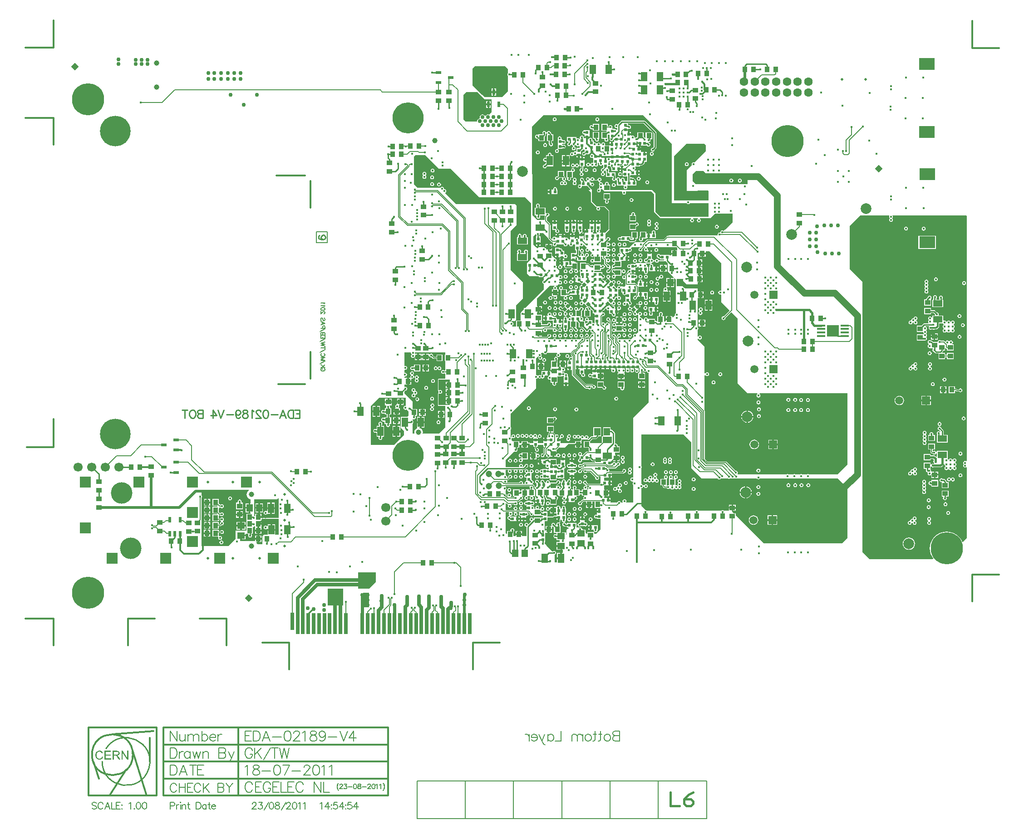
<source format=gbr>
%FSLAX24Y24*%
%MOIN*%
G70*
G01*
G75*
G04 Layer_Physical_Order=6*
G04 Layer_Color=255*
%ADD10R,0.0787X0.0984*%
%ADD11R,0.0197X0.0906*%
%ADD12R,0.0787X0.0197*%
%ADD13R,0.0433X0.0236*%
%ADD14R,0.0236X0.0413*%
%ADD15R,0.0394X0.0394*%
%ADD16R,0.0394X0.0236*%
%ADD17R,0.0689X0.0984*%
%ADD18R,0.0335X0.0118*%
%ADD19R,0.0610X0.0236*%
%ADD20R,0.0236X0.0807*%
%ADD21C,0.0252*%
%ADD22O,0.0413X0.0138*%
%ADD23O,0.0138X0.0413*%
%ADD24R,0.1280X0.1280*%
%ADD25R,0.1398X0.1398*%
%ADD26O,0.0118X0.0354*%
%ADD27O,0.0354X0.0118*%
%ADD28R,0.1319X0.1319*%
%ADD29O,0.0413X0.0118*%
%ADD30O,0.0118X0.0413*%
%ADD31R,0.1004X0.1004*%
%ADD32R,0.0276X0.1575*%
%ADD33R,0.0276X0.1260*%
%ADD34R,0.0827X0.0551*%
%ADD35R,0.0709X0.0787*%
%ADD36R,0.0532X0.0492*%
%ADD37R,0.0669X0.0846*%
%ADD38R,0.0608X0.0512*%
%ADD39R,0.0354X0.0433*%
%ADD40R,0.0787X0.1063*%
%ADD41R,0.0354X0.0374*%
%ADD42C,0.0354*%
%ADD43R,0.1142X0.2126*%
%ADD44R,0.1500X0.1671*%
%ADD45R,0.1260X0.0965*%
%ADD46R,0.0453X0.1063*%
%ADD47C,0.0157*%
%ADD48C,0.0394*%
%ADD49C,0.0197*%
%ADD50C,0.0177*%
%ADD51R,0.0787X0.0354*%
%ADD52R,0.1671X0.1500*%
%ADD53R,0.0394X0.0354*%
%ADD54R,0.0394X0.0374*%
%ADD55R,0.0453X0.0709*%
%ADD56R,0.0709X0.0453*%
%ADD57R,0.1063X0.0453*%
%ADD58R,0.0244X0.0244*%
%ADD59R,0.0354X0.0394*%
%ADD60R,0.0374X0.0394*%
%ADD61R,0.0453X0.0571*%
%ADD62R,0.0571X0.0453*%
%ADD63R,0.0591X0.0177*%
%ADD64R,0.0236X0.0236*%
%ADD65P,0.0557X4X180.0*%
%ADD66R,0.0118X0.0335*%
%ADD67R,0.0984X0.0689*%
%ADD68R,0.0244X0.0244*%
%ADD69R,0.0236X0.0236*%
%ADD70R,0.0413X0.0236*%
%ADD71R,0.0236X0.0394*%
%ADD72C,0.0050*%
%ADD73C,0.0600*%
%ADD74C,0.0300*%
%ADD75C,0.0120*%
%ADD76C,0.0100*%
%ADD77C,0.0080*%
%ADD78C,0.0150*%
%ADD79C,0.0060*%
%ADD80C,0.0160*%
%ADD81C,0.0240*%
%ADD82C,0.0200*%
%ADD83C,0.0070*%
%ADD84C,0.0140*%
%ADD85C,0.0180*%
%ADD86C,0.0260*%
%ADD87C,0.0400*%
%ADD88C,0.0787*%
%ADD89R,0.0787X0.0787*%
%ADD90C,0.2362*%
%ADD91C,0.2244*%
%ADD92C,0.2283*%
%ADD93C,0.0630*%
%ADD94C,0.0669*%
%ADD95C,0.0591*%
%ADD96R,0.0591X0.0591*%
%ADD97R,0.1181X0.0866*%
%ADD98C,0.1575*%
%ADD99C,0.0295*%
%ADD100C,0.0472*%
%ADD101R,0.0236X0.0433*%
%ADD102R,0.0236X0.0413*%
%ADD103P,0.0557X4X270.0*%
%ADD104P,0.0345X4X90.0*%
%ADD105P,0.0345X4X360.0*%
%ADD106C,0.0500*%
G36*
X65410Y44710D02*
X65410Y44709D01*
X65399Y44655D01*
X65410Y44601D01*
X65440Y44555D01*
X65450Y44549D01*
Y44506D01*
X65289D01*
Y44496D01*
X65281D01*
Y44496D01*
X65104D01*
Y44249D01*
Y44003D01*
X65047D01*
X65056Y43974D01*
X65046Y43968D01*
X65016Y43922D01*
X65005Y43868D01*
X65016Y43814D01*
X65046Y43768D01*
X65092Y43737D01*
X65146Y43727D01*
X65200Y43737D01*
X65246Y43768D01*
X65277Y43814D01*
X65288Y43868D01*
X65277Y43922D01*
X65246Y43968D01*
X65200Y43998D01*
X65200Y43998D01*
X65200D01*
Y43998D01*
X65201Y44003D01*
X65281D01*
Y44013D01*
X65289D01*
Y44013D01*
X65456D01*
X65464Y43984D01*
X65440Y43968D01*
X65410Y43922D01*
X65399Y43868D01*
X65410Y43814D01*
X65440Y43768D01*
X65486Y43737D01*
X65540Y43727D01*
X65594Y43737D01*
X65640Y43768D01*
X65671Y43814D01*
X65681Y43868D01*
X65671Y43922D01*
X65640Y43968D01*
X65616Y43984D01*
X65625Y44013D01*
X65763D01*
Y44013D01*
X65764D01*
X65769Y43986D01*
X65786Y43961D01*
X65801Y43946D01*
X65795Y43918D01*
X65806Y43864D01*
X65818Y43846D01*
X65811Y43833D01*
X65811D01*
X65811Y43833D01*
Y43721D01*
X65983D01*
Y43661D01*
X66043D01*
Y43489D01*
X66155D01*
Y43489D01*
X66155D01*
X66155Y43489D01*
X66165D01*
Y43489D01*
X66172D01*
X66191Y43466D01*
X66185Y43438D01*
X66196Y43384D01*
X66227Y43338D01*
X66272Y43308D01*
X66327Y43297D01*
X66381Y43308D01*
X66426Y43338D01*
X66457Y43384D01*
X66468Y43438D01*
X66462Y43466D01*
X66481Y43489D01*
X66509D01*
Y43833D01*
X66477D01*
X66457Y43856D01*
X66468Y43908D01*
X66457Y43962D01*
X66426Y44008D01*
X66406Y44022D01*
X66405Y44024D01*
X66405Y44024D01*
X66540D01*
Y43947D01*
X66540Y43947D01*
X66540D01*
X66548Y43908D01*
X66570Y43874D01*
X66581Y43864D01*
X66591Y43814D01*
X66621Y43768D01*
X66667Y43737D01*
X66721Y43727D01*
X66775Y43737D01*
X66818Y43766D01*
X66825D01*
X66883Y43708D01*
Y43523D01*
X66853Y43520D01*
X66852Y43528D01*
X66821Y43574D01*
X66775Y43605D01*
X66721Y43615D01*
X66667Y43605D01*
X66621Y43574D01*
X66591Y43528D01*
X66580Y43474D01*
X66591Y43420D01*
X66621Y43374D01*
X66667Y43344D01*
X66721Y43333D01*
X66775Y43344D01*
X66821Y43374D01*
X66852Y43420D01*
X66853Y43428D01*
X66883Y43425D01*
Y43368D01*
X67377D01*
Y43708D01*
X67413Y43744D01*
X67435Y43777D01*
X67437Y43787D01*
X67441Y43790D01*
X67472Y43835D01*
X67483Y43890D01*
X67472Y43944D01*
X67441Y43989D01*
X67395Y44020D01*
X67395Y44020D01*
X67395D01*
Y44020D01*
X67396Y44024D01*
X67508D01*
Y44005D01*
X67845D01*
X67853Y43976D01*
X67818Y43952D01*
X67787Y43906D01*
X67776Y43852D01*
X67787Y43798D01*
X67818Y43752D01*
X67864Y43722D01*
X67918Y43711D01*
X67972Y43722D01*
X67979Y43727D01*
X68006Y43713D01*
Y43745D01*
X68018Y43752D01*
X68048Y43798D01*
X68049Y43800D01*
X68178D01*
Y43740D01*
X68238D01*
Y43568D01*
X68350D01*
X68350Y43568D01*
Y43568D01*
X68350D01*
X68360D01*
X68371Y43568D01*
Y43568D01*
X68371Y43568D01*
X68704D01*
Y43692D01*
X68750Y43738D01*
X68801Y43748D01*
X68846Y43778D01*
X68877Y43824D01*
X68888Y43878D01*
X68877Y43932D01*
X68846Y43978D01*
X68820Y43996D01*
X68829Y44024D01*
X69064D01*
Y44141D01*
X69090Y44154D01*
X69144Y44144D01*
X69197Y44154D01*
X69220Y44135D01*
Y44024D01*
X69410D01*
X69419Y43996D01*
X69377Y43968D01*
X69347Y43922D01*
X69336Y43868D01*
X69347Y43814D01*
X69365Y43786D01*
X69351Y43759D01*
X69292D01*
X69292Y43759D01*
X69263Y43753D01*
X69238Y43737D01*
X69111Y43610D01*
X69083Y43615D01*
X69029Y43605D01*
X68983Y43574D01*
X68953Y43528D01*
X68942Y43474D01*
X68953Y43420D01*
X68983Y43374D01*
X69029Y43344D01*
X69083Y43333D01*
X69137Y43344D01*
X69183Y43374D01*
X69214Y43420D01*
X69225Y43474D01*
X69219Y43502D01*
X69324Y43606D01*
X69521D01*
Y43453D01*
X69996D01*
Y43606D01*
X70151D01*
Y43146D01*
X70607D01*
Y43046D01*
X70561D01*
Y42874D01*
X70501D01*
Y42814D01*
X70329D01*
Y42702D01*
X70329Y42702D01*
X70329Y42691D01*
X70329D01*
Y42651D01*
X70305Y42632D01*
X70267Y42640D01*
X70212Y42629D01*
X70167Y42598D01*
X70136Y42552D01*
X70125Y42498D01*
X70136Y42444D01*
X70167Y42398D01*
X70212Y42368D01*
X70267Y42357D01*
X70321Y42368D01*
X70321Y42368D01*
X70329Y42347D01*
Y42347D01*
X70607D01*
Y41568D01*
X70307Y41268D01*
X70287Y41248D01*
X70122D01*
Y41368D01*
X69629D01*
Y41248D01*
X69597D01*
X69502Y41343D01*
Y41535D01*
X69309D01*
X69216Y41629D01*
X69214Y41642D01*
X69183Y41688D01*
X69137Y41719D01*
X69083Y41729D01*
X69029Y41719D01*
X68999Y41698D01*
X68818D01*
Y42040D01*
X68474D01*
D01*
D01*
X68474Y42040D01*
X68464D01*
Y42040D01*
X68120D01*
Y41970D01*
X68060D01*
X68057Y41982D01*
X68026Y42028D01*
X67981Y42059D01*
X67927Y42070D01*
X67926Y42071D01*
X67943Y42096D01*
X67951Y42098D01*
X67996Y42128D01*
X68027Y42174D01*
X68038Y42228D01*
X68033Y42253D01*
X68052Y42276D01*
X68060D01*
Y42620D01*
X68030D01*
X68015Y42647D01*
X68027Y42664D01*
X68038Y42718D01*
X68032Y42746D01*
X68051Y42768D01*
X68051D01*
Y43113D01*
X68051D01*
X68033Y43134D01*
X68038Y43158D01*
X68027Y43212D01*
X67996Y43258D01*
X67951Y43289D01*
X67897Y43300D01*
X67842Y43289D01*
X67797Y43258D01*
X67766Y43212D01*
X67755Y43158D01*
X67760Y43136D01*
X67741Y43113D01*
X67718D01*
X67718Y43113D01*
X67718Y43113D01*
X67707Y43113D01*
X67701D01*
X67696D01*
X67685Y43113D01*
Y43113D01*
X67685Y43113D01*
X67660D01*
X67641Y43136D01*
X67648Y43168D01*
X67637Y43222D01*
X67606Y43268D01*
X67561Y43299D01*
X67507Y43310D01*
X67452Y43299D01*
X67407Y43268D01*
X67376Y43222D01*
X67374Y43212D01*
X67190D01*
Y42975D01*
Y42738D01*
X67349D01*
X67365Y42718D01*
X67376Y42664D01*
X67388Y42647D01*
X67373Y42620D01*
X67362D01*
Y42580D01*
X67210D01*
X67171Y42572D01*
X67138Y42550D01*
X67080Y42492D01*
X66696D01*
X66696Y42504D01*
D01*
Y42515D01*
X66696D01*
Y42859D01*
X66352D01*
Y42840D01*
X66329Y42821D01*
X66290Y42829D01*
X66222Y42897D01*
X66200Y42911D01*
Y42972D01*
X66228Y42980D01*
X66273Y42950D01*
X66327Y42939D01*
X66382Y42950D01*
X66427Y42980D01*
X66458Y43026D01*
X66469Y43080D01*
X66458Y43134D01*
X66427Y43180D01*
X66382Y43211D01*
X66327Y43222D01*
X66273Y43211D01*
X66228Y43180D01*
X66197Y43134D01*
X66186Y43080D01*
X66171Y43061D01*
X66080D01*
X66066Y43088D01*
X66077Y43104D01*
X66088Y43158D01*
X66077Y43212D01*
X66046Y43258D01*
X66001Y43289D01*
X65947Y43300D01*
X65892Y43289D01*
X65847Y43258D01*
X65816Y43212D01*
X65805Y43158D01*
X65816Y43104D01*
X65827Y43088D01*
X65813Y43061D01*
X65746D01*
X65727Y43085D01*
X65738Y43138D01*
X65727Y43192D01*
X65696Y43238D01*
X65651Y43269D01*
X65597Y43280D01*
X65542Y43269D01*
X65542Y43268D01*
X65515Y43283D01*
Y43291D01*
X65515Y43291D01*
D01*
X65515Y43302D01*
Y43303D01*
Y43307D01*
X65515Y43312D01*
X65515Y43323D01*
X65542Y43348D01*
Y43348D01*
X65542Y43348D01*
X65597Y43337D01*
X65651Y43348D01*
X65696Y43378D01*
X65727Y43424D01*
X65738Y43478D01*
X65727Y43532D01*
X65696Y43578D01*
X65651Y43609D01*
X65597Y43620D01*
X65542Y43609D01*
X65542Y43608D01*
X65515Y43623D01*
Y43656D01*
X65171D01*
Y43632D01*
X65148Y43613D01*
X65117Y43620D01*
X65062Y43609D01*
X65017Y43578D01*
X64986Y43532D01*
X64975Y43478D01*
X64986Y43424D01*
X65017Y43378D01*
X65062Y43348D01*
X65117Y43337D01*
X65148Y43343D01*
X65171Y43324D01*
Y43323D01*
X65171Y43323D01*
X65171Y43323D01*
X65171Y43312D01*
Y43302D01*
D01*
D01*
X65171D01*
Y43190D01*
X65343D01*
Y43070D01*
X65171D01*
Y42975D01*
X64818D01*
X64809Y43004D01*
X64846Y43028D01*
X64877Y43074D01*
X64888Y43128D01*
X64877Y43182D01*
X64846Y43228D01*
X64801Y43259D01*
X64747Y43270D01*
X64692Y43259D01*
X64647Y43228D01*
X64616Y43182D01*
X64605Y43128D01*
X64616Y43074D01*
X64647Y43028D01*
X64684Y43004D01*
X64675Y42975D01*
X64433D01*
X64424Y43004D01*
X64446Y43018D01*
X64477Y43064D01*
X64488Y43118D01*
X64477Y43172D01*
X64446Y43218D01*
X64401Y43249D01*
X64347Y43260D01*
X64292Y43249D01*
X64247Y43218D01*
X64216Y43172D01*
X64205Y43118D01*
X64216Y43064D01*
X64247Y43018D01*
X64269Y43004D01*
X64260Y42975D01*
X63627D01*
Y43188D01*
Y43482D01*
X63654Y43494D01*
X63728Y43420D01*
X63753Y43403D01*
X63782Y43398D01*
X63811D01*
X63825Y43371D01*
X63806Y43342D01*
X63795Y43288D01*
X63806Y43234D01*
X63837Y43188D01*
X63882Y43158D01*
X63937Y43147D01*
X63991Y43158D01*
X64036Y43188D01*
X64067Y43234D01*
X64078Y43288D01*
X64067Y43342D01*
X64036Y43388D01*
X64039Y43398D01*
X64243D01*
X64259Y43374D01*
X64305Y43344D01*
X64359Y43333D01*
X64413Y43344D01*
X64459Y43374D01*
X64490Y43420D01*
X64500Y43474D01*
X64490Y43528D01*
X64459Y43574D01*
X64464Y43592D01*
X64553D01*
X64582Y43597D01*
X64607Y43614D01*
X64725Y43732D01*
X64753Y43727D01*
X64807Y43737D01*
X64853Y43768D01*
X64883Y43814D01*
X64894Y43868D01*
X64883Y43922D01*
X64853Y43968D01*
X64807Y43998D01*
D01*
X64806Y43999D01*
X64807Y44003D01*
D01*
X64807Y44003D01*
X64984D01*
Y44249D01*
Y44496D01*
X64807D01*
Y44403D01*
X64781Y44389D01*
X64727Y44400D01*
X64674Y44389D01*
X64651Y44408D01*
Y44496D01*
X64177D01*
Y44003D01*
X64260D01*
X64268Y43974D01*
X64259Y43968D01*
X64243Y43944D01*
X64023D01*
X64009Y43971D01*
X64038Y44014D01*
X64049Y44068D01*
X64038Y44122D01*
X64008Y44168D01*
X63962Y44199D01*
X63908Y44210D01*
X63854Y44199D01*
X63808Y44168D01*
X63777Y44122D01*
X63766Y44068D01*
X63777Y44014D01*
X63806Y43971D01*
X63805Y43968D01*
X63784Y43951D01*
X63685Y44049D01*
X63691Y44077D01*
X63680Y44131D01*
X63650Y44177D01*
X63627Y44192D01*
Y44454D01*
X63645Y44467D01*
X63675Y44513D01*
X63686Y44567D01*
X63675Y44621D01*
X63645Y44667D01*
X63627Y44679D01*
Y44728D01*
X63635Y44737D01*
X65396D01*
X65410Y44710D01*
D02*
G37*
G36*
X68425Y54393D02*
X68431Y54363D01*
X68447Y54339D01*
X68493Y54294D01*
X68491Y54254D01*
X68474Y54240D01*
X68427Y54250D01*
X68372Y54239D01*
X68327Y54208D01*
X68296Y54162D01*
X68285Y54108D01*
X68291Y54081D01*
X68286Y54076D01*
X68269Y54051D01*
X68264Y54022D01*
Y53975D01*
X68172D01*
Y53639D01*
X68172Y53639D01*
X68172Y53621D01*
X68172D01*
Y53513D01*
X68340D01*
Y53453D01*
X68400D01*
Y53285D01*
X68505D01*
Y52933D01*
X68511Y52903D01*
X68527Y52879D01*
X69464Y51942D01*
X69489Y51925D01*
X69518Y51920D01*
X69664D01*
X69679Y51896D01*
X69725Y51866D01*
X69779Y51855D01*
X69833Y51866D01*
X69879Y51896D01*
X69910Y51942D01*
X69921Y51996D01*
X69910Y52050D01*
X69916Y52062D01*
X69956Y52066D01*
X69967Y52053D01*
X69966Y52046D01*
X69977Y51992D01*
X70007Y51946D01*
X70053Y51916D01*
X70107Y51905D01*
X70161Y51916D01*
X70207Y51946D01*
X70238Y51992D01*
X70249Y52046D01*
X70238Y52100D01*
X70207Y52146D01*
X70161Y52177D01*
X70107Y52188D01*
X70080Y52182D01*
X70048Y52214D01*
X70023Y52231D01*
X69994Y52236D01*
X69527D01*
X68758Y53006D01*
Y53343D01*
X68842D01*
Y53511D01*
X68962D01*
Y53343D01*
X69046D01*
X69074Y53315D01*
Y52979D01*
X69137D01*
X69137Y52978D01*
X69153Y52953D01*
X69181Y52926D01*
X69175Y52898D01*
X69186Y52844D01*
X69217Y52798D01*
X69262Y52768D01*
X69317Y52757D01*
X69371Y52768D01*
X69416Y52798D01*
X69447Y52844D01*
X69458Y52898D01*
X69447Y52952D01*
X69416Y52998D01*
X69410Y53002D01*
Y53305D01*
X69410Y53305D01*
D01*
X69410Y53315D01*
Y53318D01*
Y53324D01*
X69410Y53333D01*
X69414Y53333D01*
X69438Y53333D01*
X69438Y53333D01*
Y53333D01*
X69522D01*
Y53502D01*
X69642D01*
Y53333D01*
X69750D01*
Y53333D01*
X69754D01*
X69778Y53333D01*
X69778Y53333D01*
Y53333D01*
X69862D01*
Y53502D01*
X69982D01*
Y53333D01*
X69984D01*
Y53256D01*
X70320D01*
Y53333D01*
X70202D01*
Y53502D01*
X70322D01*
Y53333D01*
X70430D01*
X70430Y53333D01*
Y53333D01*
X70430D01*
X70433Y53333D01*
X70458Y53333D01*
X70458Y53333D01*
Y53333D01*
X70541D01*
Y53502D01*
X70661D01*
Y53333D01*
X70769D01*
Y53333D01*
X70773D01*
X70798Y53333D01*
X70798Y53333D01*
Y53333D01*
X70881D01*
Y53502D01*
X71001D01*
Y53333D01*
X71109D01*
Y53333D01*
X71113D01*
X71138Y53333D01*
X71138Y53333D01*
Y53333D01*
X71221D01*
Y53502D01*
X71341D01*
Y53333D01*
X71396D01*
X71415Y53298D01*
X71411Y53293D01*
X71401Y53239D01*
X71411Y53185D01*
X71442Y53139D01*
X71488Y53108D01*
X71542Y53098D01*
X71596Y53108D01*
X71642Y53139D01*
X71673Y53185D01*
X71683Y53239D01*
X71673Y53293D01*
X71669Y53298D01*
X71688Y53333D01*
X71789D01*
X71789Y53333D01*
Y53333D01*
X71789D01*
X71793D01*
X71811D01*
X71836Y53302D01*
D01*
X71836D01*
X71825Y53248D01*
X71836Y53194D01*
X71867Y53148D01*
X71912Y53118D01*
X71905Y53079D01*
X71864D01*
Y52902D01*
X72358D01*
Y53079D01*
X72348D01*
X72341Y53118D01*
X72386Y53148D01*
X72417Y53194D01*
X72421Y53212D01*
X72461D01*
X72466Y53184D01*
X72497Y53138D01*
X72542Y53108D01*
X72597Y53097D01*
X72651Y53108D01*
X72696Y53138D01*
X72727Y53184D01*
X72738Y53238D01*
X72727Y53292D01*
X72723Y53298D01*
X72740Y53329D01*
X72780D01*
X72796Y53298D01*
X72789Y53288D01*
X72779Y53234D01*
X72789Y53180D01*
X72820Y53134D01*
X72866Y53103D01*
X72920Y53093D01*
X72974Y53103D01*
X73020Y53134D01*
X73051Y53180D01*
X73061Y53234D01*
X73051Y53288D01*
X73044Y53298D01*
X73063Y53333D01*
X73148D01*
Y53333D01*
X73148D01*
D01*
D01*
X73152D01*
X73152Y53271D01*
X73146Y53262D01*
X73135Y53208D01*
X73146Y53154D01*
X73177Y53108D01*
X73222Y53078D01*
X73277Y53067D01*
X73331Y53078D01*
X73335Y53081D01*
X73370Y53062D01*
Y52605D01*
X73864D01*
Y53079D01*
X73719D01*
Y53175D01*
X73730Y53192D01*
X73770D01*
X73773Y53188D01*
X73819Y53157D01*
X73873Y53147D01*
X73927Y53157D01*
X73973Y53188D01*
D01*
X73982Y53164D01*
Y53164D01*
X73982Y53164D01*
X74013Y53118D01*
X74059Y53087D01*
X74113Y53077D01*
X74117Y53074D01*
Y50888D01*
X73007Y49778D01*
Y45385D01*
X72976Y45360D01*
X72927Y45370D01*
X72872Y45359D01*
X72827Y45328D01*
X72796Y45282D01*
X72785Y45228D01*
X72796Y45174D01*
X72827Y45128D01*
X72872Y45098D01*
X72927Y45087D01*
X72976Y45097D01*
X73007Y45071D01*
D01*
X72997Y45038D01*
X72997D01*
X72966Y44992D01*
X72955Y44938D01*
X72966Y44884D01*
X72997Y44838D01*
X73007Y44832D01*
Y43538D01*
X72481D01*
X72462Y43574D01*
X72480Y43600D01*
X72491Y43654D01*
X72480Y43708D01*
X72449Y43754D01*
X72404Y43785D01*
X72350Y43796D01*
X72295Y43785D01*
X72250Y43754D01*
X72219Y43708D01*
X72208Y43654D01*
X72219Y43600D01*
X72237Y43574D01*
X72218Y43538D01*
X72080D01*
X72077Y43552D01*
X72046Y43598D01*
X72001Y43629D01*
X71947Y43640D01*
X71892Y43629D01*
X71847Y43598D01*
X71816Y43552D01*
X71813Y43538D01*
X71324D01*
Y43629D01*
X71156D01*
Y43688D01*
X71096D01*
Y43857D01*
X70988D01*
D01*
D01*
X70988Y43857D01*
X70970D01*
Y43857D01*
X70877D01*
Y43993D01*
X70919D01*
Y44240D01*
Y44487D01*
X70877D01*
Y44790D01*
X71078D01*
X71078Y44790D01*
Y44790D01*
X71078D01*
X71096D01*
X71106Y44790D01*
X71106Y44790D01*
Y44790D01*
X71204D01*
Y44958D01*
Y45126D01*
X71106D01*
X71106Y45126D01*
X71106Y45126D01*
X71096Y45126D01*
X71087D01*
X71078D01*
X71068Y45126D01*
X71068Y45126D01*
Y45126D01*
X70877D01*
Y45381D01*
X71088D01*
Y45381D01*
X71088D01*
X71088Y45381D01*
X71106D01*
Y45381D01*
X71214D01*
Y45549D01*
X71274D01*
Y45609D01*
X71442D01*
Y45656D01*
X72227D01*
X72256Y45662D01*
X72281Y45678D01*
X72324Y45721D01*
X72343Y45717D01*
X72397Y45727D01*
X72443Y45758D01*
X72474Y45804D01*
X72484Y45858D01*
X72474Y45912D01*
X72443Y45958D01*
X72397Y45989D01*
X72343Y45999D01*
X72289Y45989D01*
X72243Y45958D01*
X72212Y45912D01*
X72202Y45858D01*
X72205Y45840D01*
X72180Y45809D01*
X71252D01*
X71233Y45844D01*
X71235Y45847D01*
X71246Y45901D01*
X71235Y45955D01*
X71204Y46001D01*
X71159Y46032D01*
X71114Y46041D01*
X71110Y46047D01*
X71672D01*
X71701Y46053D01*
X71726Y46069D01*
X71879Y46222D01*
X71907Y46217D01*
X71961Y46227D01*
X72007Y46258D01*
X72038Y46304D01*
X72048Y46358D01*
X72038Y46412D01*
X72007Y46458D01*
X71961Y46489D01*
X71907Y46499D01*
X71853Y46489D01*
X71807Y46458D01*
X71776Y46412D01*
X71773Y46396D01*
X71733D01*
X71729Y46419D01*
X71698Y46465D01*
X71652Y46496D01*
X71598Y46506D01*
X71544Y46496D01*
X71498Y46465D01*
X71467Y46419D01*
X71462Y46394D01*
X71423Y46398D01*
Y46394D01*
X71254D01*
Y46514D01*
X71423D01*
Y46622D01*
X71423D01*
X71423Y46644D01*
X71461Y46683D01*
X71504D01*
D01*
X71504D01*
X71516Y46671D01*
Y46566D01*
X71703D01*
Y46803D01*
Y47040D01*
X71657D01*
Y47196D01*
X72010D01*
Y47670D01*
X71866D01*
X71840Y47701D01*
X71848Y47738D01*
X71837Y47792D01*
X71806Y47838D01*
X71761Y47869D01*
X71707Y47880D01*
X71677Y47874D01*
X71646Y47899D01*
Y48622D01*
X71639Y48661D01*
X71616Y48694D01*
X71450Y48861D01*
X71417Y48883D01*
X71378Y48890D01*
X71335D01*
Y49085D01*
X70782D01*
Y48417D01*
X70696D01*
Y47934D01*
X70670Y47908D01*
X69822D01*
Y48029D01*
X69824Y48031D01*
X69825Y48032D01*
X69985Y48193D01*
X70224D01*
X70263Y48201D01*
X70296Y48223D01*
X70422Y48349D01*
X70444Y48382D01*
X70451Y48415D01*
X70626D01*
Y49085D01*
X70074D01*
Y48415D01*
D01*
Y48415D01*
X70056Y48397D01*
X69943D01*
X69904Y48389D01*
X69871Y48367D01*
X69710Y48206D01*
X69710Y48206D01*
X69672Y48216D01*
X69668Y48243D01*
X69676Y48248D01*
X69707Y48294D01*
X69718Y48348D01*
X69707Y48402D01*
X69676Y48448D01*
X69631Y48479D01*
X69577Y48490D01*
X69522Y48479D01*
X69477Y48448D01*
X69446Y48402D01*
X69442Y48380D01*
X69402D01*
X69397Y48402D01*
X69366Y48448D01*
X69321Y48479D01*
X69267Y48490D01*
X69212Y48479D01*
X69167Y48448D01*
X69140Y48408D01*
X69100Y48416D01*
X69097Y48432D01*
X69066Y48478D01*
X69021Y48509D01*
X68967Y48520D01*
X68912Y48509D01*
X68867Y48478D01*
X68854Y48459D01*
X68814D01*
X68800Y48480D01*
X68754Y48511D01*
X68700Y48521D01*
X68646Y48511D01*
X68600Y48480D01*
X68569Y48434D01*
X68559Y48380D01*
X68569Y48326D01*
X68600Y48280D01*
X68646Y48249D01*
X68700Y48239D01*
X68754Y48249D01*
X68800Y48280D01*
X68813Y48299D01*
X68853D01*
X68867Y48278D01*
X68912Y48248D01*
X68967Y48237D01*
X69021Y48248D01*
X69066Y48278D01*
X69093Y48319D01*
X69133Y48311D01*
X69136Y48294D01*
X69167Y48248D01*
X69172Y48245D01*
X69192Y48215D01*
X69184Y48176D01*
X69179Y48172D01*
X69165Y48152D01*
X69162Y48148D01*
D01*
X69156Y48139D01*
X69154Y48125D01*
X69151Y48111D01*
Y48111D01*
X69149Y48100D01*
X69150Y48094D01*
X69126Y48062D01*
X69017Y48052D01*
X68718D01*
Y47913D01*
X68708Y47908D01*
X67663D01*
Y47961D01*
D01*
Y47961D01*
X67663Y47961D01*
Y47979D01*
X67663D01*
Y48087D01*
X67495D01*
Y48147D01*
X67435D01*
Y48268D01*
X67444Y48269D01*
X67490Y48300D01*
X67500Y48315D01*
X67546D01*
X67521Y48346D01*
X67531Y48400D01*
X67521Y48454D01*
X67490Y48500D01*
X67444Y48531D01*
X67390Y48541D01*
X67336Y48531D01*
X67323Y48522D01*
X67286Y48537D01*
X67284Y48544D01*
X67268Y48568D01*
X67268Y48568D01*
X67154Y48682D01*
X67129Y48699D01*
X67100Y48704D01*
X67123Y48727D01*
X67171D01*
Y49181D01*
X66677D01*
Y48727D01*
X66817D01*
X66833Y48690D01*
X66786Y48643D01*
X66769Y48619D01*
X66764Y48589D01*
Y48539D01*
X66720Y48510D01*
X66689Y48464D01*
X66679Y48410D01*
X66689Y48356D01*
X66693Y48351D01*
X66674Y48315D01*
X66630D01*
Y48147D01*
X66570D01*
Y48087D01*
X66401D01*
Y47979D01*
X66401Y47979D01*
X66401Y47961D01*
X66401D01*
Y47908D01*
X65999D01*
Y47951D01*
X65999Y47951D01*
D01*
X65999Y47961D01*
Y47964D01*
Y47970D01*
Y47972D01*
Y47979D01*
X65999Y47986D01*
X65999Y47989D01*
X65999Y47989D01*
X65999D01*
Y48087D01*
X65663D01*
Y47989D01*
X65663Y47989D01*
X65663Y47989D01*
X65663Y47979D01*
Y47961D01*
D01*
D01*
X65663D01*
Y47908D01*
X65421D01*
X65391Y47929D01*
X65337Y47940D01*
X65296Y47932D01*
X65265Y47957D01*
Y48052D01*
X64791D01*
Y47913D01*
X64781Y47908D01*
X64635D01*
Y48052D01*
X64161D01*
X64161Y48052D01*
Y48052D01*
X64149Y48046D01*
X64040Y48155D01*
X64060Y48185D01*
X64071Y48239D01*
X64063Y48280D01*
X64096Y48302D01*
X64132Y48278D01*
X64187Y48267D01*
X64241Y48278D01*
X64286Y48308D01*
X64317Y48354D01*
X64328Y48408D01*
X64317Y48462D01*
X64286Y48508D01*
X64241Y48539D01*
X64187Y48550D01*
X64132Y48539D01*
X64087Y48508D01*
X64056Y48462D01*
X64045Y48408D01*
X64053Y48367D01*
X64020Y48345D01*
X63987Y48367D01*
Y48903D01*
X64016Y48947D01*
X64026Y49001D01*
X64016Y49055D01*
X63987Y49098D01*
Y50068D01*
X64112Y50194D01*
X64144Y50215D01*
X64165Y50247D01*
X65867Y51948D01*
Y52636D01*
X65870Y52639D01*
X65924Y52649D01*
X65970Y52680D01*
X65976Y52689D01*
X66016D01*
X66017Y52688D01*
X66062Y52658D01*
X66117Y52647D01*
X66171Y52658D01*
X66216Y52688D01*
X66218Y52690D01*
X66240D01*
X66286Y52659D01*
X66340Y52649D01*
X66394Y52659D01*
X66440Y52690D01*
X66471Y52736D01*
X66481Y52790D01*
X66471Y52844D01*
X66485Y52871D01*
X66610D01*
X66610Y52871D01*
Y52871D01*
X66610D01*
X66628D01*
X66638Y52871D01*
X66638Y52871D01*
Y52871D01*
X66736D01*
Y53039D01*
Y53207D01*
X66638D01*
X66638Y53207D01*
X66638Y53207D01*
X66628Y53207D01*
X66619D01*
X66610D01*
X66600Y53207D01*
X66600Y53207D01*
Y53207D01*
X66273D01*
Y52973D01*
X66269Y52967D01*
X66264Y52937D01*
Y52906D01*
X66240Y52890D01*
X66239Y52888D01*
X66216D01*
X66171Y52919D01*
X66117Y52930D01*
X66062Y52919D01*
X66017Y52888D01*
X66010Y52879D01*
X65970D01*
X65970Y52880D01*
X65924Y52911D01*
X65870Y52921D01*
X65867Y52924D01*
Y54138D01*
X66006Y54278D01*
X66045Y54267D01*
X66052Y54231D01*
X66046Y54222D01*
X66035Y54168D01*
X66046Y54114D01*
X66077Y54068D01*
X66122Y54038D01*
X66177Y54027D01*
X66231Y54038D01*
X66276Y54068D01*
X66307Y54114D01*
X66318Y54168D01*
X66307Y54222D01*
X66276Y54268D01*
X66231Y54299D01*
X66228Y54306D01*
X66247Y54334D01*
X66258Y54388D01*
X66247Y54442D01*
X66216Y54488D01*
X66257Y54528D01*
X66409D01*
X66409Y54526D01*
X66440Y54480D01*
X66486Y54449D01*
X66540Y54439D01*
X66594Y54449D01*
X66640Y54480D01*
X66671Y54526D01*
X66671Y54528D01*
X67411D01*
X67423Y54490D01*
X67409Y54481D01*
X67378Y54435D01*
X67368Y54381D01*
X67378Y54327D01*
X67409Y54281D01*
X67455Y54250D01*
X67509Y54240D01*
X67563Y54250D01*
X67609Y54281D01*
X67640Y54327D01*
X67650Y54381D01*
X67640Y54435D01*
X67609Y54481D01*
X67595Y54490D01*
X67607Y54528D01*
X68425D01*
Y54393D01*
D02*
G37*
G36*
X70416Y67188D02*
X70417Y67187D01*
X70418Y67187D01*
X70522Y67083D01*
X70530Y67075D01*
X70531Y67070D01*
X70533Y67067D01*
Y67065D01*
X70539Y67050D01*
X70538Y67042D01*
X70533Y67038D01*
X70502Y66992D01*
X70492Y66938D01*
X70502Y66884D01*
X70533Y66838D01*
X70537Y66836D01*
Y66807D01*
X70506Y66761D01*
X70495Y66707D01*
X70506Y66653D01*
X70509Y66649D01*
X70481Y66608D01*
X70477Y66609D01*
X70423Y66598D01*
X70377Y66567D01*
X70346Y66521D01*
X70335Y66467D01*
X70346Y66413D01*
X70377Y66367D01*
X70423Y66337D01*
X70477Y66326D01*
X70531Y66337D01*
X70577Y66367D01*
X70607Y66413D01*
X70618Y66467D01*
X70607Y66521D01*
X70605Y66525D01*
X70632Y66567D01*
X70637Y66566D01*
X70691Y66577D01*
X70694Y66579D01*
X70711Y66570D01*
Y66570D01*
X70711Y66570D01*
X70725D01*
X70816Y66479D01*
Y66446D01*
X70849D01*
X70917Y66378D01*
X70927Y66389D01*
X72160D01*
X72192Y66350D01*
X72185Y66317D01*
X72196Y66263D01*
X72227Y66217D01*
X72273Y66187D01*
X72327Y66176D01*
X72381Y66187D01*
X72427Y66217D01*
X72457Y66263D01*
X72468Y66317D01*
X72457Y66371D01*
X72466Y66389D01*
X74322D01*
X74533Y66178D01*
Y64898D01*
X74983Y64448D01*
X77232D01*
X77246Y64400D01*
X77213Y64378D01*
X77182Y64332D01*
X77172Y64278D01*
X77182Y64224D01*
X77213Y64178D01*
X77259Y64147D01*
X77313Y64137D01*
X77367Y64147D01*
X77413Y64178D01*
X77444Y64224D01*
X77454Y64278D01*
X77444Y64332D01*
X77413Y64378D01*
X77380Y64400D01*
X77394Y64448D01*
X77732D01*
X77746Y64400D01*
X77713Y64378D01*
X77682Y64332D01*
X77672Y64278D01*
X77682Y64224D01*
X77713Y64178D01*
X77759Y64147D01*
X77813Y64137D01*
X77867Y64147D01*
X77913Y64178D01*
X77944Y64224D01*
X77954Y64278D01*
X77944Y64332D01*
X77913Y64378D01*
X77880Y64400D01*
X77894Y64448D01*
X78686D01*
X78998Y64760D01*
X79000Y64759D01*
X79044Y64768D01*
X79252D01*
X79296Y64759D01*
X79340Y64768D01*
X80284D01*
Y64107D01*
X79769Y63592D01*
X79643Y63508D01*
X79597Y63539D01*
X79543Y63549D01*
X79489Y63539D01*
X79443Y63508D01*
X79412Y63462D01*
X79403Y63413D01*
X79361Y63386D01*
X79343Y63389D01*
X79289Y63379D01*
X79243Y63348D01*
X79212Y63302D01*
X79202Y63248D01*
X79209Y63213D01*
X79177Y63174D01*
X75603D01*
X75557Y63128D01*
X75505D01*
X75474Y63122D01*
X75463Y63115D01*
X75447Y63105D01*
X75447Y63105D01*
X75224Y62882D01*
X74066D01*
X74034Y62875D01*
X74008Y62858D01*
X74008Y62858D01*
X73808Y62658D01*
X73109D01*
X73107Y62660D01*
X73105Y62667D01*
D01*
X73094Y62702D01*
D01*
X73093Y62706D01*
X73110Y62718D01*
X73136Y62743D01*
X73157Y62747D01*
X73203Y62778D01*
X73234Y62824D01*
X73244Y62878D01*
X73234Y62932D01*
X73245Y62953D01*
X73332D01*
Y63447D01*
X72858D01*
Y62953D01*
X72937D01*
X72950Y62937D01*
X72929Y62892D01*
X72799D01*
X72789Y62902D01*
Y63102D01*
X72470D01*
X72470Y63102D01*
Y63102D01*
X72445Y63102D01*
X72440D01*
X72435D01*
X72410Y63102D01*
X72410Y63102D01*
Y63102D01*
X72091D01*
Y63072D01*
X72047Y63049D01*
X72044Y63051D01*
X71990Y63061D01*
X71936Y63051D01*
X71890Y63020D01*
X71859Y62974D01*
X71849Y62920D01*
X71859Y62866D01*
X71890Y62820D01*
X71936Y62789D01*
X71990Y62779D01*
X72044Y62789D01*
X72047Y62791D01*
X72091Y62768D01*
Y62758D01*
X72435D01*
X72435Y62758D01*
Y62758D01*
X72435D01*
X72445D01*
X72470Y62758D01*
X72470Y62758D01*
Y62758D01*
X72645D01*
X72685Y62718D01*
X72718Y62696D01*
X72757Y62688D01*
X73038D01*
X73062Y62693D01*
X73062D01*
X73085Y62649D01*
X73018Y62581D01*
X73013Y62578D01*
X73010Y62573D01*
X72691Y62254D01*
X72684Y62257D01*
Y62257D01*
X72684Y62257D01*
X72340D01*
D01*
D01*
X72340Y62257D01*
X72329D01*
Y62257D01*
X71985D01*
Y61913D01*
X72055D01*
X72062Y61897D01*
X72063Y61889D01*
X72068Y61882D01*
X72074Y61866D01*
X72041Y61833D01*
X72015Y61851D01*
X71960Y61862D01*
X71906Y61851D01*
X71861Y61820D01*
X71830Y61775D01*
X71819Y61721D01*
X71830Y61666D01*
X71861Y61621D01*
X71906Y61590D01*
X71955Y61580D01*
X71969Y61533D01*
X71947Y61510D01*
Y61298D01*
X71732D01*
X71708Y61327D01*
X71697Y61381D01*
X71667Y61427D01*
X71621Y61457D01*
X71567Y61468D01*
X71513Y61457D01*
X71467Y61427D01*
X71436Y61381D01*
X71425Y61327D01*
X71436Y61273D01*
X71467Y61227D01*
X71513Y61196D01*
X71567Y61186D01*
X71586Y61189D01*
X71616Y61165D01*
X71619Y61115D01*
X71543Y61039D01*
X71492Y61029D01*
X71447Y60998D01*
X71416Y60952D01*
X71405Y60898D01*
X71308D01*
X71297Y60952D01*
X71266Y60998D01*
X71221Y61029D01*
X71167Y61040D01*
X71157Y61038D01*
X71041Y61154D01*
Y61195D01*
X71085Y61219D01*
X71119Y61196D01*
X71173Y61186D01*
X71227Y61196D01*
X71273Y61227D01*
X71304Y61273D01*
X71314Y61327D01*
X71304Y61381D01*
X71273Y61427D01*
X71227Y61457D01*
X71173Y61468D01*
X71119Y61457D01*
X71078Y61430D01*
X71029Y61440D01*
X71014Y61462D01*
X70949Y61527D01*
Y61602D01*
X71075D01*
X71075Y61602D01*
Y61602D01*
X71090Y61609D01*
X71119Y61590D01*
X71173Y61579D01*
X71227Y61590D01*
X71273Y61621D01*
X71304Y61666D01*
X71314Y61721D01*
X71304Y61775D01*
X71273Y61820D01*
X71227Y61851D01*
X71173Y61862D01*
X71119Y61851D01*
X71075Y61874D01*
Y61960D01*
X71119Y61984D01*
X71173Y61973D01*
X71227Y61984D01*
X71273Y62014D01*
X71304Y62060D01*
X71314Y62114D01*
X71304Y62168D01*
X71273Y62214D01*
X71227Y62245D01*
X71173Y62256D01*
X71119Y62245D01*
X71075Y62310D01*
Y62354D01*
X71119Y62377D01*
X71173Y62367D01*
X71227Y62377D01*
X71273Y62408D01*
X71304Y62454D01*
X71314Y62508D01*
X71304Y62562D01*
X71273Y62608D01*
X71227Y62638D01*
X71173Y62649D01*
X71122Y62639D01*
X71099Y62683D01*
X71177Y62761D01*
X71227Y62771D01*
X71273Y62802D01*
X71304Y62848D01*
X71314Y62902D01*
X71304Y62956D01*
X71273Y63002D01*
X71227Y63032D01*
X71173Y63043D01*
X71119Y63032D01*
X71073Y63002D01*
X71043Y62956D01*
X71032Y62905D01*
X70996Y62868D01*
X70949Y62887D01*
Y63303D01*
X71265Y63618D01*
X71243Y63641D01*
Y63643D01*
X71237Y63658D01*
Y64975D01*
X71237Y64975D01*
X71237Y64975D01*
Y64997D01*
X71076Y65158D01*
X70931Y65303D01*
X70931Y65303D01*
X70916Y65318D01*
X70893D01*
X70893Y65318D01*
X70893Y65318D01*
X70307D01*
X70289Y65326D01*
X70122Y65493D01*
X69954Y65661D01*
X69954Y65662D01*
X69947Y65679D01*
Y66341D01*
X69947Y66341D01*
X69947Y66341D01*
Y66543D01*
X69749Y66741D01*
X69741Y66748D01*
Y66748D01*
Y66759D01*
X69739Y66764D01*
X69739Y66774D01*
X69735Y66778D01*
X69734Y66783D01*
X69740Y66795D01*
X69726D01*
X69718Y66807D01*
X69705Y66815D01*
X69694Y66827D01*
X69650Y66845D01*
X69640D01*
X69630Y66849D01*
X69627D01*
Y66967D01*
X69747D01*
Y66795D01*
X69859D01*
Y66795D01*
X69918Y66795D01*
X69926Y66789D01*
X69980Y66779D01*
X70034Y66789D01*
X70080Y66820D01*
X70111Y66866D01*
X70121Y66920D01*
X70111Y66974D01*
X70080Y67020D01*
X70034Y67051D01*
X69980Y67061D01*
X69926Y67051D01*
X69903Y67035D01*
X69859Y67059D01*
Y67139D01*
X69782D01*
X69777Y67151D01*
X69805Y67192D01*
X69939D01*
X69951Y67184D01*
X70005Y67174D01*
X70059Y67184D01*
X70071Y67192D01*
X70412D01*
X70416Y67188D01*
D02*
G37*
G36*
X67760Y42253D02*
X67755Y42228D01*
X67766Y42174D01*
X67797Y42128D01*
X67842Y42098D01*
X67880Y42090D01*
Y42060D01*
X67872Y42059D01*
X67827Y42028D01*
X67796Y41982D01*
X67785Y41928D01*
X67796Y41874D01*
X67827Y41828D01*
X67872Y41798D01*
X67927Y41787D01*
X67928Y41787D01*
X67948Y41773D01*
X67987Y41766D01*
X68120D01*
Y41696D01*
X68235D01*
X68246Y41668D01*
X68187Y41608D01*
X68107Y41528D01*
Y41338D01*
Y41198D01*
X68074Y41166D01*
X68047Y41178D01*
Y41337D01*
X67771D01*
Y41060D01*
X67651D01*
Y41313D01*
X67652D01*
Y41337D01*
X67652D01*
Y41807D01*
X67604D01*
X67590Y41833D01*
X67617Y41874D01*
X67628Y41928D01*
X67617Y41982D01*
X67601Y42006D01*
X67609Y42034D01*
X67614Y42040D01*
X67621Y42043D01*
X67626Y42056D01*
X67635Y42066D01*
X67634Y42074D01*
X67637Y42082D01*
Y42175D01*
X67648Y42228D01*
X67642Y42260D01*
X67648Y42276D01*
Y42276D01*
X67706D01*
X67706Y42276D01*
Y42276D01*
X67706D01*
X67716D01*
X67727Y42276D01*
Y42276D01*
X67727Y42276D01*
X67741D01*
X67760Y42253D01*
D02*
G37*
G36*
X78323Y67748D02*
X81383D01*
Y66948D01*
X77593D01*
X77373Y67168D01*
Y67668D01*
X77623Y67918D01*
X78153D01*
X78323Y67748D01*
D02*
G37*
G36*
X78313Y69792D02*
Y69348D01*
X77498Y68533D01*
X77488Y68540D01*
X77433Y68551D01*
X77378Y68540D01*
X77332Y68509D01*
X77301Y68463D01*
X77290Y68408D01*
X77301Y68353D01*
X77308Y68343D01*
X76913Y67948D01*
Y66455D01*
X78496Y66460D01*
X78531Y66425D01*
X78533Y65761D01*
X78498Y65725D01*
X77104D01*
X77098Y65730D01*
X77043Y65741D01*
X76988Y65730D01*
X76982Y65725D01*
X76007D01*
Y68998D01*
X76906Y69898D01*
X78207D01*
X78313Y69792D01*
D02*
G37*
G36*
X77262Y47979D02*
X77263Y46068D01*
X78036Y45304D01*
X79194D01*
X79212Y45277D01*
X79258Y45246D01*
X79313Y45235D01*
X79368Y45246D01*
X79414Y45277D01*
X79432Y45304D01*
X79976D01*
X79988Y45296D01*
X80043Y45285D01*
X80098Y45296D01*
X80110Y45304D01*
X80519D01*
X80563Y45295D01*
X80607Y45304D01*
X82071D01*
X82082Y45287D01*
X82128Y45256D01*
X82183Y45245D01*
X82238Y45256D01*
X82284Y45287D01*
X82295Y45304D01*
X88017D01*
X88717Y44604D01*
Y40938D01*
X88727Y40928D01*
X88346Y40548D01*
X82583D01*
X80520Y42611D01*
Y42750D01*
X80381D01*
X80251Y42880D01*
X80271Y42926D01*
X80213D01*
Y43093D01*
X80026D01*
Y42948D01*
X79650D01*
X79618Y42970D01*
X79563Y42981D01*
X79508Y42970D01*
X79476Y42948D01*
X77735D01*
X77718Y42960D01*
X77663Y42971D01*
X77608Y42960D01*
X77591Y42948D01*
X75780D01*
X75778Y42950D01*
X75723Y42961D01*
X75668Y42950D01*
X75666Y42948D01*
X73975D01*
X73958Y42960D01*
X73924Y42967D01*
X73592Y43289D01*
Y44597D01*
X73603Y44607D01*
X73657Y44617D01*
X73703Y44648D01*
X73732Y44692D01*
X73782Y44692D01*
X73812Y44647D01*
X73858Y44616D01*
X73913Y44605D01*
X73968Y44616D01*
X74014Y44647D01*
X74045Y44693D01*
X74056Y44748D01*
X74045Y44803D01*
X74014Y44849D01*
X73968Y44880D01*
X73913Y44891D01*
X73858Y44880D01*
X73812Y44849D01*
X73782Y44804D01*
X73732Y44804D01*
X73703Y44848D01*
X73657Y44879D01*
X73603Y44889D01*
X73592Y44899D01*
Y46067D01*
X73610Y46094D01*
X73621Y46149D01*
X73610Y46204D01*
X73592Y46231D01*
Y48548D01*
X76693D01*
X77262Y47979D01*
D02*
G37*
G36*
X75403Y61255D02*
X75425Y61222D01*
X75523Y61124D01*
Y60528D01*
X75738Y60313D01*
X75742Y60307D01*
X75748Y60303D01*
X75977Y60074D01*
X75960Y60034D01*
X75960Y60034D01*
X75958Y60028D01*
X75773D01*
Y59752D01*
X75990D01*
Y59996D01*
X75996Y59999D01*
X75996Y59999D01*
X76036Y60015D01*
X76123Y59928D01*
Y57451D01*
X76092Y57430D01*
X76061Y57384D01*
X76050Y57329D01*
X76058Y57289D01*
X75921Y57152D01*
X75875Y57171D01*
Y57255D01*
X75698D01*
Y57008D01*
X75638D01*
Y56948D01*
X75401D01*
Y56890D01*
X75373Y56879D01*
X75378Y56881D01*
X75345Y56881D01*
D01*
D01*
D01*
D01*
X75345Y56881D01*
D01*
D01*
D01*
Y56881D01*
D01*
D01*
D01*
D01*
X75314Y56848D01*
X75245D01*
Y57255D01*
X75132D01*
X75117Y57303D01*
X75124Y57307D01*
X75155Y57353D01*
X75166Y57408D01*
X75155Y57463D01*
X75124Y57509D01*
X75078Y57540D01*
X75023Y57551D01*
X74968Y57540D01*
X74922Y57509D01*
X74891Y57463D01*
X74880Y57408D01*
X74891Y57353D01*
X74906Y57331D01*
Y57255D01*
X74771D01*
Y56869D01*
X74725Y56850D01*
X74715Y56860D01*
X74682Y56882D01*
X74643Y56890D01*
X74600D01*
Y57030D01*
X74106D01*
Y57030D01*
X74059D01*
X74055Y57053D01*
X74024Y57099D01*
X73978Y57130D01*
X73923Y57141D01*
X73868Y57130D01*
X73822Y57099D01*
X73791Y57053D01*
X73780Y56998D01*
X73724Y56987D01*
X73617Y57094D01*
X73614Y57099D01*
X73609Y57102D01*
X73494Y57218D01*
X73503Y57265D01*
X73558Y57276D01*
X73604Y57307D01*
X73635Y57353D01*
X73646Y57408D01*
X73635Y57463D01*
X73604Y57509D01*
X73558Y57540D01*
X73503Y57551D01*
X73448Y57540D01*
X73402Y57509D01*
X73371Y57463D01*
X73361Y57413D01*
X73319Y57400D01*
X73313Y57399D01*
X73265Y57447D01*
X73264Y57452D01*
X73233Y57498D01*
X73207Y57516D01*
Y57545D01*
X73198D01*
X73179Y57591D01*
X73281Y57693D01*
X73281D01*
D01*
X73281D01*
D01*
D01*
X73281D01*
D01*
D01*
D01*
D01*
Y57693D01*
D01*
D01*
D01*
D01*
D01*
X73281Y57693D01*
D01*
Y57693D01*
X73288Y57700D01*
X73306Y57718D01*
X73306D01*
X73306Y57718D01*
X73368Y57779D01*
X73246Y57901D01*
X73246Y57901D01*
X73124Y58022D01*
X73063Y57961D01*
X73063Y57961D01*
Y57961D01*
X73045Y57943D01*
X73041Y57940D01*
X73038Y57936D01*
X73020Y57918D01*
X73020D01*
X73020Y57918D01*
X72925Y57823D01*
X72878Y57838D01*
X72848Y57883D01*
X72802Y57914D01*
X72748Y57925D01*
X72742Y57929D01*
Y58031D01*
X72748Y58036D01*
X72802Y58047D01*
X72848Y58077D01*
X72878Y58123D01*
X72889Y58177D01*
X72878Y58231D01*
X72848Y58277D01*
X72823Y58293D01*
X72820Y58299D01*
X72820Y58299D01*
X72820D01*
D01*
X72820Y58299D01*
Y58299D01*
X72782Y58336D01*
Y58565D01*
D01*
Y58565D01*
X72782Y58565D01*
Y58575D01*
X72782D01*
Y58919D01*
D01*
Y58919D01*
X72804Y58941D01*
X72883D01*
Y58941D01*
X72883D01*
X72883Y58941D01*
X72894D01*
Y58941D01*
X73223D01*
Y58793D01*
X73154Y58724D01*
X73127Y58730D01*
X73072Y58719D01*
X73027Y58688D01*
X72996Y58642D01*
X72985Y58588D01*
X72996Y58534D01*
X73027Y58488D01*
X73072Y58458D01*
X73127Y58447D01*
X73181Y58458D01*
X73226Y58488D01*
X73257Y58534D01*
X73268Y58588D01*
X73262Y58616D01*
X73325Y58678D01*
X73371Y58659D01*
Y58658D01*
X73483D01*
Y58830D01*
Y59002D01*
X73376D01*
Y59413D01*
X73688D01*
X73688Y59413D01*
Y59413D01*
X73688D01*
X73698D01*
X73723Y59413D01*
Y59413D01*
X73723D01*
X73723D01*
Y59413D01*
D01*
D01*
D01*
X73810D01*
Y59585D01*
Y59757D01*
X73723D01*
X73723Y59757D01*
D01*
D01*
X73723Y59757D01*
X73707Y59757D01*
X73675Y59795D01*
X73677Y59801D01*
X73666Y59855D01*
X73635Y59901D01*
X73589Y59932D01*
X73535Y59943D01*
X73481Y59932D01*
X73435Y59901D01*
X73405Y59855D01*
X73394Y59801D01*
X73395Y59795D01*
X73363Y59757D01*
X73344D01*
Y59549D01*
X73297Y59530D01*
X73214Y59613D01*
X73189Y59630D01*
X73160Y59636D01*
X73118D01*
Y59713D01*
X72950D01*
Y59833D01*
X73118D01*
Y59941D01*
D01*
Y59941D01*
X73118Y59941D01*
Y59959D01*
X73118D01*
Y59980D01*
X73157Y60011D01*
X73170Y60009D01*
X73224Y60019D01*
X73270Y60050D01*
X73301Y60096D01*
X73311Y60150D01*
X73301Y60204D01*
X73270Y60250D01*
X73224Y60281D01*
X73170Y60291D01*
X73132Y60284D01*
X73118Y60295D01*
Y60295D01*
X72782D01*
D01*
D01*
X72782Y60295D01*
X72782Y60295D01*
D01*
X72782D01*
Y60295D01*
D01*
D01*
D01*
X72778D01*
X72742Y60331D01*
Y60354D01*
X72785Y60380D01*
X72802Y60371D01*
Y60367D01*
X72914D01*
Y60540D01*
X72974D01*
Y60599D01*
X73146D01*
Y60711D01*
D01*
Y60711D01*
X73146Y60711D01*
Y60722D01*
X73146D01*
Y60792D01*
X73162D01*
X73201Y60800D01*
X73202Y60800D01*
X73210Y60799D01*
X73264Y60809D01*
X73310Y60840D01*
X73335Y60878D01*
X73383Y60863D01*
Y60757D01*
X73555D01*
Y60697D01*
X73615D01*
Y60525D01*
X73727D01*
X73727Y60525D01*
Y60525D01*
X73727D01*
X73737D01*
X73757D01*
X73789Y60486D01*
X73788Y60480D01*
X73798Y60426D01*
X73829Y60380D01*
X73875Y60350D01*
X73929Y60339D01*
X73983Y60350D01*
X74029Y60380D01*
X74060Y60426D01*
X74070Y60480D01*
X74065Y60505D01*
X74081Y60525D01*
X74081D01*
Y60869D01*
X74041D01*
X74010Y60908D01*
X74018Y60949D01*
X74007Y61003D01*
X73976Y61049D01*
X73959Y61061D01*
X73974Y61108D01*
X74252D01*
X74267Y61061D01*
X74233Y61038D01*
X74202Y60992D01*
X74192Y60938D01*
X74196Y60917D01*
X74164Y60879D01*
X74160D01*
Y60535D01*
X74505D01*
Y60535D01*
X74515D01*
X74540Y60535D01*
Y60535D01*
X74540D01*
X74540D01*
Y60535D01*
D01*
D01*
D01*
X74627D01*
Y60707D01*
Y60879D01*
X74540D01*
X74540Y60879D01*
D01*
D01*
X74540Y60879D01*
X74515Y60879D01*
X74510D01*
X74505D01*
X74502D01*
X74470Y60917D01*
X74474Y60938D01*
X74464Y60992D01*
X74433Y61038D01*
X74387Y61069D01*
X74333Y61079D01*
X74322Y61134D01*
X74357Y61157D01*
X74411Y61168D01*
X74456Y61198D01*
X74487Y61244D01*
X74492Y61268D01*
X74598D01*
X74602Y61244D01*
X74633Y61198D01*
X74679Y61167D01*
X74733Y61157D01*
X74787Y61167D01*
X74833Y61198D01*
X74864Y61244D01*
X74868Y61268D01*
X75400D01*
X75403Y61255D01*
D02*
G37*
G36*
X67534Y42448D02*
X67594D01*
Y42276D01*
X67583D01*
Y42082D01*
X67541Y42059D01*
X67487Y42070D01*
X67432Y42059D01*
X67387Y42028D01*
X67356Y41982D01*
X67345Y41928D01*
X67353Y41889D01*
X67309Y41865D01*
X67263Y41911D01*
X67255Y41953D01*
X67224Y41999D01*
X67178Y42030D01*
X67123Y42041D01*
X67068Y42030D01*
X67022Y41999D01*
X66991Y41953D01*
X66980Y41898D01*
X66991Y41845D01*
X66959Y41807D01*
X66845D01*
Y41620D01*
X67022D01*
Y41744D01*
X67066Y41768D01*
Y41768D01*
X67068Y41766D01*
X67123Y41755D01*
X67129Y41757D01*
X67178Y41708D01*
Y41313D01*
X67376D01*
Y41212D01*
X67332Y41188D01*
X67331Y41189D01*
X67277Y41200D01*
X67222Y41189D01*
X67177Y41158D01*
X67146Y41112D01*
X67135Y41058D01*
X67146Y41004D01*
X67177Y40958D01*
X67222Y40928D01*
X67277Y40917D01*
X67331Y40928D01*
X67332Y40929D01*
X67376Y40905D01*
Y40784D01*
X67583D01*
Y40628D01*
X67376D01*
Y40412D01*
X67711D01*
Y40352D01*
X67771D01*
Y40076D01*
X67833D01*
Y39834D01*
X67741D01*
Y39430D01*
X67681D01*
Y39370D01*
X67404D01*
Y39138D01*
X67233D01*
Y39716D01*
X67241Y39718D01*
X67286Y39748D01*
X67317Y39794D01*
X67328Y39848D01*
X67317Y39902D01*
X67286Y39948D01*
X67241Y39979D01*
X67187Y39990D01*
X67132Y39979D01*
X67092Y39952D01*
X67069D01*
X66633Y40388D01*
X66491Y40530D01*
X66485Y40563D01*
X66483Y40565D01*
Y40619D01*
X66525D01*
Y40963D01*
D01*
Y40963D01*
X66525Y40963D01*
Y40973D01*
X66525D01*
Y41313D01*
X66548D01*
X66548Y41313D01*
X66548Y41313D01*
X66725D01*
Y41500D01*
X66548D01*
Y41490D01*
X66520Y41488D01*
X66483Y41521D01*
Y42160D01*
X66696D01*
Y42438D01*
X67362D01*
Y42508D01*
X67534D01*
Y42448D01*
D02*
G37*
G36*
X57961Y54559D02*
X59190D01*
Y54419D01*
X59176D01*
Y53926D01*
X59190D01*
Y53241D01*
X59142Y53227D01*
X59140Y53230D01*
X59094Y53261D01*
X59040Y53271D01*
X58986Y53261D01*
X58940Y53230D01*
X58909Y53184D01*
X58899Y53130D01*
X58909Y53076D01*
X58940Y53030D01*
X58986Y52999D01*
X59040Y52989D01*
X59094Y52999D01*
X59140Y53030D01*
X59142Y53033D01*
X59190Y53019D01*
Y52624D01*
X58711D01*
X58701Y52620D01*
X58690D01*
X58682Y52617D01*
X58682Y52617D01*
X58682D01*
X58675Y52609D01*
X58672Y52608D01*
X58672Y52606D01*
X58670Y52604D01*
X58664Y52598D01*
X58662Y52597D01*
X58661Y52595D01*
X58653Y52588D01*
Y52588D01*
X58653Y52588D01*
X58650Y52580D01*
Y52569D01*
X58646Y52559D01*
Y51815D01*
X58647Y51812D01*
X58647Y51812D01*
X58649Y51806D01*
X58648Y51799D01*
X58649Y51796D01*
X58657Y51786D01*
X58663Y51773D01*
X58665Y51771D01*
X58670Y51769D01*
X58673Y51765D01*
X58687Y51746D01*
X58691Y51727D01*
X58689Y51724D01*
X58679Y51670D01*
X58689Y51616D01*
X58691Y51613D01*
X58687Y51594D01*
X58673Y51575D01*
X58670Y51571D01*
X58665Y51569D01*
X58663Y51567D01*
X58657Y51554D01*
X58649Y51544D01*
X58648Y51541D01*
X58649Y51534D01*
X58647Y51528D01*
X58647Y51528D01*
X58646Y51525D01*
Y50711D01*
X58650Y50701D01*
Y50690D01*
X58653Y50682D01*
X58653Y50682D01*
Y50682D01*
X58661Y50675D01*
X58662Y50672D01*
X58664Y50672D01*
X58666Y50670D01*
X58672Y50664D01*
X58672Y50662D01*
X58675Y50661D01*
X58682Y50653D01*
X58682D01*
X58682Y50653D01*
X58690Y50650D01*
X58701D01*
X58711Y50646D01*
X59190D01*
Y49050D01*
X58740Y48600D01*
X57562D01*
X57536Y48639D01*
X57547Y48718D01*
X57536Y48798D01*
X57505Y48873D01*
X57456Y48937D01*
X57392Y48986D01*
X57318Y49017D01*
X57238Y49027D01*
X57245Y49034D01*
X57334D01*
Y49378D01*
X57117D01*
Y49116D01*
X57117D01*
X57117Y49116D01*
X57117Y49034D01*
Y49034D01*
Y48999D01*
X57084Y48986D01*
X57020Y48937D01*
X56971Y48873D01*
X56940Y48798D01*
X56930Y48718D01*
X56940Y48639D01*
X56914Y48600D01*
X56790D01*
Y49343D01*
X56813Y49358D01*
X56844Y49404D01*
X56854Y49458D01*
X56844Y49512D01*
X56813Y49558D01*
X56790Y49573D01*
Y49645D01*
X56829Y49665D01*
X56883Y49655D01*
X56937Y49665D01*
X56983Y49696D01*
X57014Y49742D01*
X57024Y49796D01*
X57014Y49850D01*
X56985Y49892D01*
Y49910D01*
X57120D01*
Y50404D01*
X56790D01*
Y50959D01*
X56200Y51549D01*
Y51718D01*
X56260Y51778D01*
X56267Y51777D01*
X56321Y51788D01*
X56366Y51818D01*
X56397Y51864D01*
X56408Y51918D01*
X56397Y51972D01*
X56366Y52018D01*
X56321Y52049D01*
X56267Y52060D01*
X56239Y52054D01*
X56200Y52086D01*
Y52203D01*
X56235Y52203D01*
X56235D01*
Y52203D01*
D01*
D01*
D01*
X56405D01*
Y52450D01*
Y52697D01*
X56235D01*
X56235Y52697D01*
D01*
D01*
X56235Y52697D01*
X56228Y52697D01*
X56200Y52725D01*
Y52767D01*
X56239Y52799D01*
X56240Y52799D01*
X56294Y52809D01*
X56340Y52840D01*
X56371Y52886D01*
X56381Y52940D01*
X56371Y52994D01*
X56340Y53040D01*
X56294Y53071D01*
X56240Y53081D01*
X56239Y53081D01*
X56200Y53113D01*
Y53283D01*
X56239Y53315D01*
X56270Y53309D01*
X56324Y53319D01*
X56370Y53350D01*
X56401Y53396D01*
X56411Y53450D01*
X56401Y53504D01*
X56370Y53550D01*
X56324Y53581D01*
X56270Y53591D01*
X56239Y53585D01*
X56200Y53617D01*
Y54559D01*
X56653D01*
X56670Y54538D01*
X56681Y54484D01*
X56712Y54438D01*
Y54408D01*
X56681Y54362D01*
X56670Y54308D01*
X56681Y54254D01*
X56712Y54208D01*
X56758Y54178D01*
X56812Y54167D01*
X56866Y54178D01*
X56909Y54207D01*
X56935Y54193D01*
X56953Y54181D01*
Y54295D01*
X57140D01*
Y54472D01*
X56979D01*
X56948Y54511D01*
X56953Y54538D01*
X56970Y54559D01*
X57029D01*
X57030Y54560D01*
X57960D01*
X57961Y54559D01*
D02*
G37*
G36*
X79465Y61135D02*
Y59144D01*
X79426Y59112D01*
X79383Y59121D01*
X79328Y59110D01*
X79282Y59079D01*
X79251Y59033D01*
X79240Y58978D01*
X79251Y58923D01*
X79282Y58877D01*
X79328Y58846D01*
X79383Y58835D01*
X79426Y58844D01*
X79465Y58812D01*
Y58265D01*
X80078Y57652D01*
X79652Y57225D01*
X79623Y57231D01*
X79568Y57220D01*
X79522Y57189D01*
X79491Y57143D01*
X79480Y57088D01*
X79491Y57033D01*
X79522Y56987D01*
X79568Y56956D01*
X79623Y56945D01*
X79678Y56956D01*
X79724Y56987D01*
X79755Y57033D01*
X79766Y57088D01*
X79760Y57117D01*
X80187Y57543D01*
X80660Y57070D01*
Y52283D01*
X81382Y51560D01*
X82098D01*
X82112Y51512D01*
X82092Y51499D01*
X82061Y51453D01*
X82050Y51398D01*
X82061Y51343D01*
X82092Y51297D01*
X82138Y51266D01*
X82193Y51255D01*
X82248Y51266D01*
X82294Y51297D01*
X82325Y51343D01*
X82336Y51398D01*
X82325Y51453D01*
X82294Y51499D01*
X82274Y51512D01*
X82288Y51560D01*
X88720D01*
Y46330D01*
X87990Y45600D01*
X85917D01*
X85888Y45620D01*
X85833Y45631D01*
X85778Y45620D01*
X85749Y45600D01*
X85417D01*
X85388Y45620D01*
X85333Y45631D01*
X85278Y45620D01*
X85249Y45600D01*
X84917D01*
X84888Y45620D01*
X84833Y45631D01*
X84778Y45620D01*
X84749Y45600D01*
X84417D01*
X84388Y45620D01*
X84333Y45631D01*
X84278Y45620D01*
X84249Y45600D01*
X80679D01*
X80655Y45644D01*
X80675Y45673D01*
X80686Y45728D01*
X80675Y45783D01*
X80644Y45829D01*
X80598Y45860D01*
X80543Y45871D01*
X80514Y45865D01*
X79847Y46532D01*
X79822Y46549D01*
X79793Y46554D01*
X78447D01*
X78249Y46752D01*
Y50258D01*
X78249Y50258D01*
X78244Y50287D01*
X78243Y50288D01*
Y52884D01*
X78291Y52899D01*
X78312Y52867D01*
X78358Y52836D01*
X78413Y52825D01*
X78468Y52836D01*
X78514Y52867D01*
X78545Y52913D01*
X78556Y52968D01*
X78545Y53023D01*
X78514Y53069D01*
X78468Y53100D01*
X78413Y53111D01*
X78358Y53100D01*
X78312Y53069D01*
X78291Y53037D01*
X78243Y53052D01*
Y54972D01*
X77725Y55490D01*
Y55580D01*
X77772Y55595D01*
X77797Y55558D01*
X77842Y55528D01*
X77897Y55517D01*
X77951Y55528D01*
X77996Y55558D01*
X78027Y55604D01*
X78038Y55658D01*
X78027Y55712D01*
X77996Y55758D01*
X77951Y55789D01*
X77897Y55800D01*
X77842Y55789D01*
X77797Y55758D01*
X77772Y55722D01*
X77725Y55737D01*
Y56214D01*
X77744Y56227D01*
X77775Y56273D01*
X77786Y56328D01*
X77775Y56383D01*
X77744Y56429D01*
X77725Y56442D01*
Y58561D01*
X77878D01*
Y58808D01*
Y59055D01*
X77725D01*
Y59731D01*
X77798D01*
Y59978D01*
Y60225D01*
X77720D01*
Y60333D01*
X77776D01*
Y60580D01*
Y60827D01*
X77720D01*
Y60895D01*
X77776D01*
Y61142D01*
Y61389D01*
X77720D01*
Y61870D01*
X77800D01*
X77800Y61870D01*
X77800Y61870D01*
X77841Y61853D01*
Y61898D01*
X78315D01*
Y61990D01*
X78610D01*
X79465Y61135D01*
D02*
G37*
G36*
X97485Y64610D02*
Y46590D01*
X97441Y46567D01*
X97418Y46582D01*
X97364Y46593D01*
X97309Y46582D01*
X97264Y46552D01*
X97233Y46506D01*
X97222Y46452D01*
X97233Y46398D01*
X97264Y46352D01*
X97266Y46350D01*
X97239Y46309D01*
X97228Y46255D01*
X97239Y46201D01*
X97270Y46155D01*
X97316Y46125D01*
X97370Y46114D01*
X97424Y46125D01*
X97441Y46136D01*
X97485Y46113D01*
Y40948D01*
X97190Y40653D01*
X97141Y40663D01*
X97113Y40729D01*
X97012Y40894D01*
X96886Y41041D01*
X96739Y41167D01*
X96574Y41268D01*
X96395Y41342D01*
X96206Y41388D01*
X96013Y41403D01*
X95820Y41388D01*
X95631Y41342D01*
X95452Y41268D01*
X95287Y41167D01*
X95140Y41041D01*
X95014Y40894D01*
X94913Y40729D01*
X94839Y40550D01*
X94793Y40361D01*
X94778Y40168D01*
X94793Y39975D01*
X94839Y39786D01*
X94913Y39607D01*
X95014Y39442D01*
X95030Y39423D01*
X95009Y39378D01*
X90355D01*
X89834Y39899D01*
Y59737D01*
X88898Y60709D01*
Y63858D01*
X89685Y64646D01*
X91782Y64646D01*
X91805Y64602D01*
X91802Y64597D01*
X91792Y64543D01*
X91802Y64489D01*
X91833Y64443D01*
Y64413D01*
X91802Y64367D01*
X91792Y64313D01*
X91802Y64259D01*
X91833Y64213D01*
X91879Y64182D01*
X91933Y64172D01*
X91987Y64182D01*
X92033Y64213D01*
X92064Y64259D01*
X92074Y64313D01*
X92064Y64367D01*
X92033Y64413D01*
Y64443D01*
X92064Y64489D01*
X92074Y64543D01*
X92064Y64597D01*
X92033Y64643D01*
X92034Y64646D01*
X97450Y64646D01*
X97485Y64610D01*
D02*
G37*
G36*
X88083Y55738D02*
X87253D01*
X87233Y55758D01*
Y56588D01*
X88083D01*
Y55738D01*
D02*
G37*
G36*
X65404Y42714D02*
X65399Y42687D01*
X65410Y42633D01*
X65440Y42587D01*
X65486Y42556D01*
X65540Y42545D01*
X65594Y42556D01*
X65640Y42587D01*
X65671Y42633D01*
X65677Y42663D01*
X65707Y42661D01*
Y42587D01*
X66188D01*
X66232Y42558D01*
X66287Y42547D01*
X66329Y42556D01*
X66352Y42536D01*
Y42515D01*
X66352Y42515D01*
X66352Y42504D01*
X66352D01*
Y42434D01*
X66331D01*
X66327Y42434D01*
X66297Y42440D01*
X66242Y42429D01*
X66226Y42418D01*
X66200Y42432D01*
Y42432D01*
X66200Y42432D01*
X65707D01*
Y42319D01*
X65677Y42316D01*
X65671Y42347D01*
X65640Y42393D01*
X65594Y42424D01*
X65540Y42434D01*
X65486Y42424D01*
X65440Y42393D01*
X65410Y42347D01*
X65399Y42293D01*
X65410Y42239D01*
X65440Y42193D01*
X65486Y42162D01*
X65494Y42136D01*
X65303Y41945D01*
X65277Y41953D01*
X65246Y41999D01*
X65200Y42030D01*
X65146Y42041D01*
X65092Y42030D01*
X65046Y41999D01*
X65016Y41953D01*
X65005Y41899D01*
X65016Y41845D01*
X65046Y41799D01*
X65092Y41769D01*
X65146Y41758D01*
X65165Y41743D01*
Y41061D01*
X64822D01*
Y41140D01*
X64348D01*
Y41061D01*
X64192D01*
Y41295D01*
X64211Y41323D01*
X64218Y41362D01*
Y41421D01*
X64247Y41464D01*
X64258Y41518D01*
X64247Y41572D01*
X64216Y41618D01*
X64171Y41649D01*
X64117Y41660D01*
X64062Y41649D01*
X64017Y41618D01*
X63986Y41572D01*
X63975Y41518D01*
X63985Y41471D01*
X63966Y41447D01*
X63718D01*
Y41246D01*
X63691Y41234D01*
X63627Y41298D01*
Y42822D01*
X63874D01*
X63888Y42795D01*
X63866Y42762D01*
X63855Y42708D01*
X63866Y42654D01*
X63897Y42608D01*
X63932Y42584D01*
X63921Y42557D01*
X63907Y42560D01*
X63852Y42549D01*
X63807Y42518D01*
X63776Y42472D01*
X63765Y42418D01*
X63776Y42364D01*
X63807Y42318D01*
X63852Y42288D01*
X63903Y42278D01*
X63911Y42270D01*
X63944Y42248D01*
X63970Y42243D01*
Y42170D01*
X64314D01*
Y42170D01*
X64325D01*
X64336Y42170D01*
Y42170D01*
X64336Y42170D01*
X64437D01*
Y42342D01*
Y42514D01*
X64336D01*
X64336Y42514D01*
X64336Y42514D01*
X64325Y42514D01*
X64320D01*
X64314D01*
X64304Y42514D01*
Y42514D01*
X64304Y42514D01*
X64009D01*
X64006Y42518D01*
X63971Y42542D01*
X63982Y42570D01*
X63997Y42567D01*
X64051Y42578D01*
X64096Y42608D01*
X64127Y42654D01*
X64138Y42708D01*
X64127Y42762D01*
X64096Y42808D01*
X64101Y42822D01*
X64260D01*
X64269Y42793D01*
X64259Y42787D01*
X64228Y42741D01*
X64218Y42687D01*
X64228Y42633D01*
X64259Y42587D01*
X64305Y42556D01*
X64359Y42545D01*
X64413Y42556D01*
X64459Y42587D01*
X64490Y42633D01*
X64500Y42687D01*
X64490Y42741D01*
X64459Y42787D01*
X64419Y42813D01*
X64419Y42813D01*
X64419D01*
X64413Y42817D01*
Y42817D01*
X64414Y42822D01*
X64625D01*
X64634Y42793D01*
X64627Y42788D01*
X64596Y42742D01*
X64585Y42688D01*
X64596Y42634D01*
X64627Y42588D01*
X64672Y42558D01*
X64727Y42547D01*
X64754Y42553D01*
X64777Y42534D01*
Y42526D01*
X64777Y42526D01*
X64777Y42526D01*
X64777Y42515D01*
Y42504D01*
D01*
D01*
D01*
X64777D01*
D01*
Y42392D01*
X65122D01*
Y42493D01*
X65122Y42493D01*
D01*
X65122Y42504D01*
Y42506D01*
Y42510D01*
X65122Y42515D01*
X65122Y42526D01*
X65145Y42551D01*
X65145Y42551D01*
X65167Y42547D01*
X65221Y42558D01*
X65266Y42588D01*
X65297Y42634D01*
X65308Y42688D01*
X65297Y42742D01*
X65266Y42788D01*
X65221Y42819D01*
X65221Y42819D01*
X65221D01*
Y42819D01*
X65221Y42822D01*
X65297D01*
X65404Y42714D01*
D02*
G37*
G36*
X58733Y68088D02*
X59583D01*
X61683Y65988D01*
X65033D01*
X65483Y65538D01*
Y61438D01*
X65183Y61138D01*
Y60388D01*
X65383Y60188D01*
X66054D01*
Y60116D01*
X66398D01*
Y60116D01*
D01*
X66433Y60081D01*
Y59889D01*
X66409Y59885D01*
X66363Y59854D01*
X66333Y59808D01*
X66322Y59754D01*
X66333Y59700D01*
X66363Y59654D01*
X66409Y59624D01*
X66433Y59619D01*
Y59188D01*
X65067Y57822D01*
X64973D01*
Y57728D01*
X64768Y57523D01*
X64761Y57519D01*
X64757Y57512D01*
X64733Y57488D01*
Y57476D01*
X64730Y57472D01*
X64720Y57418D01*
X64730Y57363D01*
X64733Y57359D01*
Y56905D01*
X64401D01*
Y56488D01*
X64114D01*
X64105Y56536D01*
X64151Y56567D01*
X64182Y56613D01*
X64193Y56668D01*
X64182Y56723D01*
X64151Y56769D01*
X64105Y56800D01*
X64060Y56809D01*
X64046Y56857D01*
X64077Y56888D01*
X64283D01*
X64383Y56988D01*
Y58038D01*
X64883Y58538D01*
Y59738D01*
X63983Y60638D01*
Y62497D01*
X63986Y62501D01*
X63996Y62556D01*
X63986Y62610D01*
X63983Y62614D01*
Y63488D01*
X64433Y63938D01*
Y65388D01*
X64333Y65488D01*
X59983D01*
X59185Y66286D01*
X59188Y66296D01*
X59234Y66327D01*
X59265Y66373D01*
X59276Y66428D01*
X59265Y66483D01*
X59234Y66529D01*
X59188Y66560D01*
X59133Y66571D01*
X59103Y66601D01*
X59104Y66608D01*
X59094Y66662D01*
X59063Y66708D01*
X59017Y66739D01*
X58963Y66749D01*
X58909Y66739D01*
X58863Y66708D01*
X58845Y66681D01*
X58795Y66676D01*
X58783Y66688D01*
X57133D01*
X56883Y66938D01*
Y68988D01*
X56983Y69088D01*
X57733D01*
X58733Y68088D01*
D02*
G37*
G36*
X66740Y63004D02*
Y62988D01*
X66746Y62959D01*
X66762Y62934D01*
X67007Y62690D01*
X67031Y62674D01*
X67061Y62668D01*
X67061Y62668D01*
X67076D01*
X67136Y62608D01*
X67106Y62562D01*
X67095Y62508D01*
X67106Y62454D01*
X67136Y62408D01*
X67182Y62377D01*
X67236Y62367D01*
X67290Y62377D01*
X67336Y62408D01*
X67367Y62454D01*
X67377Y62508D01*
X67385Y62517D01*
X67874D01*
X67882Y62508D01*
X67893Y62454D01*
X67924Y62408D01*
X67969Y62377D01*
X68023Y62367D01*
X68078Y62377D01*
X68123Y62408D01*
X68154Y62454D01*
X68165Y62508D01*
X68173Y62517D01*
X68285D01*
X68296Y62463D01*
X68327Y62417D01*
X68373Y62387D01*
X68427Y62376D01*
X68481Y62387D01*
X68527Y62417D01*
X68557Y62463D01*
X68568Y62517D01*
X68723D01*
Y62440D01*
X68723Y62440D01*
X68723Y62440D01*
X68723Y62429D01*
Y62418D01*
D01*
D01*
D01*
X68723D01*
D01*
Y62074D01*
X68793D01*
Y61883D01*
X68776D01*
Y61883D01*
X68432D01*
Y61550D01*
X68432Y61550D01*
X68432Y61550D01*
X68432Y61539D01*
Y61528D01*
D01*
D01*
D01*
X68432D01*
D01*
Y61416D01*
X68776D01*
Y61517D01*
X68776Y61517D01*
D01*
X68776Y61528D01*
Y61530D01*
Y61534D01*
X68776Y61539D01*
X68776Y61550D01*
X68776Y61550D01*
D01*
D01*
X68799Y61574D01*
X68799Y61574D01*
X68816Y61571D01*
X68875Y61512D01*
Y61312D01*
X69219D01*
Y61312D01*
X69219D01*
X69219Y61312D01*
X69229D01*
Y61312D01*
X69573D01*
Y61541D01*
X69623Y61590D01*
X69661Y61598D01*
X69706Y61628D01*
X69737Y61674D01*
X69748Y61728D01*
X69737Y61782D01*
X69706Y61828D01*
X69661Y61859D01*
X69607Y61870D01*
X69552Y61859D01*
X69507Y61828D01*
X69476Y61782D01*
X69465Y61728D01*
X69475Y61680D01*
X69456Y61656D01*
X69397D01*
X69383Y61683D01*
X69384Y61684D01*
X69394Y61738D01*
X69384Y61792D01*
X69353Y61838D01*
X69307Y61869D01*
X69253Y61879D01*
X69199Y61869D01*
X69153Y61838D01*
X69122Y61792D01*
X69112Y61738D01*
X69122Y61684D01*
X69123Y61683D01*
X69109Y61656D01*
X69019D01*
X68976Y61700D01*
X68978Y61708D01*
X68977Y61714D01*
X68989Y61733D01*
X68997Y61772D01*
Y62074D01*
X69067D01*
X69086Y62051D01*
X69085Y62048D01*
X69096Y61994D01*
X69127Y61948D01*
X69172Y61918D01*
X69227Y61907D01*
X69281Y61918D01*
X69326Y61948D01*
X69357Y61994D01*
X69368Y62048D01*
X69357Y62102D01*
X69326Y62148D01*
X69281Y62179D01*
X69227Y62190D01*
X69172Y62179D01*
X69127Y62148D01*
X69096Y62102D01*
X69096D01*
X69067Y62111D01*
Y62408D01*
D01*
D01*
X69096Y62421D01*
X69105Y62408D01*
X69151Y62377D01*
X69205Y62367D01*
X69259Y62377D01*
X69304Y62408D01*
X69335Y62454D01*
X69343Y62494D01*
X69372Y62502D01*
X69601Y62273D01*
X69593Y62244D01*
X69576Y62241D01*
X69530Y62210D01*
X69499Y62164D01*
X69489Y62110D01*
X69499Y62056D01*
X69530Y62010D01*
X69576Y61979D01*
X69630Y61969D01*
X69684Y61979D01*
X69730Y62010D01*
X69761Y62056D01*
X69764Y62073D01*
X69793Y62081D01*
X69986Y61888D01*
X69978Y61859D01*
X69938Y61851D01*
X69892Y61820D01*
X69861Y61775D01*
X69851Y61721D01*
X69861Y61666D01*
X69892Y61621D01*
X69938Y61590D01*
X69992Y61579D01*
X70046Y61590D01*
X70092Y61621D01*
X70100Y61633D01*
X70129Y61624D01*
Y61417D01*
X70100Y61409D01*
X70100Y61409D01*
X70054Y61440D01*
X70000Y61450D01*
X69946Y61440D01*
X69900Y61409D01*
X69870Y61363D01*
X69859Y61309D01*
X69870Y61255D01*
X69900Y61209D01*
X69946Y61179D01*
X70000Y61168D01*
X70054Y61179D01*
X70100Y61209D01*
X70100Y61209D01*
X70129Y61201D01*
Y61198D01*
X70623D01*
Y61602D01*
X70737D01*
Y61518D01*
X70744Y61483D01*
X70764Y61453D01*
X70858Y61359D01*
Y61116D01*
X70858Y61116D01*
X70858D01*
X70865Y61080D01*
X70884Y61051D01*
X71027Y60908D01*
X71025Y60898D01*
X71036Y60844D01*
X71067Y60798D01*
X71112Y60768D01*
X71167Y60757D01*
X71216Y60767D01*
X71230Y60740D01*
X71169Y60680D01*
X71119Y60670D01*
X71073Y60639D01*
X71043Y60594D01*
X71032Y60539D01*
X71043Y60485D01*
X71073Y60440D01*
X71119Y60409D01*
X71173Y60398D01*
X71227Y60409D01*
X71273Y60440D01*
X71304Y60485D01*
X71314Y60536D01*
X71439Y60661D01*
X71461Y60694D01*
X71468Y60733D01*
Y60755D01*
X71492Y60768D01*
X71547Y60757D01*
X71601Y60768D01*
X71646Y60798D01*
X71664Y60824D01*
X72119D01*
Y61293D01*
X72339D01*
Y61293D01*
X72339D01*
X72339Y61293D01*
X72349D01*
Y61293D01*
X72462D01*
Y61465D01*
Y61615D01*
X72466Y61618D01*
X72479Y61637D01*
X72510D01*
X72496Y61663D01*
X72497Y61664D01*
X72508Y61718D01*
X72497Y61772D01*
X72466Y61818D01*
X72421Y61849D01*
X72380Y61857D01*
X72374Y61868D01*
X72447D01*
X72491Y61913D01*
X72684D01*
Y61962D01*
X72707Y61981D01*
X72748Y61973D01*
X72802Y61984D01*
X72848Y62014D01*
X72878Y62060D01*
X72889Y62114D01*
X72878Y62168D01*
X72848Y62214D01*
X72834Y62223D01*
X72831Y62253D01*
X72889Y62311D01*
X73555Y62311D01*
X73559Y62302D01*
X73540Y62279D01*
X73537Y62280D01*
X73482Y62269D01*
X73437Y62238D01*
X73406Y62192D01*
X73395Y62138D01*
X73406Y62084D01*
X73437Y62038D01*
X73482Y62008D01*
X73537Y61997D01*
X73591Y62008D01*
X73636Y62038D01*
X73667Y62084D01*
X73678Y62138D01*
X73674Y62160D01*
X73789Y62276D01*
X73789Y62276D01*
X73807Y62302D01*
Y62302D01*
X73807Y62302D01*
D01*
X73870Y62311D01*
X73877Y62307D01*
Y62307D01*
D01*
D01*
X73875Y62279D01*
X73872Y62279D01*
X73827Y62248D01*
X73796Y62202D01*
X73785Y62148D01*
X73796Y62094D01*
X73827Y62048D01*
X73872Y62018D01*
X73927Y62007D01*
X73981Y62018D01*
X73996Y62028D01*
X74023Y62014D01*
Y61968D01*
X74135D01*
Y62080D01*
X74078D01*
X74059Y62103D01*
X74068Y62148D01*
X74057Y62202D01*
X74026Y62248D01*
X73981Y62279D01*
Y62279D01*
D01*
D01*
X73982Y62306D01*
X73985Y62307D01*
X73992Y62311D01*
X74249Y62312D01*
X74263Y62303D01*
X74317Y62292D01*
X74371Y62303D01*
X74384Y62312D01*
X75810Y62312D01*
X75811Y62311D01*
Y62311D01*
X76177D01*
X76223Y62265D01*
X76223Y62075D01*
X76088D01*
Y61828D01*
X76028D01*
Y61768D01*
X75801D01*
Y61726D01*
X75780Y61705D01*
X75669Y61706D01*
Y61742D01*
X75325D01*
X75325Y61742D01*
X75325Y61742D01*
X75315D01*
Y61742D01*
X74972D01*
X74960Y61760D01*
X74914Y61791D01*
X74860Y61801D01*
X74806Y61791D01*
X74760Y61760D01*
X74729Y61714D01*
X74719Y61660D01*
X74729Y61606D01*
X74760Y61560D01*
X74806Y61529D01*
X74856Y61519D01*
X74878Y61498D01*
X74911Y61476D01*
X74950Y61468D01*
X74971D01*
Y61398D01*
X75274D01*
Y61322D01*
X74869D01*
X74864Y61352D01*
X74833Y61398D01*
X74787Y61429D01*
X74733Y61439D01*
X74679Y61429D01*
X74633Y61398D01*
X74602Y61352D01*
X74597Y61322D01*
X74493D01*
X74487Y61352D01*
X74456Y61398D01*
X74411Y61429D01*
X74367Y61438D01*
Y61714D01*
X74367Y61714D01*
D01*
X74367Y61725D01*
Y61727D01*
Y61730D01*
X74367Y61736D01*
X74367Y61746D01*
X74367D01*
D01*
D01*
X74367Y61746D01*
D01*
Y61848D01*
X74023D01*
Y61746D01*
X74023Y61746D01*
X74023Y61746D01*
X74023Y61736D01*
Y61725D01*
D01*
D01*
X74023D01*
Y61565D01*
X73925Y61467D01*
X73875Y61457D01*
X73829Y61427D01*
X73798Y61381D01*
X73788Y61327D01*
X73798Y61273D01*
X73829Y61227D01*
X73875Y61196D01*
X73929Y61186D01*
X73983Y61196D01*
X74029Y61227D01*
X74060Y61273D01*
X74070Y61323D01*
X74127Y61381D01*
X74213D01*
X74228Y61355D01*
X74226Y61352D01*
X74215Y61298D01*
X74226Y61244D01*
X74257Y61198D01*
X74267Y61192D01*
X74259Y61163D01*
X74252Y61162D01*
X74252Y61162D01*
Y61162D01*
X73974D01*
X73961Y61157D01*
X73948Y61156D01*
X73943Y61150D01*
X73935Y61147D01*
X73934Y61143D01*
X73215Y61143D01*
X73138Y61066D01*
X72802D01*
Y61030D01*
X72776Y61016D01*
X72757Y61029D01*
X72703Y61039D01*
X72649Y61029D01*
X72603Y60998D01*
X72572Y60952D01*
X72562Y60898D01*
X72572Y60844D01*
X72603Y60798D01*
X72649Y60767D01*
X72703Y60757D01*
X72757Y60767D01*
X72776Y60780D01*
X72802Y60766D01*
Y60722D01*
X72802Y60722D01*
X72802Y60711D01*
X72802D01*
Y60660D01*
X72776Y60645D01*
X72771Y60649D01*
X72717Y60660D01*
X72662Y60649D01*
X72617Y60618D01*
X72586Y60572D01*
X72575Y60518D01*
X72581Y60491D01*
X72452Y60362D01*
X72436Y60337D01*
X72430Y60308D01*
X72430Y60308D01*
X72430D01*
X72430Y60308D01*
X72430D01*
Y60222D01*
X72404Y60208D01*
X72384Y60221D01*
X72330Y60231D01*
X72276Y60221D01*
X72230Y60190D01*
X72199Y60144D01*
X72189Y60090D01*
X72199Y60036D01*
X72230Y59990D01*
X72276Y59959D01*
X72330Y59949D01*
X72384Y59959D01*
X72403Y59972D01*
X72430Y59958D01*
Y59669D01*
X72350D01*
Y59497D01*
X72290D01*
Y59437D01*
X72118D01*
Y59400D01*
X72088Y59397D01*
X72087Y59402D01*
X72056Y59448D01*
X72011Y59479D01*
X71957Y59490D01*
X71902Y59479D01*
X71857Y59448D01*
X71826Y59402D01*
X71815Y59348D01*
X71819Y59327D01*
X71800Y59304D01*
X71765D01*
X71709Y59360D01*
X71701Y59404D01*
X71670Y59450D01*
X71624Y59481D01*
X71570Y59491D01*
X71564Y59502D01*
X71630Y59568D01*
X71606Y59592D01*
X71615Y59620D01*
X71621Y59622D01*
X71667Y59652D01*
X71697Y59698D01*
X71708Y59752D01*
X71697Y59806D01*
X71667Y59852D01*
X71621Y59883D01*
X71567Y59893D01*
X71513Y59883D01*
X71467Y59852D01*
X71436Y59806D01*
X71435Y59800D01*
X71406Y59792D01*
X71395Y59803D01*
X71395Y59803D01*
X71395D01*
X71387Y59811D01*
X71383Y59815D01*
X71380Y59818D01*
X71372Y59826D01*
Y59826D01*
X71372Y59826D01*
X71319Y59879D01*
X71311Y59890D01*
X71300Y59898D01*
X71213Y59985D01*
X71221Y60014D01*
X71227Y60015D01*
X71273Y60046D01*
X71304Y60092D01*
X71314Y60146D01*
X71304Y60200D01*
X71273Y60246D01*
X71227Y60276D01*
X71173Y60287D01*
X71119Y60276D01*
X71073Y60246D01*
X71043Y60200D01*
X71032Y60146D01*
X71043Y60092D01*
X71073Y60046D01*
X71082Y60040D01*
X71085Y60010D01*
X70915Y59840D01*
X70885Y59843D01*
X70879Y59852D01*
X70868Y59860D01*
X70851Y59884D01*
X70818Y59906D01*
X70779Y59914D01*
X70765Y59911D01*
X70735Y59941D01*
Y59990D01*
X70758Y60009D01*
X70779Y60004D01*
X70833Y60015D01*
X70879Y60046D01*
X70910Y60092D01*
X70921Y60146D01*
X70910Y60200D01*
X70879Y60246D01*
X70833Y60276D01*
X70783Y60286D01*
X70735Y60334D01*
Y60485D01*
X70391D01*
D01*
D01*
X70391Y60485D01*
X70381D01*
Y60485D01*
X70146D01*
X70127Y60508D01*
X70133Y60539D01*
X70132Y60545D01*
X70151Y60568D01*
X70623D01*
Y60714D01*
X70694D01*
X70694Y60714D01*
X70725Y60720D01*
X70751Y60738D01*
X70755Y60741D01*
X70777Y60737D01*
X70831Y60748D01*
X70876Y60778D01*
X70907Y60824D01*
X70918Y60878D01*
X70907Y60932D01*
X70876Y60978D01*
X70831Y61009D01*
X70777Y61020D01*
X70722Y61009D01*
X70677Y60978D01*
X70651Y60940D01*
X70623Y60949D01*
Y61023D01*
X70129D01*
Y60981D01*
X70100Y60973D01*
X70096Y60978D01*
X70051Y61009D01*
X69997Y61020D01*
X69942Y61009D01*
X69897Y60978D01*
X69893Y60972D01*
X69863Y60969D01*
X69755Y61077D01*
X69730Y61094D01*
X69701Y61100D01*
X69540D01*
Y61160D01*
X69086D01*
Y60667D01*
X69086Y60667D01*
X69086D01*
X69091Y60658D01*
X69074Y60633D01*
X69063Y60579D01*
X69074Y60525D01*
X69101Y60485D01*
Y60148D01*
X69127D01*
X69146Y60125D01*
X69142Y60106D01*
X69146Y60085D01*
X69127Y60062D01*
X68953D01*
X68939Y60088D01*
X68941Y60092D01*
X68952Y60146D01*
X68941Y60200D01*
X68911Y60246D01*
X68865Y60276D01*
X68811Y60287D01*
X68757Y60276D01*
X68711Y60246D01*
X68680Y60200D01*
X68670Y60146D01*
X68680Y60092D01*
X68683Y60088D01*
X68668Y60062D01*
X68700D01*
X68711Y60046D01*
X68733Y60031D01*
Y59890D01*
Y59718D01*
X68845D01*
Y59718D01*
X68845D01*
X68845Y59718D01*
X68855D01*
Y59718D01*
X69055D01*
X69093Y59680D01*
X69126Y59658D01*
X69142Y59655D01*
X69144Y59652D01*
X69190Y59622D01*
X69204Y59619D01*
X69213Y59590D01*
X69161Y59538D01*
X69178Y59521D01*
X69169Y59493D01*
X69151Y59489D01*
X69105Y59458D01*
X69074Y59412D01*
X69063Y59358D01*
X69074Y59304D01*
X69078Y59298D01*
Y59162D01*
X68997D01*
Y58990D01*
Y58818D01*
X69078D01*
Y58631D01*
X69074Y58625D01*
X69063Y58571D01*
X69074Y58517D01*
X69105Y58471D01*
X69151Y58440D01*
X69205Y58430D01*
X69209Y58430D01*
X69223Y58404D01*
X69190Y58371D01*
X69218Y58344D01*
X69205Y58319D01*
X69151Y58308D01*
X69105Y58277D01*
X69074Y58231D01*
X69063Y58177D01*
X69074Y58123D01*
X69105Y58077D01*
X69151Y58047D01*
X69205Y58036D01*
X69259Y58047D01*
X69304Y58077D01*
X69335Y58123D01*
X69346Y58177D01*
X69371Y58191D01*
X69426Y58136D01*
X69426Y58136D01*
X69426D01*
X69434Y58128D01*
X69441Y58121D01*
X69441Y58121D01*
X69441Y58121D01*
D01*
D01*
X69616Y57945D01*
X69602Y57919D01*
X69590Y57921D01*
X69536Y57911D01*
X69490Y57880D01*
X69459Y57834D01*
X69449Y57780D01*
X69459Y57726D01*
X69462Y57722D01*
X69448Y57695D01*
X69394D01*
Y57201D01*
X69868D01*
Y57695D01*
X69733D01*
Y57751D01*
X69729Y57769D01*
X69731Y57780D01*
X69721Y57834D01*
X69690Y57880D01*
X69690Y57883D01*
X69734Y57927D01*
X69862Y57799D01*
X69862Y57798D01*
X69872Y57744D01*
X69903Y57698D01*
X69949Y57667D01*
X70003Y57657D01*
X70004Y57657D01*
X70036Y57624D01*
Y57434D01*
X70143D01*
X70164Y57413D01*
Y57302D01*
X70337D01*
Y57182D01*
X70164D01*
Y57081D01*
X70164Y57081D01*
X70164Y57081D01*
X70164Y57070D01*
Y57060D01*
D01*
D01*
D01*
X70164D01*
D01*
Y56735D01*
X70138Y56721D01*
X70124Y56731D01*
X70070Y56741D01*
X70016Y56731D01*
X69992Y56743D01*
Y56939D01*
X69748D01*
X69729Y56962D01*
X69738Y57008D01*
X69727Y57062D01*
X69696Y57108D01*
X69651Y57139D01*
X69597Y57150D01*
X69542Y57139D01*
X69497Y57108D01*
X69466Y57062D01*
X69455Y57008D01*
X69466Y56954D01*
X69497Y56908D01*
X69542Y56878D01*
X69597Y56867D01*
X69625Y56873D01*
X69648Y56854D01*
Y56814D01*
X69583Y56749D01*
X69532Y56739D01*
X69500Y56717D01*
X69474Y56732D01*
Y56888D01*
X69289D01*
X69280Y56917D01*
X69300Y56930D01*
X69331Y56976D01*
X69341Y57030D01*
X69331Y57084D01*
X69300Y57130D01*
X69254Y57161D01*
X69200Y57171D01*
X69146Y57161D01*
X69130Y57150D01*
X69104Y57164D01*
Y57201D01*
X69238D01*
Y57649D01*
X69259Y57653D01*
X69304Y57684D01*
X69335Y57729D01*
X69346Y57784D01*
X69335Y57838D01*
X69304Y57883D01*
X69259Y57914D01*
X69205Y57925D01*
X69151Y57914D01*
X69105Y57883D01*
X69074Y57838D01*
X69064Y57787D01*
X68976Y57699D01*
X68946Y57703D01*
X68936Y57722D01*
X68941Y57729D01*
X68952Y57784D01*
X68941Y57838D01*
X68911Y57883D01*
X68865Y57914D01*
X68811Y57925D01*
X68757Y57914D01*
X68711Y57883D01*
X68680Y57838D01*
X68670Y57784D01*
X68680Y57729D01*
X68711Y57684D01*
X68757Y57653D01*
X68764Y57652D01*
Y57227D01*
X68760Y57227D01*
D01*
X68749D01*
Y57227D01*
D01*
D01*
D01*
X68460D01*
X68457Y57257D01*
X68471Y57259D01*
X68517Y57290D01*
X68548Y57336D01*
X68558Y57390D01*
X68548Y57444D01*
X68517Y57490D01*
X68471Y57520D01*
X68417Y57531D01*
X68363Y57520D01*
X68317Y57490D01*
X68287Y57444D01*
X68276Y57390D01*
X68287Y57336D01*
X68317Y57290D01*
X68363Y57259D01*
X68405Y57251D01*
Y57227D01*
D01*
D01*
Y57227D01*
X68405D01*
Y57162D01*
X68379Y57148D01*
X68325Y57159D01*
X68271Y57148D01*
X68225Y57117D01*
X68195Y57071D01*
X68164Y57077D01*
X68157Y57112D01*
X68126Y57158D01*
X68081Y57189D01*
X68027Y57200D01*
X67972Y57189D01*
X67927Y57158D01*
X67896Y57112D01*
X67885Y57058D01*
X67892Y57022D01*
X67873Y56999D01*
X67848D01*
Y56666D01*
X67848Y56666D01*
X67848Y56666D01*
X67848Y56655D01*
Y56645D01*
D01*
D01*
D01*
X67848D01*
D01*
Y56301D01*
X67876D01*
X67895Y56278D01*
X67885Y56228D01*
X67896Y56174D01*
X67927Y56128D01*
X67972Y56098D01*
X68027Y56087D01*
X68081Y56098D01*
X68126Y56128D01*
X68157Y56174D01*
X68168Y56228D01*
X68157Y56282D01*
X68167Y56301D01*
X68192D01*
Y56634D01*
X68192Y56634D01*
D01*
X68192Y56645D01*
Y56646D01*
Y56650D01*
X68192Y56655D01*
X68192Y56666D01*
X68192D01*
D01*
D01*
X68192Y56666D01*
D01*
Y56916D01*
X68221Y56924D01*
X68225Y56917D01*
X68271Y56887D01*
X68325Y56876D01*
X68347Y56880D01*
X68370Y56861D01*
Y56394D01*
X68510D01*
X68513Y56379D01*
X68535Y56346D01*
X68666Y56215D01*
X68676Y56164D01*
X68707Y56118D01*
X68752Y56088D01*
X68807Y56077D01*
X68861Y56088D01*
X68906Y56118D01*
X68937Y56164D01*
X68948Y56218D01*
X68937Y56272D01*
X68906Y56318D01*
X68861Y56349D01*
X68810Y56359D01*
X68802Y56367D01*
X68814Y56394D01*
X68844D01*
Y56851D01*
X68872Y56862D01*
X69000Y56734D01*
Y56394D01*
X69268D01*
X69458Y56205D01*
X69468Y56155D01*
X69498Y56109D01*
X69544Y56078D01*
X69598Y56067D01*
X69652Y56078D01*
X69698Y56109D01*
X69729Y56155D01*
X69739Y56205D01*
X69775Y56241D01*
X69850D01*
X69864Y56214D01*
X69862Y56212D01*
X69852Y56158D01*
X69862Y56104D01*
X69893Y56058D01*
X69939Y56027D01*
X69993Y56017D01*
X70021Y56022D01*
X70081Y55962D01*
X70069Y55934D01*
X70063D01*
X70046Y55946D01*
X69992Y55956D01*
X69938Y55946D01*
X69892Y55915D01*
X69861Y55869D01*
X69851Y55815D01*
X69856Y55787D01*
X69737Y55669D01*
X69721Y55644D01*
X69715Y55615D01*
X69715Y55615D01*
X69715D01*
X69715Y55615D01*
X69715D01*
Y55568D01*
X69689Y55554D01*
X69681Y55559D01*
X69627Y55570D01*
X69572Y55559D01*
X69557Y55548D01*
X69503D01*
Y55627D01*
X69558Y55682D01*
X69598Y55674D01*
X69652Y55684D01*
X69698Y55715D01*
X69729Y55761D01*
X69740Y55815D01*
X69729Y55869D01*
X69698Y55915D01*
X69652Y55946D01*
X69598Y55956D01*
X69544Y55946D01*
X69498Y55915D01*
X69468Y55869D01*
X69457Y55815D01*
X69460Y55800D01*
X69372Y55712D01*
X69356Y55688D01*
X69350Y55658D01*
X69350Y55658D01*
X69350D01*
X69350Y55658D01*
X69350D01*
Y55634D01*
X69324Y55620D01*
X69311Y55629D01*
X69257Y55640D01*
X69202Y55629D01*
X69157Y55598D01*
X69126Y55552D01*
X69125Y55548D01*
X68882D01*
X68864Y55561D01*
X68810Y55571D01*
X68756Y55561D01*
X68738Y55548D01*
X68562D01*
X68544Y55561D01*
X68490Y55571D01*
X68436Y55561D01*
X68418Y55548D01*
X68101D01*
X68071Y55569D01*
X68017Y55580D01*
X67962Y55569D01*
X67932Y55548D01*
X67706D01*
X67691Y55559D01*
X67637Y55570D01*
X67582Y55559D01*
X67567Y55548D01*
X67340D01*
X67326Y55568D01*
X67281Y55599D01*
X67226Y55610D01*
X67172Y55599D01*
X67127Y55568D01*
X67113Y55548D01*
X66902D01*
X66896Y55552D01*
X66842Y55563D01*
X66788Y55552D01*
X66783Y55548D01*
X66723D01*
X66712Y55576D01*
X66793Y55658D01*
X66840Y55649D01*
X66894Y55659D01*
X66940Y55690D01*
X66971Y55736D01*
X66981Y55790D01*
X66971Y55844D01*
X66940Y55890D01*
X66894Y55921D01*
X66840Y55931D01*
X66786Y55921D01*
X66740Y55890D01*
X66709Y55844D01*
X66699Y55790D01*
X66700Y55781D01*
X66618Y55699D01*
X66075D01*
X66058Y55724D01*
X66063Y55736D01*
X65973D01*
Y55973D01*
X66033D01*
Y56033D01*
X66280D01*
Y56205D01*
X66367D01*
X66376Y56207D01*
X66386Y56154D01*
X66417Y56108D01*
X66462Y56078D01*
X66517Y56067D01*
X66571Y56078D01*
X66616Y56108D01*
X66647Y56154D01*
X66658Y56208D01*
X66647Y56262D01*
X66660Y56287D01*
X67092D01*
X67106Y56263D01*
X67095Y56209D01*
X67106Y56155D01*
X67136Y56109D01*
X67182Y56078D01*
X67236Y56067D01*
X67290Y56078D01*
X67336Y56109D01*
X67367Y56155D01*
X67393Y56163D01*
X67401Y56155D01*
X67426Y56138D01*
X67455Y56132D01*
X67514D01*
X67530Y56109D01*
X67576Y56078D01*
X67630Y56067D01*
X67684Y56078D01*
X67730Y56109D01*
X67760Y56155D01*
X67771Y56209D01*
X67760Y56263D01*
X67730Y56309D01*
X67684Y56339D01*
X67630Y56350D01*
X67576Y56339D01*
X67530Y56309D01*
X67516Y56289D01*
X67487Y56286D01*
X67354Y56418D01*
X67330Y56434D01*
X67300Y56440D01*
X67298Y56449D01*
X67326Y56468D01*
X67357Y56514D01*
X67368Y56568D01*
X67357Y56622D01*
X67353Y56629D01*
X67367Y56655D01*
X67439D01*
X67439Y56655D01*
Y56655D01*
X67439D01*
X67449D01*
X67460Y56655D01*
Y56655D01*
X67460D01*
D01*
X67460Y56655D01*
D01*
D01*
D01*
X67506D01*
X67520Y56629D01*
X67496Y56592D01*
X67485Y56538D01*
X67496Y56484D01*
X67527Y56438D01*
X67572Y56408D01*
X67627Y56397D01*
X67681Y56408D01*
X67726Y56438D01*
X67757Y56484D01*
X67768Y56538D01*
X67757Y56592D01*
X67726Y56638D01*
X67732Y56655D01*
X67793D01*
Y56767D01*
X67621D01*
Y56827D01*
X67561D01*
Y56999D01*
X67460D01*
X67460Y56999D01*
D01*
X67460Y56999D01*
X67449Y56999D01*
X67444D01*
X67439D01*
X67428Y56999D01*
Y56999D01*
X67428Y56999D01*
X67402D01*
X67383Y57022D01*
X67388Y57048D01*
X67377Y57102D01*
X67346Y57148D01*
X67301Y57179D01*
X67247Y57190D01*
X67219Y57184D01*
X67219Y57184D01*
Y57184D01*
X67219Y57184D01*
D01*
D01*
D01*
D01*
X67219Y57184D01*
X67190Y57190D01*
X67102D01*
Y57260D01*
X66975D01*
X66961Y57287D01*
X66981Y57316D01*
X66991Y57370D01*
X66981Y57424D01*
X66950Y57470D01*
X66904Y57501D01*
X66850Y57511D01*
X66796Y57501D01*
X66750Y57470D01*
X66719Y57424D01*
X66709Y57370D01*
X66719Y57316D01*
X66739Y57287D01*
X66725Y57260D01*
X66636D01*
Y57088D01*
Y56916D01*
X66748D01*
Y56916D01*
X66758D01*
X66769Y56916D01*
Y56916D01*
X66769D01*
D01*
X66769Y56916D01*
D01*
D01*
D01*
X67095D01*
Y56655D01*
X67095Y56655D01*
X67095D01*
X67105Y56636D01*
X67096Y56622D01*
X67085Y56568D01*
X67096Y56514D01*
X67127Y56468D01*
X67118Y56440D01*
X66834D01*
X66822Y56468D01*
X66844Y56489D01*
X66894Y56499D01*
X66940Y56530D01*
X66971Y56576D01*
X66981Y56630D01*
X66971Y56684D01*
X66940Y56730D01*
X66894Y56761D01*
X66840Y56771D01*
X66786Y56761D01*
X66740Y56730D01*
X66709Y56684D01*
X66700Y56635D01*
X66280D01*
Y56840D01*
X66135D01*
Y56876D01*
X66280D01*
Y57350D01*
X65927D01*
Y57506D01*
X65973D01*
Y57743D01*
Y57980D01*
X65927D01*
Y58538D01*
X66862Y59473D01*
X67233D01*
X67236Y59443D01*
X67212Y59439D01*
X67167Y59408D01*
X67136Y59362D01*
X67125Y59308D01*
X67136Y59254D01*
X67147Y59238D01*
X67133Y59212D01*
X67019D01*
Y59025D01*
X67493D01*
Y59212D01*
X67400D01*
X67386Y59238D01*
X67397Y59254D01*
X67408Y59308D01*
X67397Y59362D01*
X67366Y59408D01*
X67321Y59439D01*
X67297Y59443D01*
X67300Y59473D01*
X67422D01*
X67541Y59593D01*
X67576Y59569D01*
X67630Y59559D01*
X67684Y59569D01*
X67730Y59600D01*
X67761Y59646D01*
X67771Y59700D01*
X67761Y59754D01*
X67730Y59800D01*
X67684Y59831D01*
X67630Y59841D01*
X67590Y59833D01*
X67567Y59852D01*
Y59970D01*
X67593Y59984D01*
X67602Y59978D01*
X67657Y59967D01*
X67711Y59978D01*
X67756Y60008D01*
X67787Y60054D01*
X67798Y60108D01*
X67787Y60162D01*
X67756Y60208D01*
X67711Y60239D01*
X67657Y60250D01*
X67602Y60239D01*
X67593Y60233D01*
X67567Y60247D01*
Y60603D01*
X67360Y60810D01*
X67371Y60826D01*
X67381Y60880D01*
X67371Y60934D01*
X67340Y60980D01*
X67327Y60988D01*
Y61261D01*
X67351Y61296D01*
X67361Y61350D01*
X67351Y61404D01*
X67320Y61450D01*
X67274Y61481D01*
X67257Y61484D01*
X67040Y61701D01*
Y61900D01*
X66841D01*
X66712Y62028D01*
X66724Y62056D01*
X66733D01*
Y62233D01*
X66546D01*
Y62252D01*
X66520Y62238D01*
X66489Y62258D01*
X66481Y62260D01*
X66430Y62311D01*
X65864D01*
X65656Y62519D01*
Y63108D01*
X65831Y63284D01*
X65860Y63275D01*
X65869Y63226D01*
X65898Y63183D01*
Y63093D01*
X65845D01*
Y62760D01*
X65845Y62760D01*
X65845Y62760D01*
X65845Y62749D01*
Y62739D01*
D01*
D01*
D01*
X65845D01*
D01*
Y62627D01*
X66189D01*
Y62728D01*
X66189Y62728D01*
D01*
X66189Y62739D01*
Y62740D01*
Y62744D01*
X66189Y62749D01*
X66189Y62760D01*
X66189D01*
D01*
D01*
X66189Y62760D01*
D01*
Y63093D01*
X66102D01*
Y63183D01*
X66131Y63226D01*
X66141Y63280D01*
X66131Y63334D01*
X66133Y63338D01*
X66406D01*
X66740Y63004D01*
D02*
G37*
G36*
X56283Y50645D02*
X56270Y50634D01*
X56216Y50624D01*
X56170Y50593D01*
X56139Y50547D01*
X56129Y50493D01*
X56139Y50439D01*
X56170Y50393D01*
X56216Y50362D01*
X56270Y50352D01*
X56324Y50362D01*
X56345Y50376D01*
X56483Y50238D01*
Y49938D01*
X56387Y49842D01*
X55936D01*
Y49791D01*
X55933Y49788D01*
Y49038D01*
X55936Y49035D01*
Y49034D01*
X55937D01*
X56150Y48821D01*
Y48500D01*
X55438Y47788D01*
X53733D01*
Y50638D01*
X54333Y51238D01*
X56283D01*
Y50645D01*
D02*
G37*
G36*
X46949Y41188D02*
X46705D01*
Y41468D01*
X46152D01*
Y41188D01*
X45849D01*
X45749Y41088D01*
Y40488D01*
X45418D01*
X45325Y40580D01*
X45344Y40627D01*
X45397D01*
Y40814D01*
X45220D01*
Y40706D01*
X45205Y40700D01*
Y40700D01*
X45205Y40700D01*
X44966D01*
X44961Y40701D01*
X44955Y40700D01*
X44154D01*
X44119Y40736D01*
X44120Y40845D01*
X44127D01*
Y41121D01*
X44187D01*
Y41181D01*
X44522D01*
Y41240D01*
X44599D01*
Y41229D01*
X44713D01*
X44737Y41185D01*
X44728Y41172D01*
X44717Y41118D01*
X44728Y41064D01*
X44759Y41018D01*
X44805Y40987D01*
X44859Y40977D01*
X44913Y40987D01*
X44959Y41018D01*
X44989Y41064D01*
X45000Y41118D01*
X44989Y41172D01*
X44961Y41215D01*
Y41229D01*
X45073D01*
Y41709D01*
X45166Y41802D01*
X45190Y41807D01*
X45229Y41775D01*
Y41721D01*
Y41536D01*
X45703D01*
Y41721D01*
Y41908D01*
X45466D01*
Y42028D01*
X45703D01*
Y42213D01*
Y42298D01*
X45742Y42330D01*
X45759Y42327D01*
X45813Y42337D01*
X45820Y42342D01*
X45932D01*
X45938Y42338D01*
X45992Y42327D01*
X46046Y42338D01*
X46053Y42342D01*
X46949D01*
Y41188D01*
D02*
G37*
G36*
X69646Y48168D02*
X69653Y48168D01*
X69658Y48164D01*
X69697Y48154D01*
X69704Y48155D01*
X69710Y48152D01*
X69712Y48153D01*
X69784Y48081D01*
Y48076D01*
X69774Y48052D01*
X69348D01*
Y47558D01*
X69688D01*
X69756Y47489D01*
X69740Y47465D01*
X69729Y47411D01*
X69740Y47357D01*
X69771Y47311D01*
X69773Y47310D01*
X69764Y47281D01*
X69595D01*
X69595Y47281D01*
X69566Y47275D01*
X69541Y47259D01*
X69541Y47259D01*
X69295Y47012D01*
X69228D01*
X69213Y47039D01*
X69217Y47044D01*
X69228Y47098D01*
X69217Y47152D01*
X69186Y47198D01*
X69141Y47229D01*
X69087Y47240D01*
X69032Y47229D01*
X68987Y47198D01*
X68956Y47152D01*
X68945Y47098D01*
X68956Y47044D01*
X68987Y46998D01*
X69032Y46968D01*
X69059Y46963D01*
Y46776D01*
X69039Y46756D01*
X69029Y46754D01*
X68983Y46724D01*
X68953Y46678D01*
X68942Y46624D01*
X68953Y46570D01*
X68983Y46524D01*
X69029Y46493D01*
X69083Y46482D01*
X69137Y46493D01*
X69183Y46524D01*
X69214Y46570D01*
X69225Y46624D01*
X69220Y46645D01*
X69239Y46668D01*
X69403D01*
Y46668D01*
X69403D01*
X69403Y46668D01*
X69413D01*
Y46668D01*
X69757D01*
Y46738D01*
X69828D01*
X69965Y46601D01*
X69998Y46579D01*
X70037Y46571D01*
X70167D01*
Y46560D01*
X70185Y46542D01*
Y46461D01*
X69373D01*
X69344Y46456D01*
X69319Y46439D01*
X69208Y46328D01*
X69183Y46330D01*
X69137Y46361D01*
X69083Y46371D01*
X69029Y46361D01*
X68983Y46330D01*
X68953Y46284D01*
X68942Y46230D01*
X68953Y46176D01*
X68983Y46130D01*
X69029Y46099D01*
X69083Y46089D01*
X69137Y46099D01*
X69183Y46130D01*
X69199Y46154D01*
X69218D01*
X69247Y46159D01*
X69272Y46176D01*
X69312Y46215D01*
X69340Y46207D01*
X69347Y46176D01*
X69377Y46130D01*
X69387Y46124D01*
X69378Y46095D01*
X69265D01*
X69236Y46089D01*
X69211Y46072D01*
X69111Y45972D01*
X69083Y45978D01*
X69029Y45967D01*
X68983Y45936D01*
X68953Y45890D01*
X68942Y45836D01*
X68953Y45782D01*
X68983Y45736D01*
X69029Y45706D01*
X69083Y45695D01*
X69137Y45706D01*
X69183Y45736D01*
X69214Y45782D01*
X69225Y45836D01*
X69219Y45864D01*
X69297Y45942D01*
X69349D01*
X69363Y45915D01*
X69347Y45890D01*
X69336Y45836D01*
X69347Y45782D01*
X69377Y45736D01*
X69423Y45706D01*
X69477Y45695D01*
X69531Y45706D01*
X69577Y45736D01*
X69593Y45760D01*
X69817D01*
X70211Y45366D01*
X70205Y45338D01*
X70216Y45284D01*
X70247Y45238D01*
X70292Y45208D01*
X70347Y45197D01*
X70401Y45208D01*
X70446Y45238D01*
X70477Y45284D01*
X70488Y45338D01*
X70477Y45392D01*
X70446Y45438D01*
X70401Y45469D01*
Y45469D01*
X70404Y45472D01*
X70607D01*
Y44971D01*
X70606Y44971D01*
X70560Y44940D01*
X70544Y44916D01*
X69658D01*
X69583Y44991D01*
X69588Y45019D01*
X69578Y45073D01*
X69547Y45119D01*
X69501Y45149D01*
X69447Y45160D01*
X69393Y45149D01*
X69347Y45119D01*
X69317Y45073D01*
X69306Y45019D01*
X69317Y44965D01*
X69347Y44919D01*
X69393Y44888D01*
X69447Y44878D01*
X69475Y44883D01*
X69572Y44786D01*
X69597Y44769D01*
X69626Y44764D01*
X69758D01*
X69766Y44735D01*
X69727Y44708D01*
X69696Y44662D01*
X69685Y44608D01*
X69696Y44554D01*
X69702Y44545D01*
X69688Y44518D01*
X69609D01*
X69595Y44545D01*
X69612Y44571D01*
X69623Y44625D01*
X69612Y44679D01*
X69582Y44725D01*
X69536Y44756D01*
X69482Y44766D01*
X69428Y44756D01*
X69382Y44725D01*
X69351Y44679D01*
X69341Y44625D01*
X69351Y44571D01*
X69369Y44545D01*
X69355Y44518D01*
X69220D01*
Y44435D01*
X69197Y44416D01*
X69144Y44426D01*
X69090Y44416D01*
X69064Y44429D01*
Y44518D01*
X68781D01*
Y44550D01*
X68790Y44555D01*
X68820Y44601D01*
X68831Y44655D01*
X68820Y44709D01*
X68790Y44755D01*
X68744Y44786D01*
X68690Y44796D01*
X68636Y44786D01*
X68590Y44755D01*
X68559Y44709D01*
X68548Y44655D01*
X68559Y44601D01*
X68590Y44555D01*
X68598Y44550D01*
Y44518D01*
X68590D01*
Y44499D01*
X68435D01*
Y44252D01*
X68315D01*
Y44499D01*
X68363D01*
X68354Y44527D01*
X68396Y44555D01*
X68427Y44601D01*
X68437Y44655D01*
X68427Y44709D01*
X68399Y44750D01*
Y45022D01*
X68427Y45064D01*
X68438Y45118D01*
X68427Y45172D01*
X68396Y45218D01*
X68351Y45249D01*
X68297Y45260D01*
X68242Y45249D01*
X68197Y45218D01*
X68166Y45172D01*
X68155Y45118D01*
X68158Y45107D01*
X68142Y45084D01*
X68140Y45073D01*
X68066D01*
X68066Y45073D01*
X68066Y45073D01*
X68063Y45073D01*
X68043Y45097D01*
X68048Y45118D01*
X68037Y45172D01*
X68006Y45218D01*
X67961Y45249D01*
X67907Y45260D01*
X67852Y45249D01*
X67807Y45218D01*
X67776Y45172D01*
X67765Y45118D01*
X67770Y45097D01*
X67751Y45073D01*
X67701D01*
Y44729D01*
X67771D01*
Y44705D01*
X67762Y44659D01*
X67673Y44570D01*
X67651Y44537D01*
X67648Y44525D01*
X67643Y44499D01*
X67575D01*
X67566Y44527D01*
X67608Y44555D01*
X67639Y44601D01*
X67650Y44655D01*
X67639Y44709D01*
X67608Y44755D01*
X67563Y44786D01*
X67509Y44796D01*
X67455Y44786D01*
X67409Y44755D01*
X67400Y44743D01*
X67372Y44751D01*
Y44768D01*
X67512Y44908D01*
X67563Y44918D01*
X67608Y44949D01*
X67639Y44995D01*
X67650Y45049D01*
X67639Y45103D01*
X67608Y45149D01*
X67563Y45179D01*
X67509Y45190D01*
X67455Y45179D01*
X67409Y45149D01*
X67378Y45103D01*
X67368Y45053D01*
X67336Y45020D01*
X66880D01*
X66861Y45043D01*
X66862Y45049D01*
X66852Y45103D01*
X66821Y45149D01*
X66775Y45179D01*
X66721Y45190D01*
X66667Y45179D01*
X66621Y45149D01*
X66591Y45103D01*
X66580Y45049D01*
X66582Y45037D01*
X66563Y45014D01*
X66526D01*
X66519Y45025D01*
X66508Y45041D01*
X66467Y45082D01*
X66457Y45132D01*
X66426Y45178D01*
X66381Y45209D01*
X66327Y45220D01*
X66272Y45209D01*
X66227Y45178D01*
X66196Y45132D01*
X66185Y45078D01*
X66193Y45037D01*
X66174Y45014D01*
X66135D01*
X66077Y45072D01*
X66067Y45122D01*
X66036Y45168D01*
X65991Y45199D01*
X65937Y45210D01*
X65882Y45199D01*
X65837Y45168D01*
X65806Y45122D01*
X65795Y45068D01*
X65806Y45014D01*
X65837Y44968D01*
X65882Y44938D01*
X65909Y44932D01*
Y44754D01*
X65882Y44749D01*
X65837Y44718D01*
X65806Y44672D01*
X65801Y44649D01*
X65772Y44652D01*
Y44719D01*
X65766Y44749D01*
X65749Y44773D01*
X65655Y44867D01*
X65630Y44884D01*
X65601Y44890D01*
X65600D01*
X65594Y44918D01*
X65640Y44949D01*
X65671Y44995D01*
X65681Y45049D01*
X65671Y45103D01*
X65640Y45149D01*
X65594Y45179D01*
X65544Y45189D01*
X65515Y45218D01*
Y45418D01*
D01*
Y45418D01*
X65515Y45418D01*
Y45428D01*
X65515D01*
Y45676D01*
X65538Y45695D01*
X65540Y45695D01*
X65594Y45706D01*
X65640Y45736D01*
X65671Y45782D01*
X65681Y45836D01*
X65671Y45890D01*
X65640Y45936D01*
X65594Y45967D01*
X65540Y45978D01*
X65486Y45967D01*
X65440Y45936D01*
X65410Y45890D01*
X65399Y45836D01*
X65407Y45795D01*
X65388Y45772D01*
X65302D01*
X65288Y45798D01*
X65299Y45852D01*
X65288Y45906D01*
X65257Y45952D01*
X65211Y45983D01*
X65157Y45994D01*
X65103Y45983D01*
X65057Y45952D01*
X65027Y45906D01*
X65016Y45852D01*
X65027Y45798D01*
X65057Y45752D01*
X65103Y45722D01*
X65136Y45715D01*
X65142Y45686D01*
X65136Y45682D01*
X65097Y45643D01*
X65073Y45638D01*
X65027Y45608D01*
X64996Y45562D01*
X64986Y45508D01*
X64996Y45454D01*
X65027Y45408D01*
X65073Y45377D01*
X65127Y45366D01*
X65148Y45371D01*
X65171Y45352D01*
Y45142D01*
X65157Y45130D01*
X65102Y45119D01*
X65057Y45088D01*
X65026Y45042D01*
X65015Y44988D01*
X65026Y44934D01*
X65038Y44916D01*
X65024Y44890D01*
X64900D01*
X64887Y44914D01*
X64898Y44968D01*
X64887Y45022D01*
X64856Y45068D01*
X64811Y45099D01*
X64757Y45110D01*
X64702Y45099D01*
X64657Y45068D01*
X64626Y45022D01*
X64622Y45001D01*
X63748D01*
X63735Y45025D01*
X63746Y45079D01*
X63735Y45133D01*
X63727Y45145D01*
X63741Y45172D01*
X63783D01*
X63812Y45177D01*
X63837Y45194D01*
X63945Y45302D01*
X63973Y45297D01*
X64027Y45307D01*
X64073Y45338D01*
X64104Y45384D01*
X64114Y45438D01*
X64104Y45492D01*
X64073Y45538D01*
X64027Y45569D01*
X63973Y45579D01*
X63919Y45569D01*
X63873Y45538D01*
X63842Y45492D01*
X63832Y45438D01*
X63837Y45410D01*
X63767Y45341D01*
X63738Y45345D01*
X63735Y45351D01*
X63740Y45359D01*
X63751Y45413D01*
X63740Y45467D01*
X63710Y45513D01*
X63664Y45544D01*
X63627Y45551D01*
Y45934D01*
X63810D01*
X63824Y45908D01*
X63804Y45878D01*
X63793Y45824D01*
X63804Y45770D01*
X63835Y45724D01*
X63881Y45694D01*
X63935Y45683D01*
X63989Y45694D01*
X64035Y45724D01*
X64065Y45770D01*
X64076Y45824D01*
X64065Y45878D01*
X64035Y45924D01*
X64038Y45934D01*
X64229D01*
X64244Y45908D01*
X64237Y45898D01*
X64226Y45844D01*
X64237Y45790D01*
X64268Y45744D01*
X64313Y45713D01*
X64367Y45703D01*
X64422Y45713D01*
X64467Y45744D01*
X64498Y45790D01*
X64509Y45844D01*
X64498Y45898D01*
X64491Y45908D01*
X64506Y45934D01*
X64626D01*
X64641Y45908D01*
X64626Y45886D01*
X64615Y45832D01*
X64626Y45778D01*
X64657Y45732D01*
X64703Y45702D01*
X64757Y45691D01*
X64811Y45702D01*
X64857Y45732D01*
X64887Y45778D01*
X64898Y45832D01*
X64887Y45886D01*
X64857Y45932D01*
X64857Y45934D01*
X64953D01*
X64992Y45942D01*
X65025Y45964D01*
X65150Y46089D01*
X65200Y46099D01*
X65246Y46130D01*
X65277Y46176D01*
X65288Y46230D01*
X65277Y46284D01*
X65246Y46330D01*
X65200Y46361D01*
X65146Y46371D01*
X65092Y46361D01*
X65046Y46330D01*
X65016Y46284D01*
X65006Y46234D01*
X64915Y46143D01*
X64885Y46147D01*
X64876Y46165D01*
X64883Y46176D01*
X64894Y46230D01*
X64883Y46284D01*
X64853Y46330D01*
X64807Y46361D01*
X64753Y46371D01*
X64699Y46361D01*
X64653Y46330D01*
X64622Y46284D01*
X64611Y46230D01*
X64622Y46176D01*
X64630Y46165D01*
X64616Y46138D01*
X63627D01*
Y46679D01*
X64259Y47311D01*
X64305Y47281D01*
X64359Y47270D01*
X64413Y47281D01*
X64459Y47311D01*
X64490Y47357D01*
X64500Y47411D01*
X64496Y47431D01*
X64500Y47450D01*
Y47558D01*
X64635D01*
Y47777D01*
X64637Y47778D01*
X64791D01*
Y47854D01*
X64791D01*
X64817Y47865D01*
X65265D01*
Y47778D01*
X65663D01*
Y47625D01*
X65755D01*
Y47554D01*
X65755Y47554D01*
X65755D01*
X65761Y47524D01*
X65777Y47499D01*
X65807Y47470D01*
X65803Y47465D01*
X65792Y47411D01*
X65803Y47357D01*
X65834Y47311D01*
X65880Y47281D01*
X65934Y47270D01*
X65988Y47281D01*
X66034Y47311D01*
X66064Y47357D01*
X66075Y47411D01*
X66064Y47465D01*
X66034Y47511D01*
X65988Y47542D01*
X65942Y47551D01*
X65908Y47585D01*
Y47625D01*
X65999D01*
Y47778D01*
X66401D01*
Y47625D01*
X66439D01*
X66451Y47597D01*
X66422Y47569D01*
X66406Y47544D01*
X66400Y47514D01*
X66400Y47514D01*
X66400D01*
X66400Y47514D01*
X66400D01*
Y47180D01*
X66357Y47137D01*
X66343Y47139D01*
X66289Y47129D01*
X66243Y47098D01*
X66212Y47052D01*
X66202Y46998D01*
X66212Y46944D01*
X66243Y46898D01*
X66289Y46867D01*
X66343Y46857D01*
X66397Y46867D01*
X66443Y46898D01*
X66474Y46944D01*
X66484Y46998D01*
X66476Y47040D01*
X66482Y47045D01*
X66547Y47089D01*
X66612Y47024D01*
X66605Y46988D01*
X66616Y46934D01*
X66647Y46888D01*
X66692Y46858D01*
X66747Y46847D01*
X66801Y46858D01*
X66846Y46888D01*
X66862Y46911D01*
X66873Y46908D01*
Y46908D01*
X66873Y46908D01*
X67060D01*
Y47145D01*
X67120D01*
Y47205D01*
X67367D01*
Y47382D01*
X67367D01*
X67367Y47411D01*
X67374Y47416D01*
X67536Y47578D01*
X67967D01*
X68242Y47854D01*
X68718D01*
Y47854D01*
X68744Y47865D01*
X69192D01*
Y48046D01*
X69194Y48048D01*
X69195Y48051D01*
X69197Y48053D01*
X69201Y48070D01*
X69206Y48088D01*
X69205Y48090D01*
X69205Y48093D01*
X69204Y48100D01*
X69207Y48118D01*
X69218Y48133D01*
X69230Y48141D01*
X69233Y48146D01*
X69238Y48148D01*
X69244Y48163D01*
X69248Y48168D01*
X69646D01*
X69646Y48168D01*
D02*
G37*
G36*
X75817Y69908D02*
Y65528D01*
X76923D01*
X76943Y65498D01*
X76989Y65467D01*
X77043Y65457D01*
X77097Y65467D01*
X77143Y65498D01*
X77163Y65528D01*
X78523D01*
Y64548D01*
X74983Y64548D01*
X74621Y64910D01*
X74624Y66277D01*
X74383Y66518D01*
X71310D01*
Y66900D01*
X71216D01*
X71185Y66939D01*
X71194Y66988D01*
X71184Y67042D01*
X71153Y67088D01*
X71107Y67119D01*
X71053Y67129D01*
X70999Y67119D01*
X70953Y67088D01*
X70922Y67042D01*
X70912Y66988D01*
X70921Y66939D01*
X70890Y66900D01*
X70816D01*
X70816Y66900D01*
Y66900D01*
X70797Y66904D01*
X70774Y66938D01*
D01*
X70764Y66992D01*
X70733Y67038D01*
X70687Y67069D01*
X70633Y67079D01*
X70589Y67071D01*
X70589Y67071D01*
X70583Y67085D01*
X70583Y67085D01*
X70582Y67090D01*
X70577Y67096D01*
X70575Y67102D01*
X70573Y67104D01*
X70572Y67105D01*
X70571Y67106D01*
X70571Y67106D01*
X70568Y67113D01*
X70560Y67121D01*
X70560Y67121D01*
X70571Y67157D01*
X70571D01*
X70617Y67187D01*
X70647Y67233D01*
X70658Y67287D01*
X70647Y67341D01*
X70617Y67387D01*
X70571Y67418D01*
X70517Y67429D01*
X70463Y67418D01*
X70417Y67387D01*
X70386Y67341D01*
X70375Y67287D01*
X70376Y67285D01*
X70344Y67246D01*
X70172D01*
X70140Y67285D01*
X70146Y67315D01*
X70136Y67369D01*
X70105Y67415D01*
X70059Y67446D01*
X70005Y67456D01*
X69951Y67446D01*
X69905Y67415D01*
X69874Y67369D01*
X69866Y67327D01*
X69816D01*
X69807Y67371D01*
X69777Y67417D01*
X69731Y67448D01*
X69677Y67459D01*
X69623Y67448D01*
X69577Y67417D01*
X69546Y67371D01*
X69535Y67317D01*
X69546Y67263D01*
X69577Y67217D01*
X69623Y67187D01*
X69613Y67139D01*
X69540D01*
X69540Y67139D01*
D01*
D01*
X69540Y67139D01*
X69515Y67139D01*
X69510D01*
X69505D01*
X69479Y67139D01*
X69479Y67139D01*
Y67139D01*
X69434D01*
Y67172D01*
X69427Y67211D01*
X69405Y67244D01*
X69405Y67244D01*
X69405D01*
D01*
X69405Y67244D01*
Y67244D01*
X69365Y67284D01*
X69357Y67321D01*
X69327Y67367D01*
X69281Y67398D01*
X69227Y67409D01*
X69173Y67398D01*
X69127Y67367D01*
X69096Y67321D01*
X69085Y67267D01*
X69096Y67213D01*
X69127Y67167D01*
X69162Y67144D01*
X69160Y67139D01*
X69160D01*
X69160Y67139D01*
Y66931D01*
X69122Y66900D01*
X69077Y66909D01*
X69023Y66898D01*
X68977Y66867D01*
X68946Y66821D01*
X68935Y66767D01*
X68946Y66713D01*
X68977Y66667D01*
X69023Y66637D01*
X69077Y66626D01*
X69131Y66637D01*
X69177Y66667D01*
X69207Y66713D01*
X69218Y66767D01*
X69240Y66795D01*
X69505D01*
D01*
D01*
Y66795D01*
X69515D01*
X69540Y66795D01*
Y66795D01*
X69540D01*
X69540D01*
Y66795D01*
D01*
D01*
D01*
X69630D01*
X69640Y66790D01*
X69640D01*
X69663Y66781D01*
X69667Y66777D01*
X69672Y66775D01*
X69675Y66770D01*
X69679Y66768D01*
X69681Y66764D01*
X69686Y66762D01*
X69686Y66761D01*
X69687Y66759D01*
Y66748D01*
X69687Y66748D01*
X69689Y66744D01*
D01*
X69689Y66743D01*
X69703Y66710D01*
X69711Y66702D01*
X69711Y66702D01*
X69848Y66565D01*
X69829Y66518D01*
X69716D01*
X69892Y66341D01*
Y65668D01*
X69892Y65668D01*
X69904Y65641D01*
X69908Y65630D01*
X69908Y65630D01*
X70258Y65280D01*
X70297Y65264D01*
X70297Y65264D01*
Y65264D01*
X70319Y65220D01*
X70306Y65201D01*
X70295Y65147D01*
X70306Y65093D01*
X70337Y65047D01*
X70383Y65017D01*
X70437Y65006D01*
X70491Y65017D01*
X70537Y65047D01*
X70567Y65093D01*
X70578Y65147D01*
X70567Y65201D01*
X70537Y65247D01*
X70542Y65264D01*
X70893D01*
X71182Y64975D01*
Y63647D01*
X71193Y63622D01*
X70935Y63365D01*
X70879Y63365D01*
Y63365D01*
X70770D01*
Y63197D01*
X70650D01*
Y63365D01*
X70551D01*
X70528Y63409D01*
X70537Y63423D01*
X70548Y63477D01*
X70537Y63531D01*
X70507Y63577D01*
X70507Y63580D01*
X70593D01*
Y63899D01*
X70593Y63899D01*
D01*
D01*
X70593Y63916D01*
Y63919D01*
Y63925D01*
X70593Y63934D01*
D01*
X70593Y63952D01*
X70593Y63952D01*
X70593D01*
Y64042D01*
X70257D01*
Y63952D01*
X70257Y63952D01*
X70257D01*
X70257Y63934D01*
Y63916D01*
D01*
D01*
D01*
X70257D01*
D01*
Y63580D01*
X70257Y63580D01*
X70279Y63536D01*
X70276Y63531D01*
X70265Y63477D01*
X70276Y63423D01*
X70307Y63377D01*
X70336Y63358D01*
X70322Y63310D01*
X70208D01*
D01*
D01*
X70208Y63310D01*
X70197D01*
Y63310D01*
X70037D01*
X70023Y63358D01*
X70053Y63378D01*
X70084Y63424D01*
X70094Y63478D01*
X70084Y63532D01*
X70053Y63578D01*
X70054Y63580D01*
X70121D01*
Y63899D01*
X70121Y63899D01*
D01*
D01*
X70121Y63916D01*
Y63919D01*
Y63925D01*
X70121Y63934D01*
D01*
X70121Y63952D01*
X70121Y63952D01*
X70121D01*
Y64042D01*
X69784D01*
Y63952D01*
X69784Y63952D01*
X69784D01*
X69784Y63934D01*
Y63916D01*
D01*
D01*
D01*
X69784D01*
D01*
Y63641D01*
X69784D01*
X69766D01*
X69749Y63641D01*
X69749Y63641D01*
Y63641D01*
X69658D01*
Y63472D01*
X69598D01*
Y63413D01*
X69430D01*
Y63322D01*
X69430Y63322D01*
X69430D01*
X69430Y63304D01*
Y63286D01*
D01*
D01*
X69430D01*
Y62950D01*
X69434D01*
X69465Y62913D01*
X69443Y62867D01*
X69375D01*
Y62993D01*
X69375Y62993D01*
D01*
D01*
X69375Y63011D01*
Y63013D01*
Y63020D01*
X69375Y63029D01*
D01*
X69375Y63046D01*
X69375Y63046D01*
X69375D01*
Y63137D01*
X69039D01*
Y63046D01*
X69039Y63046D01*
X69039D01*
X69039Y63029D01*
Y63011D01*
D01*
D01*
X69039D01*
Y62922D01*
X68991Y62907D01*
X68962Y62951D01*
X68916Y62981D01*
X68862Y62992D01*
X68808Y62981D01*
X68762Y62951D01*
X68749Y62931D01*
X68701Y62946D01*
Y62954D01*
Y62963D01*
Y62972D01*
X68701Y62990D01*
X68701Y62990D01*
X68701D01*
Y63080D01*
X68365D01*
Y62990D01*
X68365Y62990D01*
X68365D01*
X68365Y62972D01*
Y62954D01*
D01*
D01*
X68365D01*
Y62867D01*
X68257D01*
X68248Y62878D01*
X68237Y62932D01*
X68206Y62978D01*
X68161Y63009D01*
X68107Y63020D01*
X68052Y63009D01*
X68039Y63000D01*
X67995Y63023D01*
Y63039D01*
X67827D01*
Y63098D01*
X67767D01*
Y63267D01*
X67659D01*
D01*
D01*
X67659Y63267D01*
X67621D01*
Y63267D01*
X67513D01*
Y63098D01*
X67453D01*
Y63039D01*
X67284D01*
Y63091D01*
X67246Y63059D01*
X67197Y63069D01*
X67143Y63058D01*
X67097Y63027D01*
X67066Y62981D01*
X67055Y62927D01*
X67056Y62925D01*
X67012Y62901D01*
X66941Y62972D01*
Y63878D01*
X66941Y63878D01*
X66951Y63888D01*
D01*
D01*
D01*
D01*
D01*
D01*
D01*
X66945Y63895D01*
X66944Y63895D01*
X66941Y63898D01*
X66941D01*
D01*
X66941D01*
Y63898D01*
D01*
D01*
D01*
X66928Y63898D01*
X66893Y63934D01*
Y63986D01*
D01*
Y63986D01*
X66893D01*
D01*
Y63986D01*
X66893D01*
Y63986D01*
X66893Y63986D01*
X66893Y63986D01*
D01*
D01*
D01*
D01*
X66887Y64015D01*
X66882Y64023D01*
X66882Y64023D01*
X66871Y64040D01*
Y64040D01*
X66871Y64040D01*
X66647Y64263D01*
Y64520D01*
X66682Y64554D01*
X66710Y64549D01*
X66764Y64559D01*
X66810Y64590D01*
X66841Y64636D01*
X66851Y64690D01*
X66841Y64744D01*
X66810Y64790D01*
X66764Y64821D01*
X66710Y64831D01*
X66656Y64821D01*
X66613Y64792D01*
X66587Y64805D01*
X66569Y64818D01*
Y65204D01*
X66092D01*
Y65273D01*
X66121Y65316D01*
X66131Y65370D01*
X66121Y65424D01*
X66090Y65470D01*
X66044Y65501D01*
X65990Y65511D01*
X65936Y65501D01*
X65890Y65470D01*
X65859Y65424D01*
X65849Y65370D01*
X65859Y65316D01*
X65888Y65273D01*
Y65204D01*
X65760D01*
Y64651D01*
X65876D01*
X65899Y64607D01*
X65896Y64602D01*
X65885Y64548D01*
X65896Y64494D01*
X65927Y64448D01*
X65972Y64418D01*
X66027Y64407D01*
X66081Y64418D01*
X66126Y64448D01*
X66157Y64494D01*
X66168Y64548D01*
X66157Y64602D01*
X66128Y64645D01*
Y64651D01*
X66498D01*
X66517Y64606D01*
X66500Y64581D01*
X66494Y64551D01*
Y64298D01*
X65969D01*
X65590Y64678D01*
Y67665D01*
X65567Y67688D01*
Y71178D01*
X66396Y72008D01*
X73717D01*
X75817Y69908D01*
D02*
G37*
G36*
X46949Y43823D02*
Y42396D01*
X46053D01*
X46039Y42390D01*
X46036Y42391D01*
X45992Y42382D01*
X45949Y42391D01*
X45946Y42390D01*
X45932Y42396D01*
X45820D01*
X45805Y42390D01*
X45805Y42390D01*
X45802Y42391D01*
X45765Y42383D01*
X45723Y42411D01*
X45703Y42512D01*
Y42400D01*
X45466D01*
Y42460D01*
X45406D01*
Y42707D01*
X45229D01*
Y42572D01*
X45194Y42543D01*
X45149Y42564D01*
Y43788D01*
X46849D01*
X46903Y43842D01*
X46949Y43823D01*
D02*
G37*
G36*
X59515Y52417D02*
Y52170D01*
Y51923D01*
Y51867D01*
Y51620D01*
Y51373D01*
Y51267D01*
Y51020D01*
Y50773D01*
Y50700D01*
X58711D01*
X58703Y50703D01*
X58700Y50711D01*
Y51525D01*
X58701Y51528D01*
X58703Y51530D01*
X58706Y51532D01*
X58707Y51533D01*
X58708Y51533D01*
X58709Y51535D01*
X58711Y51536D01*
X58716Y51542D01*
X58716Y51542D01*
Y51542D01*
X58731Y51563D01*
X58766Y51539D01*
X58820Y51529D01*
X58874Y51539D01*
X58920Y51570D01*
X58951Y51616D01*
X58961Y51670D01*
X58951Y51724D01*
X58920Y51770D01*
X58874Y51801D01*
X58820Y51811D01*
X58766Y51801D01*
X58731Y51777D01*
X58716Y51798D01*
Y51798D01*
X58716Y51798D01*
X58711Y51804D01*
X58709Y51805D01*
X58708Y51807D01*
X58707Y51807D01*
X58706Y51808D01*
X58703Y51810D01*
X58701Y51812D01*
X58700Y51815D01*
Y52559D01*
X58703Y52567D01*
X58711Y52570D01*
X59515D01*
Y52417D01*
D02*
G37*
G36*
X53600Y36880D02*
Y35830D01*
X53110D01*
X53110Y36855D01*
X53145Y36890D01*
X53590D01*
X53600Y36880D01*
D02*
G37*
G36*
X44769Y44423D02*
X44707Y44375D01*
X44650Y44301D01*
X44615Y44215D01*
X44602Y44122D01*
X44615Y44029D01*
X44650Y43943D01*
X44707Y43869D01*
X44782Y43812D01*
X44868Y43776D01*
X44906Y43771D01*
Y43484D01*
X44877D01*
Y43149D01*
Y42813D01*
X44906D01*
Y42707D01*
X44599D01*
Y42213D01*
Y41721D01*
Y41463D01*
X43796Y41460D01*
Y40860D01*
X43300Y40350D01*
X41335D01*
X41300Y40385D01*
X41305Y43892D01*
X41319Y43914D01*
X41330Y43968D01*
X41319Y44022D01*
X41305Y44043D01*
X41306Y44470D01*
X44753D01*
X44769Y44423D01*
D02*
G37*
G36*
X54100Y37700D02*
X53600Y37200D01*
X52800D01*
Y38400D01*
X54100D01*
Y37700D01*
D02*
G37*
G36*
X51693Y35988D02*
X50553D01*
Y37208D01*
X51693D01*
Y35988D01*
D02*
G37*
G36*
X72118Y59296D02*
Y58971D01*
X72195D01*
X72214Y58948D01*
X72209Y58920D01*
X72219Y58866D01*
X72250Y58820D01*
X72296Y58789D01*
X72350Y58779D01*
X72404Y58789D01*
X72411Y58794D01*
X72438Y58780D01*
Y58807D01*
X72610D01*
Y58687D01*
X72438D01*
Y58575D01*
X72438Y58575D01*
X72438Y58565D01*
X72438D01*
Y58293D01*
X72414Y58281D01*
X72360Y58291D01*
X72306Y58281D01*
X72260Y58250D01*
X72229Y58204D01*
X72219Y58150D01*
X72229Y58096D01*
X72260Y58050D01*
X72306Y58019D01*
X72360Y58009D01*
X72414Y58019D01*
X72460Y58050D01*
X72491Y58096D01*
X72501Y58150D01*
X72491Y58204D01*
X72499Y58221D01*
X72592D01*
X72611Y58198D01*
X72607Y58177D01*
X72617Y58123D01*
X72648Y58077D01*
X72694Y58047D01*
X72694Y58047D01*
X72694D01*
X72694Y58047D01*
X72688Y58037D01*
X72689Y58034D01*
X72688Y58031D01*
Y57929D01*
X72689Y57927D01*
X72688Y57924D01*
X72694Y57914D01*
X72694Y57914D01*
X72648Y57883D01*
X72617Y57838D01*
X72607Y57784D01*
X72617Y57729D01*
X72648Y57684D01*
X72694Y57653D01*
X72748Y57642D01*
X72802Y57653D01*
X72821Y57666D01*
X72946Y57541D01*
Y57493D01*
X72946Y57493D01*
X72946D01*
X72953Y57458D01*
X72973Y57428D01*
X72994Y57408D01*
X72992Y57398D01*
X73002Y57344D01*
X73033Y57298D01*
X73079Y57267D01*
X73133Y57257D01*
X73187Y57267D01*
X73233Y57298D01*
X73264Y57344D01*
X73266Y57358D01*
D01*
D01*
D01*
X73266Y57358D01*
X73283Y57354D01*
X73283Y57354D01*
Y57354D01*
X73283Y57354D01*
D01*
D01*
Y57354D01*
D01*
X73298Y57350D01*
X73313Y57344D01*
X73318Y57347D01*
X73323Y57345D01*
X73330Y57347D01*
X73332Y57348D01*
X73335Y57348D01*
X73349Y57352D01*
X73373Y57334D01*
Y57005D01*
X73372Y56998D01*
X73373Y56991D01*
Y56269D01*
X73369Y56264D01*
X73359Y56210D01*
X73369Y56156D01*
X73373Y56151D01*
Y56088D01*
X73217Y55932D01*
X73196Y55946D01*
X73142Y55956D01*
X73088Y55946D01*
X73042Y55915D01*
X73011Y55869D01*
X73000Y55815D01*
X73011Y55761D01*
X73025Y55740D01*
X72833Y55548D01*
X72782D01*
X72767Y55559D01*
X72713Y55569D01*
X72659Y55559D01*
X72644Y55548D01*
X72037D01*
X72037Y55549D01*
X71983Y55559D01*
X71929Y55549D01*
X71929Y55548D01*
X71882D01*
Y55646D01*
X71918Y55682D01*
X71960Y55674D01*
X72015Y55684D01*
X72060Y55715D01*
X72091Y55761D01*
X72102Y55815D01*
X72091Y55869D01*
X72060Y55915D01*
X72015Y55946D01*
X71960Y55956D01*
X71906Y55946D01*
X71861Y55915D01*
X71830Y55869D01*
X71819Y55815D01*
X71822Y55802D01*
X71773Y55753D01*
X71744Y55756D01*
X71737Y55766D01*
X71712Y55791D01*
X71718Y55818D01*
X71707Y55872D01*
X71676Y55918D01*
X71631Y55949D01*
X71577Y55960D01*
X71522Y55949D01*
X71477Y55918D01*
X71446Y55872D01*
X71435Y55818D01*
X71446Y55764D01*
X71477Y55718D01*
X71522Y55688D01*
X71577Y55677D01*
X71583Y55678D01*
X71607Y55659D01*
Y55548D01*
X71562D01*
X71405Y55706D01*
Y56833D01*
D01*
D01*
D01*
D01*
X71405D01*
D01*
D01*
D01*
D01*
D01*
X71405D01*
Y56833D01*
D01*
D01*
Y56833D01*
D01*
D01*
D01*
D01*
D01*
D01*
D01*
D01*
D01*
D01*
D01*
D01*
Y56833D01*
D01*
X71405D01*
D01*
D01*
D01*
D01*
D01*
D01*
D01*
X71405Y56833D01*
D01*
D01*
D01*
D01*
D01*
D01*
D01*
D01*
D01*
X71399Y56863D01*
X71382Y56887D01*
X71308Y56962D01*
X71314Y56996D01*
X71304Y57050D01*
X71273Y57096D01*
X71227Y57127D01*
X71173Y57137D01*
X71119Y57127D01*
X71073Y57096D01*
X71043Y57050D01*
X71032Y56996D01*
X71043Y56942D01*
X71073Y56896D01*
X71119Y56866D01*
X71173Y56855D01*
X71194Y56859D01*
X71252Y56802D01*
Y56681D01*
X71222Y56678D01*
X71221Y56684D01*
X71190Y56730D01*
X71144Y56761D01*
X71090Y56771D01*
X71036Y56761D01*
X70990Y56730D01*
X70959Y56684D01*
X70956Y56667D01*
X70926D01*
X70919Y56704D01*
X70888Y56750D01*
X70842Y56781D01*
X70788Y56791D01*
X70734Y56781D01*
X70710Y56794D01*
Y57203D01*
X70751Y57245D01*
X70780Y57239D01*
X70834Y57249D01*
X70880Y57280D01*
X70911Y57326D01*
X70921Y57380D01*
X70911Y57434D01*
X70880Y57480D01*
X70834Y57511D01*
X70780Y57521D01*
X70758Y57517D01*
X70735Y57536D01*
Y57595D01*
X70779Y57639D01*
X70780Y57639D01*
X70834Y57649D01*
X70880Y57680D01*
X70911Y57726D01*
X70921Y57780D01*
X70921Y57781D01*
X70987Y57847D01*
X71013Y57833D01*
X71009Y57810D01*
X71019Y57756D01*
X71050Y57710D01*
X71096Y57679D01*
X71150Y57669D01*
X71204Y57679D01*
X71211Y57684D01*
X71237Y57670D01*
Y57415D01*
X71394D01*
X71431Y57378D01*
X71425Y57350D01*
X71436Y57296D01*
X71467Y57251D01*
X71513Y57220D01*
X71567Y57209D01*
X71621Y57220D01*
X71667Y57251D01*
X71697Y57296D01*
X71708Y57350D01*
X71697Y57405D01*
X71703Y57415D01*
X71704D01*
Y57587D01*
Y57759D01*
X71657D01*
X71643Y57785D01*
X71658Y57808D01*
X71669Y57862D01*
X71658Y57916D01*
X71627Y57962D01*
X71581Y57993D01*
X71527Y58004D01*
X71497Y57998D01*
X71370Y58125D01*
Y58131D01*
D01*
D01*
X71370D01*
Y58131D01*
D01*
D01*
D01*
D01*
D01*
X71370Y58131D01*
D01*
Y58131D01*
X71377Y58138D01*
X71385Y58146D01*
X71385D01*
X71385Y58146D01*
X71401Y58162D01*
X71430Y58154D01*
X71436Y58123D01*
X71467Y58077D01*
X71513Y58047D01*
X71567Y58036D01*
X71621Y58047D01*
X71667Y58077D01*
X71697Y58123D01*
X71708Y58177D01*
X71697Y58231D01*
X71667Y58277D01*
X71621Y58308D01*
X71567Y58319D01*
X71564Y58324D01*
X71620Y58381D01*
X71603Y58398D01*
X71612Y58427D01*
X71624Y58429D01*
X71670Y58460D01*
X71701Y58506D01*
X71711Y58560D01*
X71707Y58582D01*
X71726Y58606D01*
X71802D01*
X71821Y58582D01*
X71819Y58571D01*
X71830Y58517D01*
X71861Y58471D01*
X71906Y58440D01*
X71960Y58430D01*
X72015Y58440D01*
X72060Y58471D01*
X72091Y58517D01*
X72102Y58571D01*
X72091Y58625D01*
X72060Y58671D01*
X72015Y58701D01*
X71960Y58712D01*
X71910Y58702D01*
X71886Y58721D01*
Y58939D01*
X71886Y58939D01*
D01*
X71886Y58950D01*
Y58951D01*
Y58955D01*
X71886Y58960D01*
X71886Y58971D01*
X71886D01*
D01*
D01*
X71886Y58971D01*
D01*
Y59197D01*
X71910Y59216D01*
X71957Y59207D01*
X72011Y59218D01*
X72056Y59248D01*
X72087Y59294D01*
X72088Y59299D01*
X72118Y59296D01*
D02*
G37*
G36*
X63800Y75390D02*
Y75103D01*
X63793Y75098D01*
X63762Y75052D01*
X63752Y74998D01*
X63762Y74944D01*
X63793Y74898D01*
X63800Y74893D01*
Y74270D01*
Y73780D01*
X63350Y73330D01*
X62080D01*
X61900Y73510D01*
X61200Y74210D01*
Y75440D01*
X61360Y75600D01*
X63590D01*
X63800Y75390D01*
D02*
G37*
G36*
X62050Y73210D02*
X62080Y73180D01*
X62610D01*
Y72250D01*
X62404Y72044D01*
X62400Y72046D01*
X62323Y72062D01*
X62246Y72046D01*
X62181Y72002D01*
X62150Y71956D01*
X62100D01*
X62069Y72002D01*
X62004Y72046D01*
X61927Y72062D01*
X61850Y72046D01*
X61784Y72002D01*
X61740Y71937D01*
X61725Y71860D01*
X61740Y71783D01*
X61741Y71783D01*
X61727Y71762D01*
X61650Y71746D01*
X61584Y71702D01*
X61540Y71637D01*
X61525Y71560D01*
X61501Y71530D01*
X60680D01*
X60540Y71670D01*
Y72040D01*
Y73490D01*
X60760Y73710D01*
X61550D01*
X62050Y73210D01*
D02*
G37*
%LPC*%
G36*
X75407Y45900D02*
X75352Y45889D01*
X75307Y45858D01*
X75276Y45812D01*
X75265Y45758D01*
X75276Y45704D01*
X75307Y45658D01*
X75352Y45628D01*
X75407Y45617D01*
X75461Y45628D01*
X75506Y45658D01*
X75537Y45704D01*
X75548Y45758D01*
X75537Y45812D01*
X75506Y45858D01*
X75461Y45889D01*
X75407Y45900D01*
D02*
G37*
G36*
X75763D02*
X75709Y45889D01*
X75663Y45858D01*
X75633Y45812D01*
X75622Y45758D01*
X75633Y45704D01*
X75663Y45658D01*
X75709Y45628D01*
X75763Y45617D01*
X75817Y45628D01*
X75863Y45658D01*
X75894Y45704D01*
X75905Y45758D01*
X75894Y45812D01*
X75863Y45858D01*
X75817Y45889D01*
X75763Y45900D01*
D02*
G37*
G36*
X94903Y48719D02*
X94849Y48709D01*
X94803Y48678D01*
X94772Y48632D01*
X94762Y48578D01*
X94768Y48549D01*
X94736Y48510D01*
X94656D01*
Y48056D01*
X95150D01*
Y48510D01*
X95070D01*
X95038Y48549D01*
X95044Y48578D01*
X95034Y48632D01*
X95003Y48678D01*
X94957Y48709D01*
X94903Y48719D01*
D02*
G37*
G36*
X66510Y48315D02*
X66401D01*
Y48207D01*
X66510D01*
Y48315D01*
D02*
G37*
G36*
X68280Y48561D02*
X68226Y48551D01*
X68180Y48520D01*
X68149Y48474D01*
X68139Y48420D01*
X68149Y48366D01*
X68163Y48346D01*
X68155Y48307D01*
X68130Y48290D01*
X68099Y48244D01*
X68089Y48190D01*
X68099Y48136D01*
X68130Y48090D01*
X68176Y48059D01*
X68230Y48049D01*
X68284Y48059D01*
X68330Y48090D01*
X68361Y48136D01*
X68371Y48190D01*
X68361Y48244D01*
X68333Y48286D01*
X68334Y48289D01*
X68380Y48320D01*
X68411Y48366D01*
X68421Y48420D01*
X68411Y48474D01*
X68380Y48520D01*
X68334Y48551D01*
X68280Y48561D01*
D02*
G37*
G36*
X65934Y45978D02*
X65880Y45967D01*
X65834Y45936D01*
X65803Y45890D01*
X65792Y45836D01*
X65803Y45782D01*
X65834Y45736D01*
X65880Y45706D01*
X65934Y45695D01*
X65988Y45706D01*
X66034Y45736D01*
X66064Y45782D01*
X66075Y45836D01*
X66064Y45890D01*
X66034Y45936D01*
X65988Y45967D01*
X65934Y45978D01*
D02*
G37*
G36*
X94393Y48809D02*
X94339Y48799D01*
X94293Y48768D01*
X94262Y48722D01*
X94252Y48668D01*
X94262Y48614D01*
X94293Y48568D01*
X94293Y48568D01*
Y48518D01*
X94293Y48518D01*
X94262Y48472D01*
X94252Y48418D01*
X94262Y48364D01*
X94293Y48318D01*
X94293Y48318D01*
Y48268D01*
X94293Y48268D01*
X94262Y48222D01*
X94252Y48168D01*
X94262Y48114D01*
X94293Y48068D01*
X94293Y48068D01*
Y48018D01*
X94293Y48018D01*
X94262Y47972D01*
X94252Y47918D01*
X94262Y47864D01*
X94293Y47818D01*
X94339Y47787D01*
X94393Y47777D01*
X94447Y47787D01*
X94493Y47818D01*
X94524Y47864D01*
X94534Y47918D01*
X94524Y47972D01*
X94493Y48018D01*
X94493Y48018D01*
Y48068D01*
X94493Y48068D01*
X94524Y48114D01*
X94534Y48168D01*
X94524Y48222D01*
X94493Y48268D01*
X94493Y48268D01*
Y48318D01*
X94493Y48318D01*
X94524Y48364D01*
X94534Y48418D01*
X94524Y48472D01*
X94493Y48518D01*
X94493Y48518D01*
Y48568D01*
X94493Y48568D01*
X94524Y48614D01*
X94534Y48668D01*
X94524Y48722D01*
X94493Y48768D01*
X94447Y48799D01*
X94393Y48809D01*
D02*
G37*
G36*
X69192Y47745D02*
X69015D01*
Y47558D01*
X69192D01*
Y47745D01*
D02*
G37*
G36*
X95390Y45820D02*
X95203D01*
Y45643D01*
X95390D01*
Y45820D01*
D02*
G37*
G36*
X83607Y48153D02*
X83322D01*
Y47868D01*
X83607D01*
Y48153D01*
D02*
G37*
G36*
X76120Y45900D02*
X76066Y45889D01*
X76020Y45858D01*
X75989Y45812D01*
X75979Y45758D01*
X75989Y45704D01*
X76020Y45658D01*
X76066Y45628D01*
X76120Y45617D01*
X76174Y45628D01*
X76220Y45658D01*
X76251Y45704D01*
X76261Y45758D01*
X76251Y45812D01*
X76220Y45858D01*
X76174Y45889D01*
X76120Y45900D01*
D02*
G37*
G36*
X83202Y48153D02*
X82917D01*
Y47868D01*
X83202D01*
Y48153D01*
D02*
G37*
G36*
X58695Y49590D02*
X58641Y49580D01*
X58595Y49549D01*
X58564Y49503D01*
X58554Y49449D01*
X58564Y49395D01*
X58595Y49349D01*
X58641Y49318D01*
X58695Y49308D01*
X58749Y49318D01*
X58795Y49349D01*
X58826Y49395D01*
X58836Y49449D01*
X58826Y49503D01*
X58795Y49549D01*
X58749Y49580D01*
X58695Y49590D01*
D02*
G37*
G36*
X55548Y49508D02*
X55371D01*
Y49321D01*
X55548D01*
Y49508D01*
D02*
G37*
G36*
X54433Y49469D02*
X54379Y49459D01*
X54333Y49428D01*
X54302Y49382D01*
X54292Y49328D01*
X54302Y49274D01*
X54331Y49232D01*
Y49182D01*
X54146D01*
Y48949D01*
X54102Y48925D01*
X54097Y48929D01*
X54043Y48939D01*
X53989Y48929D01*
X53943Y48898D01*
X53912Y48852D01*
X53902Y48798D01*
X53912Y48744D01*
X53943Y48698D01*
X53989Y48667D01*
X54043Y48657D01*
X54097Y48667D01*
X54102Y48671D01*
X54146Y48647D01*
Y48374D01*
X54280D01*
X54302Y48332D01*
X54292Y48278D01*
X54302Y48224D01*
X54333Y48178D01*
X54379Y48147D01*
X54433Y48137D01*
X54487Y48147D01*
X54533Y48178D01*
X54564Y48224D01*
X54574Y48278D01*
X54564Y48332D01*
X54586Y48374D01*
X54699D01*
Y49182D01*
X54534D01*
Y49230D01*
X54564Y49274D01*
X54574Y49328D01*
X54564Y49382D01*
X54533Y49428D01*
X54487Y49459D01*
X54433Y49469D01*
D02*
G37*
G36*
X57670Y49378D02*
X57454D01*
Y49034D01*
X57670D01*
Y49378D01*
D02*
G37*
G36*
X81313Y49788D02*
X80933D01*
X80941Y49732D01*
X80985Y49624D01*
X81057Y49532D01*
X81149Y49460D01*
X81257Y49416D01*
X81313Y49408D01*
Y49788D01*
D02*
G37*
G36*
X81813D02*
X81433D01*
Y49408D01*
X81489Y49416D01*
X81597Y49460D01*
X81689Y49532D01*
X81761Y49624D01*
X81805Y49732D01*
X81813Y49788D01*
D02*
G37*
G36*
X55845Y49508D02*
X55668D01*
Y49321D01*
X55845D01*
Y49508D01*
D02*
G37*
G36*
X67240Y49851D02*
X67186Y49841D01*
X67142Y49811D01*
X66677D01*
Y49357D01*
X67171D01*
Y49484D01*
X67199Y49490D01*
X67232Y49512D01*
X67310Y49590D01*
X67340Y49610D01*
X67371Y49656D01*
X67381Y49710D01*
X67371Y49764D01*
X67340Y49810D01*
X67294Y49841D01*
X67240Y49851D01*
D02*
G37*
G36*
X55544Y48718D02*
X55327D01*
Y48374D01*
X55544D01*
Y48718D01*
D02*
G37*
G36*
X55880D02*
X55664D01*
Y48374D01*
X55880D01*
Y48718D01*
D02*
G37*
G36*
X67760Y48561D02*
X67706Y48551D01*
X67660Y48520D01*
X67629Y48474D01*
X67619Y48420D01*
X67629Y48366D01*
X67640Y48351D01*
X67621Y48315D01*
X67555D01*
Y48207D01*
X67663D01*
Y48276D01*
X67664Y48276D01*
D01*
X67679Y48285D01*
D01*
X67698Y48295D01*
X67706Y48289D01*
X67760Y48279D01*
X67814Y48289D01*
X67860Y48320D01*
X67891Y48366D01*
X67901Y48420D01*
X67891Y48474D01*
X67860Y48520D01*
X67814Y48551D01*
X67760Y48561D01*
D02*
G37*
G36*
X64537Y48570D02*
X64482Y48559D01*
X64437Y48528D01*
X64406Y48482D01*
X64395Y48428D01*
X64406Y48374D01*
X64437Y48328D01*
X64482Y48298D01*
X64537Y48287D01*
X64591Y48298D01*
X64636Y48328D01*
X64667Y48374D01*
X64678Y48428D01*
X64667Y48482D01*
X64636Y48528D01*
X64591Y48559D01*
X64537Y48570D01*
D02*
G37*
G36*
X55544Y49182D02*
X55327D01*
Y48838D01*
X55544D01*
Y49182D01*
D02*
G37*
G36*
X55880D02*
X55664D01*
Y48838D01*
X55880D01*
Y49182D01*
D02*
G37*
G36*
X65797Y48580D02*
X65742Y48569D01*
X65697Y48538D01*
X65666Y48492D01*
X65660Y48460D01*
X65620D01*
X65617Y48472D01*
X65586Y48518D01*
X65541Y48549D01*
X65487Y48560D01*
X65432Y48549D01*
X65387Y48518D01*
X65356Y48472D01*
X65353Y48455D01*
X65313D01*
X65307Y48482D01*
X65276Y48528D01*
X65231Y48559D01*
X65177Y48570D01*
X65122Y48559D01*
X65077Y48528D01*
X65046Y48482D01*
X65043Y48465D01*
X65003D01*
X64997Y48492D01*
X64966Y48538D01*
X64921Y48569D01*
X64867Y48580D01*
X64812Y48569D01*
X64767Y48538D01*
X64736Y48492D01*
X64725Y48438D01*
X64736Y48384D01*
X64767Y48338D01*
X64812Y48308D01*
X64867Y48297D01*
X64921Y48308D01*
X64966Y48338D01*
X64997Y48384D01*
X65001Y48402D01*
X65041D01*
X65046Y48374D01*
X65077Y48328D01*
X65122Y48298D01*
X65177Y48287D01*
X65231Y48298D01*
X65276Y48328D01*
X65307Y48374D01*
X65311Y48392D01*
X65351D01*
X65356Y48364D01*
X65387Y48318D01*
X65432Y48288D01*
X65487Y48277D01*
X65541Y48288D01*
X65586Y48318D01*
X65617Y48364D01*
X65624Y48397D01*
X65664D01*
X65666Y48384D01*
X65689Y48351D01*
X65670Y48315D01*
X65663D01*
Y48207D01*
X65999D01*
Y48291D01*
X66016Y48300D01*
D01*
X66035Y48310D01*
X66066Y48289D01*
X66120Y48279D01*
X66174Y48289D01*
X66220Y48320D01*
X66251Y48366D01*
X66261Y48420D01*
X66251Y48474D01*
X66220Y48520D01*
X66174Y48551D01*
X66120Y48561D01*
X66066Y48551D01*
X66020Y48520D01*
X65989Y48474D01*
X65979Y48420D01*
X65989Y48366D01*
X66000Y48351D01*
X65988Y48329D01*
Y48329D01*
X65981Y48315D01*
X65923D01*
X65905Y48351D01*
X65927Y48384D01*
X65938Y48438D01*
X65927Y48492D01*
X65896Y48538D01*
X65851Y48569D01*
X65797Y48580D01*
D02*
G37*
G36*
X95491Y49457D02*
X95437Y49446D01*
X95391Y49415D01*
X95360Y49369D01*
X95350Y49315D01*
X95360Y49261D01*
X95391Y49215D01*
X95437Y49185D01*
X95479Y49176D01*
Y49127D01*
X95479D01*
Y49126D01*
X95439Y49119D01*
X95393Y49088D01*
X95362Y49042D01*
X95352Y48988D01*
X95362Y48934D01*
X95393Y48888D01*
X95439Y48857D01*
X95489Y48847D01*
X95561Y48776D01*
X95549Y48727D01*
X95533Y48723D01*
X95523Y48738D01*
X95477Y48769D01*
X95423Y48779D01*
X95369Y48769D01*
X95323Y48738D01*
X95292Y48692D01*
X95282Y48638D01*
X95292Y48584D01*
X95316Y48549D01*
X95292Y48505D01*
X95279D01*
Y47952D01*
X96087D01*
Y48505D01*
X95785D01*
Y48798D01*
X95777Y48837D01*
X95755Y48870D01*
X95634Y48992D01*
X95624Y49042D01*
X95593Y49088D01*
X95547Y49119D01*
X95505Y49127D01*
Y49176D01*
X95505D01*
Y49177D01*
X95545Y49185D01*
X95591Y49215D01*
X95621Y49261D01*
X95632Y49315D01*
X95621Y49369D01*
X95591Y49415D01*
X95545Y49446D01*
X95491Y49457D01*
D02*
G37*
G36*
X75703Y46859D02*
X75649Y46849D01*
X75603Y46818D01*
X75572Y46772D01*
X75562Y46718D01*
X75572Y46664D01*
X75598Y46626D01*
X75597Y46618D01*
X75597Y46618D01*
X75597D01*
X75566Y46572D01*
X75555Y46518D01*
X75566Y46464D01*
X75597Y46418D01*
X75642Y46388D01*
X75697Y46377D01*
X75751Y46388D01*
X75796Y46418D01*
X75827Y46464D01*
X75838Y46518D01*
X75827Y46572D01*
X75801Y46611D01*
X75803Y46618D01*
X75803Y46618D01*
X75803Y46618D01*
X75834Y46664D01*
X75844Y46718D01*
X75834Y46772D01*
X75803Y46818D01*
X75757Y46849D01*
X75703Y46859D01*
D02*
G37*
G36*
X65895Y47205D02*
X65718D01*
Y46958D01*
Y46711D01*
X65895D01*
Y46858D01*
X65921Y46872D01*
X65942Y46858D01*
X65997Y46847D01*
X66051Y46858D01*
X66096Y46888D01*
X66127Y46934D01*
X66138Y46988D01*
X66127Y47042D01*
X66096Y47088D01*
X66051Y47119D01*
X65997Y47130D01*
X65942Y47119D01*
X65921Y47105D01*
X65895Y47119D01*
Y47205D01*
D02*
G37*
G36*
X72228Y46968D02*
X72174Y46958D01*
X72128Y46927D01*
X72097Y46881D01*
X72087Y46827D01*
X72097Y46773D01*
X72128Y46727D01*
X72174Y46696D01*
X72188Y46694D01*
Y46654D01*
X72182Y46653D01*
X72136Y46622D01*
X72105Y46576D01*
X72095Y46522D01*
X72105Y46468D01*
X72136Y46422D01*
X72182Y46391D01*
X72236Y46381D01*
X72290Y46391D01*
X72336Y46422D01*
X72367Y46468D01*
X72377Y46522D01*
X72367Y46576D01*
X72336Y46622D01*
X72290Y46653D01*
X72276Y46655D01*
Y46695D01*
X72282Y46696D01*
X72328Y46727D01*
X72359Y46773D01*
X72369Y46827D01*
X72359Y46881D01*
X72328Y46927D01*
X72282Y46958D01*
X72228Y46968D01*
D02*
G37*
G36*
X67902Y47159D02*
X67848Y47148D01*
X67802Y47117D01*
X67772Y47071D01*
X67761Y47017D01*
X67772Y46963D01*
X67787Y46940D01*
X67773Y46914D01*
X67661D01*
Y46802D01*
X68005D01*
Y46914D01*
X68005D01*
X68005Y46922D01*
X68033Y46963D01*
X68044Y47017D01*
X68033Y47071D01*
X68002Y47117D01*
X67956Y47148D01*
X67902Y47159D01*
D02*
G37*
G36*
X68296D02*
X68242Y47148D01*
X68196Y47117D01*
X68165Y47071D01*
X68155Y47017D01*
X68165Y46963D01*
X68196Y46917D01*
X68242Y46887D01*
X68296Y46876D01*
X68350Y46887D01*
X68396Y46917D01*
X68427Y46963D01*
X68437Y47017D01*
X68427Y47071D01*
X68396Y47117D01*
X68350Y47148D01*
X68296Y47159D01*
D02*
G37*
G36*
X68690D02*
X68636Y47148D01*
X68590Y47117D01*
X68559Y47071D01*
X68548Y47017D01*
X68559Y46963D01*
X68590Y46917D01*
X68636Y46887D01*
X68690Y46876D01*
X68744Y46887D01*
X68790Y46917D01*
X68820Y46963D01*
X68831Y47017D01*
X68820Y47071D01*
X68790Y47117D01*
X68744Y47148D01*
X68690Y47159D01*
D02*
G37*
G36*
X72010Y47040D02*
X71823D01*
Y46863D01*
X72010D01*
Y47040D01*
D02*
G37*
G36*
X68665Y46554D02*
X68321D01*
Y46453D01*
X68321Y46453D01*
X68321Y46453D01*
X68321Y46442D01*
Y46432D01*
D01*
D01*
D01*
X68321D01*
D01*
Y46382D01*
X68298Y46363D01*
X68267Y46370D01*
X68212Y46359D01*
X68167Y46328D01*
X68136Y46282D01*
X68125Y46228D01*
X68136Y46174D01*
X68167Y46128D01*
X68212Y46098D01*
X68267Y46087D01*
X68269Y46087D01*
X68321Y46087D01*
Y46087D01*
X68665D01*
Y46087D01*
X68675Y46095D01*
X68717Y46087D01*
X68771Y46098D01*
X68816Y46128D01*
X68847Y46174D01*
X68858Y46228D01*
X68847Y46282D01*
X68816Y46328D01*
X68771Y46359D01*
X68717Y46370D01*
X68688Y46364D01*
X68665Y46383D01*
Y46421D01*
X68665Y46421D01*
D01*
X68665Y46432D01*
Y46433D01*
Y46437D01*
X68665Y46442D01*
X68665Y46453D01*
X68665D01*
X68665Y46453D01*
Y46554D01*
D02*
G37*
G36*
X65598Y46898D02*
X65421D01*
Y46711D01*
X65598D01*
Y46898D01*
D02*
G37*
G36*
X64365Y46763D02*
X64311Y46752D01*
X64265Y46721D01*
X64235Y46676D01*
X64224Y46621D01*
X64235Y46567D01*
X64265Y46522D01*
X64311Y46491D01*
X64365Y46480D01*
X64419Y46491D01*
X64465Y46522D01*
X64496Y46567D01*
X64507Y46621D01*
X64496Y46676D01*
X64465Y46721D01*
X64419Y46752D01*
X64365Y46763D01*
D02*
G37*
G36*
X72010Y46743D02*
X71823D01*
Y46566D01*
X72010D01*
Y46743D01*
D02*
G37*
G36*
X75333Y46859D02*
X75279Y46849D01*
X75233Y46818D01*
X75202Y46772D01*
X75192Y46718D01*
X75202Y46664D01*
X75230Y46623D01*
X75202Y46582D01*
X75192Y46528D01*
X75202Y46474D01*
X75233Y46428D01*
X75279Y46397D01*
X75333Y46387D01*
X75387Y46397D01*
X75433Y46428D01*
X75464Y46474D01*
X75474Y46528D01*
X75464Y46582D01*
X75436Y46623D01*
X75464Y46664D01*
X75474Y46718D01*
X75464Y46772D01*
X75433Y46818D01*
X75387Y46849D01*
X75333Y46859D01*
D02*
G37*
G36*
X63950Y46761D02*
X63896Y46750D01*
X63850Y46719D01*
X63820Y46673D01*
X63809Y46619D01*
X63820Y46565D01*
X63850Y46519D01*
X63896Y46489D01*
X63950Y46478D01*
X64004Y46489D01*
X64050Y46519D01*
X64081Y46565D01*
X64092Y46619D01*
X64081Y46673D01*
X64050Y46719D01*
X64004Y46750D01*
X63950Y46761D01*
D02*
G37*
G36*
X68665Y46786D02*
X68553D01*
Y46674D01*
X68665D01*
Y46786D01*
D02*
G37*
G36*
X66721Y46765D02*
X66667Y46754D01*
X66624Y46726D01*
X66581D01*
X66542Y46718D01*
X66509Y46696D01*
X66505Y46692D01*
X66346D01*
X66346Y46692D01*
X66346Y46692D01*
X66335Y46692D01*
X66330D01*
X66325D01*
X66314Y46692D01*
Y46692D01*
X66314Y46692D01*
X66213D01*
Y46520D01*
Y46348D01*
X66325D01*
X66325Y46348D01*
Y46348D01*
X66325D01*
X66335D01*
X66346Y46348D01*
Y46348D01*
X66346Y46348D01*
X66568D01*
X66582Y46322D01*
X66556Y46282D01*
X66545Y46228D01*
X66556Y46174D01*
X66587Y46128D01*
X66632Y46098D01*
X66687Y46087D01*
X66741Y46098D01*
X66782Y46125D01*
X66808Y46111D01*
Y45985D01*
X66808D01*
Y45977D01*
X66781Y45963D01*
X66775Y45967D01*
X66721Y45978D01*
X66700Y45973D01*
X66677Y45992D01*
Y45999D01*
X66333D01*
Y45979D01*
X66306Y45965D01*
X66301Y45969D01*
X66247Y45980D01*
X66192Y45969D01*
X66147Y45938D01*
X66116Y45892D01*
X66105Y45838D01*
X66116Y45784D01*
X66147Y45738D01*
X66192Y45708D01*
X66247Y45697D01*
X66301Y45708D01*
X66306Y45711D01*
X66333Y45697D01*
Y45665D01*
X66333Y45665D01*
X66333Y45665D01*
X66333Y45654D01*
Y45644D01*
D01*
D01*
D01*
X66333D01*
D01*
Y45598D01*
X66309Y45579D01*
X66257Y45590D01*
X66202Y45579D01*
X66157Y45548D01*
X66126Y45502D01*
X66115Y45448D01*
X66126Y45394D01*
X66157Y45348D01*
X66202Y45318D01*
X66257Y45307D01*
X66311Y45318D01*
X66333Y45306D01*
Y45300D01*
X66677D01*
Y45300D01*
X66687Y45308D01*
X66721Y45301D01*
X66775Y45312D01*
X66821Y45343D01*
X66849Y45385D01*
X66878Y45376D01*
Y45176D01*
X67372D01*
Y45349D01*
X67400Y45358D01*
X67407Y45348D01*
X67452Y45318D01*
X67507Y45307D01*
X67561Y45318D01*
X67562Y45319D01*
X67588Y45305D01*
Y45298D01*
X67933D01*
Y45642D01*
D01*
Y45642D01*
X67933Y45642D01*
Y45652D01*
X67933D01*
Y45996D01*
X67933D01*
Y46024D01*
X67951Y46028D01*
X67996Y46058D01*
X68027Y46104D01*
X68038Y46158D01*
X68027Y46212D01*
X68005Y46245D01*
Y46549D01*
X68005Y46549D01*
D01*
X68005Y46560D01*
Y46561D01*
Y46565D01*
X68005Y46570D01*
X68005Y46581D01*
X68005D01*
X68005Y46581D01*
Y46682D01*
X67661D01*
Y46581D01*
X67661Y46581D01*
X67661Y46581D01*
X67661Y46570D01*
Y46560D01*
D01*
D01*
D01*
X67661D01*
D01*
Y46357D01*
X67635Y46343D01*
X67611Y46359D01*
X67557Y46370D01*
X67502Y46359D01*
X67464Y46333D01*
X67367D01*
Y46752D01*
X66873D01*
Y46697D01*
X66844Y46689D01*
X66821Y46724D01*
X66775Y46754D01*
X66721Y46765D01*
D02*
G37*
G36*
X66093Y46692D02*
X65981D01*
Y46580D01*
X66093D01*
Y46692D01*
D02*
G37*
G36*
X68433Y46786D02*
X68321D01*
Y46674D01*
X68433D01*
Y46786D01*
D02*
G37*
G36*
X83607Y47748D02*
X83322D01*
Y47463D01*
X83607D01*
Y47748D01*
D02*
G37*
G36*
X64968Y47745D02*
X64791D01*
Y47558D01*
X64968D01*
Y47745D01*
D02*
G37*
G36*
X83202Y47748D02*
X82917D01*
Y47463D01*
X83202D01*
Y47748D01*
D02*
G37*
G36*
X68665Y45999D02*
X68321D01*
Y45994D01*
X68298Y45975D01*
X68277Y45980D01*
X68222Y45969D01*
X68177Y45938D01*
X68146Y45892D01*
X68135Y45838D01*
X68146Y45784D01*
X68177Y45738D01*
X68222Y45708D01*
X68277Y45697D01*
X68298Y45701D01*
X68321Y45682D01*
Y45665D01*
X68321Y45665D01*
X68321Y45665D01*
X68321Y45654D01*
Y45644D01*
D01*
D01*
D01*
X68321D01*
D01*
Y45532D01*
X68665D01*
Y45633D01*
X68665Y45633D01*
D01*
X68665Y45644D01*
Y45645D01*
Y45649D01*
X68665Y45654D01*
X68665Y45665D01*
X68665Y45665D01*
D01*
D01*
X68688Y45701D01*
X68707Y45697D01*
X68761Y45708D01*
X68806Y45738D01*
X68837Y45784D01*
X68848Y45838D01*
X68837Y45892D01*
X68806Y45938D01*
X68761Y45969D01*
X68707Y45980D01*
X68688Y45976D01*
X68665Y45995D01*
Y45999D01*
D02*
G37*
G36*
X68895Y47745D02*
X68718D01*
Y47558D01*
X68895D01*
Y47745D01*
D02*
G37*
G36*
X82183Y46031D02*
X82128Y46020D01*
X82082Y45989D01*
X82051Y45943D01*
X82040Y45888D01*
X82051Y45833D01*
X82082Y45787D01*
X82128Y45756D01*
X82183Y45745D01*
X82238Y45756D01*
X82284Y45787D01*
X82315Y45833D01*
X82326Y45888D01*
X82315Y45943D01*
X82284Y45989D01*
X82238Y46020D01*
X82183Y46031D01*
D02*
G37*
G36*
X93683Y46119D02*
X93629Y46109D01*
X93583Y46078D01*
X93552Y46032D01*
X93545Y45997D01*
X93504Y45969D01*
X93503Y45969D01*
X93449Y45959D01*
X93403Y45928D01*
X93372Y45882D01*
X93362Y45828D01*
Y45828D01*
X93323Y45809D01*
X93323Y45809D01*
Y45809D01*
X93269Y45799D01*
X93223Y45768D01*
X93192Y45722D01*
X93182Y45668D01*
X93192Y45614D01*
X93223Y45568D01*
X93269Y45537D01*
X93323Y45527D01*
X93377Y45537D01*
X93423Y45568D01*
X93454Y45614D01*
X93463Y45662D01*
X93503Y45682D01*
X93543Y45662D01*
X93552Y45614D01*
X93583Y45568D01*
X93629Y45537D01*
X93683Y45527D01*
X93737Y45537D01*
X93783Y45568D01*
X93814Y45614D01*
X93824Y45668D01*
X93814Y45722D01*
X93783Y45768D01*
X93737Y45799D01*
X93683Y45809D01*
X93737Y45847D01*
X93737D01*
X93783Y45878D01*
X93814Y45924D01*
X93824Y45978D01*
X93814Y46032D01*
X93783Y46078D01*
X93737Y46109D01*
X93683Y46119D01*
D02*
G37*
G36*
X65265Y47745D02*
X65088D01*
Y47558D01*
X65265D01*
Y47745D01*
D02*
G37*
G36*
X81884Y48156D02*
X81794Y48144D01*
X81710Y48110D01*
X81638Y48054D01*
X81582Y47982D01*
X81548Y47898D01*
X81536Y47808D01*
X81548Y47718D01*
X81582Y47634D01*
X81638Y47562D01*
X81710Y47506D01*
X81794Y47472D01*
X81884Y47460D01*
X81974Y47472D01*
X82058Y47506D01*
X82130Y47562D01*
X82186Y47634D01*
X82220Y47718D01*
X82232Y47808D01*
X82220Y47898D01*
X82186Y47982D01*
X82130Y48054D01*
X82058Y48110D01*
X81974Y48144D01*
X81884Y48156D01*
D02*
G37*
G36*
X65598Y47205D02*
X65421D01*
Y47018D01*
X65598D01*
Y47205D01*
D02*
G37*
G36*
X67509Y47159D02*
X67455Y47148D01*
X67409Y47117D01*
X67396Y47098D01*
X67367Y47106D01*
Y47085D01*
X67180D01*
Y46908D01*
X67367D01*
Y46928D01*
X67396Y46937D01*
X67409Y46917D01*
X67455Y46887D01*
X67509Y46876D01*
X67563Y46887D01*
X67608Y46917D01*
X67639Y46963D01*
X67650Y47017D01*
X67639Y47071D01*
X67608Y47117D01*
X67563Y47148D01*
X67509Y47159D01*
D02*
G37*
G36*
X95150Y47880D02*
X94656D01*
Y47426D01*
X94827D01*
Y47268D01*
X94832Y47239D01*
X94849Y47214D01*
X94869Y47194D01*
X94919Y47144D01*
X94944Y47127D01*
X94973Y47122D01*
X94973Y47122D01*
X94987D01*
X95003Y47098D01*
X95049Y47067D01*
X95103Y47057D01*
X95157Y47067D01*
X95203Y47098D01*
X95231Y47140D01*
X95279Y47125D01*
Y46915D01*
X95232Y46896D01*
X95167Y46962D01*
X95124Y46990D01*
X95073Y47001D01*
X94830D01*
Y47110D01*
X94336D01*
Y46636D01*
X94830D01*
Y46735D01*
X95018D01*
X95050Y46703D01*
Y46592D01*
X95042Y46548D01*
X95052Y46494D01*
X95083Y46448D01*
X95101Y46436D01*
X95086Y46388D01*
X95046D01*
X95002Y46397D01*
X94948Y46386D01*
X94902Y46356D01*
X94878Y46320D01*
X94830Y46334D01*
Y46480D01*
X94336D01*
Y46006D01*
X94481D01*
Y45908D01*
X94481Y45908D01*
X94481D01*
X94489Y45869D01*
X94511Y45836D01*
X94541Y45806D01*
X94574Y45784D01*
X94609Y45777D01*
X94628Y45731D01*
X94622Y45722D01*
X94612Y45668D01*
X94622Y45614D01*
X94653Y45568D01*
X94699Y45537D01*
X94753Y45527D01*
X94807Y45537D01*
X94852Y45568D01*
X94861Y45563D01*
X94896Y45539D01*
Y45643D01*
X95083D01*
Y45820D01*
X94902D01*
X94870Y45859D01*
X94874Y45878D01*
X94864Y45932D01*
X94833Y45978D01*
X94823Y45984D01*
X94830Y46006D01*
X94830D01*
X94830Y46006D01*
Y46178D01*
X94878Y46192D01*
X94902Y46156D01*
X94948Y46125D01*
X95002Y46115D01*
X95046Y46123D01*
X95561D01*
X95612Y46133D01*
X95655Y46162D01*
Y46162D01*
X95655D01*
D01*
D01*
D01*
D01*
D01*
D01*
X95655D01*
D01*
X95655D01*
Y46162D01*
D01*
D01*
D01*
D01*
Y46162D01*
D01*
D01*
D01*
D01*
D01*
D01*
Y46162D01*
D01*
D01*
X95655D01*
D01*
D01*
D01*
D01*
D01*
X95777Y46284D01*
Y46284D01*
X95777D01*
X95777D01*
D01*
Y46284D01*
X95777D01*
D01*
D01*
Y46284D01*
D01*
D01*
D01*
D01*
D01*
D01*
D01*
D01*
D01*
Y46284D01*
X95777D01*
D01*
D01*
D01*
X95805Y46327D01*
X95806Y46328D01*
X95856D01*
X95862Y46298D01*
X95892Y46252D01*
X95926Y46229D01*
Y46179D01*
X95892Y46156D01*
X95862Y46111D01*
X95851Y46056D01*
X95862Y46002D01*
X95892Y45957D01*
X95938Y45926D01*
X95992Y45915D01*
X96046Y45926D01*
X96092Y45957D01*
X96115Y45991D01*
X96165D01*
X96188Y45957D01*
X96233Y45926D01*
X96288Y45915D01*
X96342Y45926D01*
X96387Y45957D01*
X96410Y45991D01*
X96460D01*
X96483Y45957D01*
X96529Y45926D01*
X96583Y45915D01*
X96637Y45926D01*
X96683Y45957D01*
X96713Y46002D01*
X96724Y46056D01*
X96713Y46111D01*
X96683Y46156D01*
X96649Y46179D01*
Y46229D01*
X96683Y46252D01*
X96713Y46298D01*
X96724Y46352D01*
X96713Y46406D01*
X96683Y46452D01*
X96649Y46474D01*
Y46524D01*
X96683Y46547D01*
X96713Y46593D01*
X96724Y46647D01*
X96713Y46701D01*
X96683Y46747D01*
X96637Y46778D01*
X96583Y46788D01*
X96529Y46778D01*
X96483Y46747D01*
X96460Y46713D01*
X96410D01*
X96387Y46747D01*
X96342Y46778D01*
X96288Y46788D01*
X96233Y46778D01*
X96188Y46747D01*
X96169Y46719D01*
X96149Y46715D01*
X96116D01*
X96090Y46755D01*
X96084Y46759D01*
X96087Y46771D01*
X96087D01*
X96087Y46771D01*
Y47324D01*
X95279D01*
Y47271D01*
X95231Y47256D01*
X95203Y47298D01*
X95157Y47329D01*
X95103Y47339D01*
X95049Y47329D01*
X95024Y47312D01*
X94979Y47335D01*
Y47426D01*
X95150D01*
Y47880D01*
D02*
G37*
G36*
X97031Y47267D02*
X96977Y47256D01*
X96931Y47225D01*
X96900Y47179D01*
X96890Y47125D01*
X96900Y47071D01*
X96931Y47025D01*
X96977Y46995D01*
X97031Y46984D01*
X97085Y46995D01*
X97131Y47025D01*
X97162Y47071D01*
X97172Y47125D01*
X97162Y47179D01*
X97131Y47225D01*
X97085Y47256D01*
X97031Y47267D01*
D02*
G37*
G36*
X74414Y46495D02*
X74360Y46485D01*
X74314Y46454D01*
X74283Y46408D01*
X74273Y46354D01*
X74283Y46300D01*
X74314Y46254D01*
X74360Y46223D01*
X74414Y46213D01*
X74468Y46223D01*
X74514Y46254D01*
X74545Y46300D01*
X74555Y46354D01*
X74545Y46408D01*
X74514Y46454D01*
X74468Y46485D01*
X74414Y46495D01*
D02*
G37*
G36*
X65540Y46371D02*
X65486Y46361D01*
X65440Y46330D01*
X65410Y46284D01*
X65399Y46230D01*
X65410Y46176D01*
X65440Y46130D01*
X65486Y46099D01*
X65540Y46089D01*
X65594Y46099D01*
X65640Y46130D01*
X65671Y46176D01*
X65681Y46230D01*
X65671Y46284D01*
X65640Y46330D01*
X65594Y46361D01*
X65540Y46371D01*
D02*
G37*
G36*
X65265Y47205D02*
X64791D01*
Y47160D01*
X64768Y47141D01*
X64727Y47150D01*
X64672Y47139D01*
X64627Y47108D01*
X64596Y47062D01*
X64585Y47008D01*
X64596Y46954D01*
X64627Y46908D01*
X64672Y46878D01*
X64727Y46867D01*
X64745Y46871D01*
X64767Y46866D01*
X64791D01*
Y46793D01*
X64768Y46774D01*
X64738Y46780D01*
X64684Y46769D01*
X64638Y46738D01*
X64607Y46692D01*
X64597Y46638D01*
X64607Y46584D01*
X64638Y46538D01*
X64684Y46508D01*
X64738Y46497D01*
X64792Y46508D01*
X64838Y46538D01*
X64869Y46584D01*
X64879Y46638D01*
X64869Y46692D01*
X64879Y46711D01*
X65265D01*
Y47205D01*
D02*
G37*
G36*
X66093Y46460D02*
X65981D01*
Y46348D01*
X66093D01*
Y46460D01*
D02*
G37*
G36*
X55833Y51180D02*
X55646D01*
Y51003D01*
X55833D01*
Y51180D01*
D02*
G37*
G36*
X56140D02*
X55953D01*
Y51003D01*
X56140D01*
Y51180D01*
D02*
G37*
G36*
X54963Y51160D02*
X54776D01*
Y50983D01*
X54963D01*
Y51160D01*
D02*
G37*
G36*
X55270D02*
X55083D01*
Y50983D01*
X55270D01*
Y51160D01*
D02*
G37*
G36*
X59395Y51267D02*
X59218D01*
Y51080D01*
X59395D01*
Y51267D01*
D02*
G37*
G36*
X94447Y51383D02*
X94162D01*
Y51098D01*
X94447D01*
Y51383D01*
D02*
G37*
G36*
X58227Y51310D02*
X58172Y51299D01*
X58127Y51268D01*
X58096Y51222D01*
X58085Y51168D01*
X58096Y51114D01*
X58127Y51068D01*
X58172Y51038D01*
X58227Y51027D01*
X58281Y51038D01*
X58326Y51068D01*
X58357Y51114D01*
X58368Y51168D01*
X58357Y51222D01*
X58326Y51268D01*
X58281Y51299D01*
X58227Y51310D01*
D02*
G37*
G36*
X71747D02*
X71692Y51299D01*
X71647Y51268D01*
X71616Y51222D01*
X71605Y51168D01*
X71616Y51114D01*
X71647Y51068D01*
X71692Y51038D01*
X71747Y51027D01*
X71801Y51038D01*
X71846Y51068D01*
X71877Y51114D01*
X71888Y51168D01*
X71877Y51222D01*
X71846Y51268D01*
X71801Y51299D01*
X71747Y51310D01*
D02*
G37*
G36*
X57143Y51263D02*
X57089Y51252D01*
X57043Y51222D01*
X57013Y51176D01*
X57002Y51122D01*
X57013Y51068D01*
X57043Y51022D01*
X57089Y50991D01*
X57143Y50980D01*
X57197Y50991D01*
X57243Y51022D01*
X57274Y51068D01*
X57284Y51122D01*
X57274Y51176D01*
X57243Y51222D01*
X57197Y51252D01*
X57143Y51263D01*
D02*
G37*
G36*
X82193Y51041D02*
X82138Y51030D01*
X82092Y50999D01*
X82061Y50953D01*
X82050Y50898D01*
X82061Y50843D01*
X82092Y50797D01*
X82138Y50766D01*
X82193Y50755D01*
X82248Y50766D01*
X82294Y50797D01*
X82325Y50843D01*
X82336Y50898D01*
X82325Y50953D01*
X82294Y50999D01*
X82248Y51030D01*
X82193Y51041D01*
D02*
G37*
G36*
X59395Y50960D02*
X59218D01*
Y50773D01*
X59395D01*
Y50960D01*
D02*
G37*
G36*
X94853Y50978D02*
X94567D01*
Y50693D01*
X94853D01*
Y50978D01*
D02*
G37*
G36*
X56140Y50883D02*
X55953D01*
Y50706D01*
X56140D01*
Y50883D01*
D02*
G37*
G36*
X84383Y51231D02*
X84328Y51220D01*
X84282Y51189D01*
X84251Y51143D01*
X84240Y51088D01*
X84251Y51033D01*
X84282Y50987D01*
X84328Y50956D01*
X84383Y50945D01*
X84438Y50956D01*
X84484Y50987D01*
X84515Y51033D01*
X84526Y51088D01*
X84515Y51143D01*
X84484Y51189D01*
X84438Y51220D01*
X84383Y51231D01*
D02*
G37*
G36*
X84883D02*
X84828Y51220D01*
X84782Y51189D01*
X84751Y51143D01*
X84740Y51088D01*
X84751Y51033D01*
X84782Y50987D01*
X84828Y50956D01*
X84883Y50945D01*
X84938Y50956D01*
X84984Y50987D01*
X85015Y51033D01*
X85026Y51088D01*
X85015Y51143D01*
X84984Y51189D01*
X84938Y51220D01*
X84883Y51231D01*
D02*
G37*
G36*
X85333Y51221D02*
X85278Y51210D01*
X85232Y51179D01*
X85201Y51133D01*
X85190Y51078D01*
X85201Y51023D01*
X85232Y50977D01*
X85278Y50946D01*
X85333Y50935D01*
X85388Y50946D01*
X85434Y50977D01*
X85465Y51023D01*
X85476Y51078D01*
X85465Y51133D01*
X85434Y51179D01*
X85388Y51210D01*
X85333Y51221D01*
D02*
G37*
G36*
X85833D02*
X85778Y51210D01*
X85732Y51179D01*
X85701Y51133D01*
X85690Y51078D01*
X85701Y51023D01*
X85732Y50977D01*
X85778Y50946D01*
X85833Y50935D01*
X85888Y50946D01*
X85934Y50977D01*
X85965Y51023D01*
X85976Y51078D01*
X85965Y51133D01*
X85934Y51179D01*
X85888Y51210D01*
X85833Y51221D01*
D02*
G37*
G36*
X94853Y51383D02*
X94567D01*
Y51098D01*
X94853D01*
Y51383D01*
D02*
G37*
G36*
X59395Y52110D02*
X59218D01*
Y51923D01*
X59395D01*
Y52110D01*
D02*
G37*
G36*
X73557Y52152D02*
X73370D01*
Y51975D01*
X73557D01*
Y52152D01*
D02*
G37*
G36*
X95698Y52075D02*
X95531D01*
Y51888D01*
X95698D01*
Y52075D01*
D02*
G37*
G36*
X95985D02*
X95818D01*
Y51888D01*
X95985D01*
Y52075D01*
D02*
G37*
G36*
X68010Y52223D02*
X67902D01*
Y52115D01*
X68010D01*
Y52223D01*
D02*
G37*
G36*
X68238D02*
X68130D01*
Y52115D01*
X68238D01*
Y52223D01*
D02*
G37*
G36*
X73864Y52152D02*
X73677D01*
Y51975D01*
X73864D01*
Y52152D01*
D02*
G37*
G36*
X95000Y52381D02*
X94946Y52371D01*
X94900Y52340D01*
X94869Y52294D01*
X94859Y52240D01*
X94869Y52186D01*
X94900Y52140D01*
X94946Y52109D01*
X95000Y52099D01*
X95054Y52109D01*
X95100Y52140D01*
X95131Y52186D01*
X95141Y52240D01*
X95131Y52294D01*
X95100Y52340D01*
X95054Y52371D01*
X95000Y52381D01*
D02*
G37*
G36*
X70842Y52449D02*
X70348D01*
Y51975D01*
X70736D01*
X70736Y51975D01*
X70746Y51924D01*
X70777Y51878D01*
X70822Y51848D01*
X70877Y51837D01*
X70931Y51848D01*
X70976Y51878D01*
X71007Y51924D01*
X71018Y51978D01*
X71007Y52032D01*
X70976Y52078D01*
X70931Y52109D01*
X70880Y52119D01*
X70842Y52157D01*
Y52449D01*
D02*
G37*
G36*
X95698Y51768D02*
X95531D01*
Y51581D01*
X95698D01*
Y51768D01*
D02*
G37*
G36*
X95985D02*
X95818D01*
Y51581D01*
X95985D01*
Y51768D01*
D02*
G37*
G36*
X56867Y51950D02*
X56812Y51939D01*
X56767Y51908D01*
X56736Y51862D01*
X56725Y51808D01*
X56736Y51754D01*
X56767Y51708D01*
X56812Y51678D01*
X56835Y51673D01*
X56866Y51652D01*
X56855Y51598D01*
X56866Y51544D01*
X56856Y51538D01*
X56812Y51529D01*
X56767Y51498D01*
X56736Y51452D01*
X56725Y51398D01*
X56736Y51344D01*
X56767Y51298D01*
X56812Y51268D01*
X56867Y51257D01*
X56921Y51268D01*
X56966Y51298D01*
X56997Y51344D01*
X57008Y51398D01*
X56997Y51452D01*
X56995Y51455D01*
X56997Y51457D01*
X57051Y51468D01*
X57096Y51498D01*
X57127Y51544D01*
X57138Y51598D01*
X57127Y51652D01*
X57096Y51698D01*
X57051Y51729D01*
X56997Y51740D01*
X56992Y51747D01*
X56997Y51754D01*
X57008Y51808D01*
X56997Y51862D01*
X56966Y51908D01*
X56921Y51939D01*
X56867Y51950D01*
D02*
G37*
G36*
X59395Y51560D02*
X59218D01*
Y51373D01*
X59395D01*
Y51560D01*
D02*
G37*
G36*
X72358Y52449D02*
X71864D01*
Y51975D01*
X72033D01*
X72058Y51944D01*
X72055Y51928D01*
X72066Y51874D01*
X72097Y51828D01*
X72142Y51798D01*
X72197Y51787D01*
X72251Y51798D01*
X72296Y51828D01*
X72327Y51874D01*
X72338Y51928D01*
X72334Y51946D01*
X72358Y51975D01*
X72358D01*
Y52449D01*
D02*
G37*
G36*
X57797Y52110D02*
X57742Y52099D01*
X57697Y52068D01*
X57666Y52022D01*
X57655Y51968D01*
X57666Y51914D01*
X57697Y51868D01*
X57742Y51838D01*
X57797Y51827D01*
X57851Y51838D01*
X57896Y51868D01*
X57927Y51914D01*
X57938Y51968D01*
X57927Y52022D01*
X57896Y52068D01*
X57851Y52099D01*
X57797Y52110D01*
D02*
G37*
G36*
X96615Y52075D02*
X96161D01*
Y51581D01*
X96615D01*
Y51752D01*
X96681D01*
X96709Y51724D01*
X96734Y51707D01*
X96763Y51702D01*
X96763Y51702D01*
X96922D01*
X96931Y51688D01*
X96977Y51657D01*
X97031Y51647D01*
X97085Y51657D01*
X97131Y51688D01*
X97162Y51734D01*
X97172Y51788D01*
X97162Y51842D01*
X97131Y51888D01*
X97085Y51919D01*
X97031Y51929D01*
X96977Y51919D01*
X96931Y51888D01*
X96909Y51854D01*
X96795D01*
X96767Y51882D01*
X96742Y51899D01*
X96713Y51904D01*
X96615D01*
Y52075D01*
D02*
G37*
G36*
X59395Y51867D02*
X59218D01*
Y51680D01*
X59395D01*
Y51867D01*
D02*
G37*
G36*
X81433Y50288D02*
Y49908D01*
X81813D01*
X81805Y49964D01*
X81761Y50072D01*
X81689Y50164D01*
X81597Y50236D01*
X81489Y50280D01*
X81433Y50288D01*
D02*
G37*
G36*
X57453Y50097D02*
X57276D01*
Y49910D01*
X57453D01*
Y50097D01*
D02*
G37*
G36*
X54410Y50188D02*
X54194D01*
Y49844D01*
X54410D01*
Y50188D01*
D02*
G37*
G36*
X81313Y50288D02*
X81257Y50280D01*
X81149Y50236D01*
X81057Y50164D01*
X80985Y50072D01*
X80941Y49964D01*
X80933Y49908D01*
X81313D01*
Y50288D01*
D02*
G37*
G36*
X55855Y50178D02*
X55678D01*
Y49991D01*
X55855D01*
Y50178D01*
D02*
G37*
G36*
X58825Y50267D02*
X58648D01*
Y50080D01*
X58825D01*
Y50267D01*
D02*
G37*
G36*
X57750Y50097D02*
X57573D01*
Y49910D01*
X57750D01*
Y50097D01*
D02*
G37*
G36*
X55558Y50178D02*
X55381D01*
Y49991D01*
X55558D01*
Y50178D01*
D02*
G37*
G36*
X54074Y50188D02*
X53857D01*
Y49844D01*
X54074D01*
Y50188D01*
D02*
G37*
G36*
X97260Y49861D02*
X97206Y49851D01*
X97160Y49820D01*
X97129Y49774D01*
X97119Y49720D01*
X97129Y49666D01*
X97160Y49620D01*
X97206Y49589D01*
X97260Y49579D01*
X97314Y49589D01*
X97360Y49620D01*
X97391Y49666D01*
X97401Y49720D01*
X97391Y49774D01*
X97360Y49820D01*
X97314Y49851D01*
X97260Y49861D01*
D02*
G37*
G36*
X55548Y49815D02*
X55371D01*
Y49628D01*
X55548D01*
Y49815D01*
D02*
G37*
G36*
X57334Y49842D02*
X57117D01*
Y49498D01*
X57334D01*
Y49842D01*
D02*
G37*
G36*
X57670D02*
X57454D01*
Y49498D01*
X57670D01*
Y49842D01*
D02*
G37*
G36*
X58825Y49960D02*
X58648D01*
Y49773D01*
X58825D01*
Y49960D01*
D02*
G37*
G36*
X59122D02*
X58945D01*
Y49773D01*
X59122D01*
Y49960D01*
D02*
G37*
G36*
X55845Y49815D02*
X55668D01*
Y49628D01*
X55845D01*
Y49815D01*
D02*
G37*
G36*
X82233Y50031D02*
X82178Y50020D01*
X82132Y49989D01*
X82101Y49943D01*
X82090Y49888D01*
X82101Y49833D01*
X82132Y49787D01*
X82178Y49756D01*
X82233Y49745D01*
X82288Y49756D01*
X82334Y49787D01*
X82365Y49833D01*
X82376Y49888D01*
X82365Y49943D01*
X82334Y49989D01*
X82288Y50020D01*
X82233Y50031D01*
D02*
G37*
G36*
X59122Y50267D02*
X58945D01*
Y50080D01*
X59122D01*
Y50267D01*
D02*
G37*
G36*
X54074Y50652D02*
X53857D01*
Y50308D01*
X54074D01*
Y50652D01*
D02*
G37*
G36*
X54410D02*
X54194D01*
Y50308D01*
X54410D01*
Y50652D01*
D02*
G37*
G36*
X58247Y50830D02*
X58192Y50819D01*
X58147Y50788D01*
X58116Y50742D01*
X58105Y50688D01*
X58116Y50634D01*
X58147Y50588D01*
X58150Y50586D01*
Y50536D01*
X58119Y50515D01*
X58088Y50469D01*
X58078Y50415D01*
X58088Y50361D01*
X58119Y50315D01*
X58165Y50284D01*
X58219Y50274D01*
X58273Y50284D01*
X58319Y50315D01*
X58350Y50361D01*
X58360Y50415D01*
X58350Y50469D01*
X58319Y50515D01*
X58273Y50546D01*
X58301Y50558D01*
D01*
X58346Y50588D01*
X58346D01*
X58346Y50588D01*
X58377Y50634D01*
X58388Y50688D01*
X58377Y50742D01*
X58346Y50788D01*
X58301Y50819D01*
X58247Y50830D01*
D02*
G37*
G36*
X55833Y50883D02*
X55646D01*
Y50758D01*
X55602Y50749D01*
X55557Y50718D01*
X55526Y50672D01*
X55515Y50618D01*
X55526Y50564D01*
X55550Y50529D01*
X55526Y50485D01*
X55381D01*
Y50298D01*
X55855D01*
Y50485D01*
X55787D01*
X55763Y50529D01*
X55787Y50564D01*
X55798Y50618D01*
X55787Y50672D01*
X55805Y50706D01*
X55833D01*
Y50883D01*
D02*
G37*
G36*
X92539Y51386D02*
X92449Y51374D01*
X92365Y51340D01*
X92292Y51284D01*
X92237Y51212D01*
X92202Y51128D01*
X92190Y51038D01*
X92202Y50948D01*
X92237Y50864D01*
X92292Y50792D01*
X92365Y50736D01*
X92449Y50702D01*
X92539Y50690D01*
X92629Y50702D01*
X92713Y50736D01*
X92785Y50792D01*
X92840Y50864D01*
X92875Y50948D01*
X92887Y51038D01*
X92875Y51128D01*
X92840Y51212D01*
X92785Y51284D01*
X92713Y51340D01*
X92629Y51374D01*
X92539Y51386D01*
D02*
G37*
G36*
X94447Y50978D02*
X94162D01*
Y50693D01*
X94447D01*
Y50978D01*
D02*
G37*
G36*
X55270Y50863D02*
X54776D01*
Y50686D01*
X54848D01*
X54871Y50642D01*
X54859Y50624D01*
X54849Y50570D01*
X54858Y50524D01*
X54826Y50485D01*
X54751D01*
Y50332D01*
X54707Y50309D01*
X54677Y50329D01*
X54623Y50339D01*
X54569Y50329D01*
X54523Y50298D01*
X54492Y50252D01*
X54482Y50198D01*
X54492Y50144D01*
X54523Y50098D01*
X54569Y50067D01*
X54623Y50057D01*
X54677Y50067D01*
X54707Y50087D01*
X54751Y50064D01*
Y49991D01*
X54892D01*
Y49815D01*
X54741D01*
Y49776D01*
X54697Y49752D01*
X54687Y49759D01*
X54633Y49769D01*
X54579Y49759D01*
X54533Y49728D01*
X54502Y49682D01*
X54492Y49628D01*
X54502Y49574D01*
X54533Y49528D01*
X54579Y49497D01*
X54633Y49487D01*
X54687Y49497D01*
X54697Y49504D01*
X54741Y49480D01*
Y49321D01*
X54834D01*
X54856Y49280D01*
X54846Y49226D01*
X54856Y49172D01*
X54887Y49126D01*
X54933Y49095D01*
X54987Y49085D01*
X55041Y49095D01*
X55087Y49126D01*
X55118Y49172D01*
X55128Y49226D01*
X55118Y49280D01*
X55096Y49313D01*
Y49321D01*
X55215D01*
Y49815D01*
X55096D01*
Y49991D01*
X55225D01*
Y50485D01*
X55154D01*
X55122Y50524D01*
X55131Y50570D01*
X55121Y50624D01*
X55090Y50670D01*
X55095Y50686D01*
X55270D01*
Y50863D01*
D02*
G37*
G36*
X65340Y50601D02*
X65286Y50591D01*
X65240Y50560D01*
X65209Y50514D01*
X65199Y50460D01*
X65209Y50406D01*
X65240Y50360D01*
X65286Y50329D01*
X65340Y50319D01*
X65394Y50329D01*
X65440Y50360D01*
X65471Y50406D01*
X65481Y50460D01*
X65471Y50514D01*
X65440Y50560D01*
X65394Y50591D01*
X65340Y50601D01*
D02*
G37*
G36*
X67250Y50531D02*
X67196Y50521D01*
X67150Y50490D01*
X67119Y50444D01*
X67109Y50390D01*
X67119Y50336D01*
X67150Y50290D01*
X67196Y50259D01*
X67250Y50249D01*
X67304Y50259D01*
X67350Y50290D01*
X67381Y50336D01*
X67391Y50390D01*
X67381Y50444D01*
X67350Y50490D01*
X67304Y50521D01*
X67250Y50531D01*
D02*
G37*
G36*
X85333Y50481D02*
X85278Y50470D01*
X85232Y50439D01*
X85201Y50393D01*
X85190Y50338D01*
X85201Y50283D01*
X85232Y50237D01*
X85278Y50206D01*
X85333Y50195D01*
X85388Y50206D01*
X85434Y50237D01*
X85465Y50283D01*
X85476Y50338D01*
X85465Y50393D01*
X85434Y50439D01*
X85388Y50470D01*
X85333Y50481D01*
D02*
G37*
G36*
X85833D02*
X85778Y50470D01*
X85732Y50439D01*
X85701Y50393D01*
X85690Y50338D01*
X85701Y50283D01*
X85732Y50237D01*
X85778Y50206D01*
X85833Y50195D01*
X85888Y50206D01*
X85934Y50237D01*
X85965Y50283D01*
X85976Y50338D01*
X85965Y50393D01*
X85934Y50439D01*
X85888Y50470D01*
X85833Y50481D01*
D02*
G37*
G36*
X84383D02*
X84328Y50470D01*
X84282Y50439D01*
X84251Y50393D01*
X84240Y50338D01*
X84251Y50283D01*
X84282Y50237D01*
X84328Y50206D01*
X84383Y50195D01*
X84438Y50206D01*
X84484Y50237D01*
X84515Y50283D01*
X84526Y50338D01*
X84515Y50393D01*
X84484Y50439D01*
X84438Y50470D01*
X84383Y50481D01*
D02*
G37*
G36*
X84883D02*
X84828Y50470D01*
X84782Y50439D01*
X84751Y50393D01*
X84740Y50338D01*
X84751Y50283D01*
X84782Y50237D01*
X84828Y50206D01*
X84883Y50195D01*
X84938Y50206D01*
X84984Y50237D01*
X85015Y50283D01*
X85026Y50338D01*
X85015Y50393D01*
X84984Y50439D01*
X84938Y50470D01*
X84883Y50481D01*
D02*
G37*
G36*
X68817Y50520D02*
X68762Y50509D01*
X68717Y50478D01*
X68686Y50432D01*
X68675Y50378D01*
X68686Y50324D01*
X68717Y50278D01*
X68762Y50248D01*
X68817Y50237D01*
X68871Y50248D01*
X68916Y50278D01*
X68947Y50324D01*
X68958Y50378D01*
X68947Y50432D01*
X68916Y50478D01*
X68871Y50509D01*
X68817Y50520D01*
D02*
G37*
G36*
X82233Y50531D02*
X82178Y50520D01*
X82132Y50489D01*
X82101Y50443D01*
X82090Y50388D01*
X82101Y50333D01*
X82132Y50287D01*
X82178Y50256D01*
X82233Y50245D01*
X82288Y50256D01*
X82334Y50287D01*
X82365Y50333D01*
X82376Y50388D01*
X82365Y50443D01*
X82334Y50489D01*
X82288Y50520D01*
X82233Y50531D01*
D02*
G37*
G36*
X57453Y50404D02*
X57276D01*
Y50217D01*
X57453D01*
Y50404D01*
D02*
G37*
G36*
X57750D02*
X57573D01*
Y50217D01*
X57750D01*
Y50404D01*
D02*
G37*
G36*
X72753Y46119D02*
X72699Y46109D01*
X72653Y46078D01*
X72622Y46032D01*
X72612Y45978D01*
X72622Y45924D01*
X72653Y45878D01*
X72645Y45839D01*
X72643Y45838D01*
X72612Y45792D01*
X72602Y45738D01*
X72612Y45684D01*
X72643Y45638D01*
X72689Y45607D01*
X72743Y45597D01*
X72797Y45607D01*
X72843Y45638D01*
X72874Y45684D01*
X72884Y45738D01*
X72874Y45792D01*
X72843Y45838D01*
Y45871D01*
X72853Y45878D01*
X72884Y45924D01*
X72894Y45978D01*
X72884Y46032D01*
X72853Y46078D01*
X72807Y46109D01*
X72753Y46119D01*
D02*
G37*
G36*
X67474Y42388D02*
X67362D01*
Y42276D01*
X67474D01*
Y42388D01*
D02*
G37*
G36*
X83152Y42593D02*
X82867D01*
Y42308D01*
X83152D01*
Y42593D01*
D02*
G37*
G36*
X41933Y42351D02*
X41766D01*
Y42164D01*
X41933D01*
Y42351D01*
D02*
G37*
G36*
X64669Y42282D02*
X64557D01*
Y42170D01*
X64669D01*
Y42282D01*
D02*
G37*
G36*
X69201Y42495D02*
X69089D01*
Y42383D01*
X69201D01*
Y42495D01*
D02*
G37*
G36*
X69433D02*
X69321D01*
Y42383D01*
X69433D01*
Y42495D01*
D02*
G37*
G36*
X83557Y42593D02*
X83272D01*
Y42308D01*
X83557D01*
Y42593D01*
D02*
G37*
G36*
X93663Y42499D02*
X93609Y42489D01*
X93563Y42458D01*
X93532Y42412D01*
X93525Y42377D01*
X93484Y42349D01*
X93483Y42349D01*
X93429Y42339D01*
X93383Y42308D01*
X93352Y42262D01*
X93342Y42208D01*
Y42208D01*
X93303Y42189D01*
X93303Y42189D01*
Y42189D01*
X93249Y42179D01*
X93203Y42148D01*
X93172Y42102D01*
X93162Y42048D01*
X93172Y41994D01*
X93203Y41948D01*
X93249Y41917D01*
X93303Y41907D01*
X93357Y41917D01*
X93403Y41948D01*
X93434Y41994D01*
X93443Y42042D01*
X93483Y42062D01*
X93523Y42042D01*
X93532Y41994D01*
X93563Y41948D01*
X93609Y41917D01*
X93663Y41907D01*
X93717Y41917D01*
X93763Y41948D01*
X93794Y41994D01*
X93804Y42048D01*
X93794Y42102D01*
X93763Y42148D01*
X93717Y42179D01*
X93663Y42189D01*
X93717Y42227D01*
X93717D01*
X93763Y42258D01*
X93794Y42304D01*
X93804Y42358D01*
X93794Y42412D01*
X93763Y42458D01*
X93717Y42489D01*
X93663Y42499D01*
D02*
G37*
G36*
X41646Y42351D02*
X41479D01*
Y42164D01*
X41646D01*
Y42351D01*
D02*
G37*
G36*
X69433Y42263D02*
X69089D01*
Y42161D01*
X69089Y42161D01*
X69089Y42161D01*
X69089Y42150D01*
Y42140D01*
D01*
D01*
D01*
X69089D01*
D01*
Y42069D01*
X69057Y42062D01*
X69052Y42059D01*
X69047Y42060D01*
X68992Y42049D01*
X68947Y42018D01*
X68916Y41972D01*
X68905Y41918D01*
X68916Y41864D01*
X68947Y41818D01*
X68992Y41788D01*
X69047Y41777D01*
X69101Y41788D01*
X69113Y41796D01*
X69433D01*
Y41796D01*
X69434Y41797D01*
X69487Y41787D01*
X69541Y41798D01*
X69586Y41828D01*
X69617Y41874D01*
X69628Y41928D01*
X69617Y41982D01*
X69586Y42028D01*
X69541Y42059D01*
X69487Y42070D01*
X69468Y42066D01*
X69447Y42070D01*
X69433D01*
Y42129D01*
X69433Y42129D01*
D01*
X69433Y42140D01*
Y42141D01*
Y42145D01*
X69433Y42150D01*
X69433Y42161D01*
X69433D01*
X69433Y42161D01*
Y42263D01*
D02*
G37*
G36*
X68296Y42434D02*
X68242Y42424D01*
X68196Y42393D01*
X68165Y42347D01*
X68155Y42293D01*
X68165Y42239D01*
X68196Y42193D01*
X68242Y42162D01*
X68296Y42152D01*
X68350Y42162D01*
X68396Y42193D01*
X68427Y42239D01*
X68437Y42293D01*
X68427Y42347D01*
X68396Y42393D01*
X68350Y42424D01*
X68296Y42434D01*
D02*
G37*
G36*
X41933Y42092D02*
X41766D01*
Y41905D01*
X41933D01*
Y42092D01*
D02*
G37*
G36*
X94733Y42479D02*
X94679Y42469D01*
X94633Y42438D01*
X94602Y42392D01*
X94592Y42338D01*
X94602Y42284D01*
X94633Y42238D01*
X94663Y42218D01*
Y42168D01*
X94633Y42148D01*
X94602Y42102D01*
X94592Y42048D01*
X94602Y41994D01*
X94633Y41948D01*
X94679Y41917D01*
X94733Y41907D01*
X94787Y41917D01*
X94833Y41948D01*
X94864Y41994D01*
X94874Y42048D01*
X94864Y42102D01*
X94833Y42148D01*
X94803Y42168D01*
Y42218D01*
X94833Y42238D01*
X94864Y42284D01*
X94874Y42338D01*
X94864Y42392D01*
X94833Y42438D01*
X94787Y42469D01*
X94733Y42479D01*
D02*
G37*
G36*
X64890Y42272D02*
X64777D01*
Y42160D01*
X64890D01*
Y42272D01*
D02*
G37*
G36*
X65122D02*
X65010D01*
Y42160D01*
X65122D01*
Y42272D01*
D02*
G37*
G36*
X68690Y42434D02*
X68636Y42424D01*
X68590Y42393D01*
X68559Y42347D01*
X68548Y42293D01*
X68559Y42239D01*
X68590Y42193D01*
X68636Y42162D01*
X68690Y42152D01*
X68744Y42162D01*
X68790Y42193D01*
X68820Y42239D01*
X68831Y42293D01*
X68820Y42347D01*
X68790Y42393D01*
X68744Y42424D01*
X68690Y42434D01*
D02*
G37*
G36*
X69871D02*
X69817Y42424D01*
X69771Y42393D01*
X69740Y42347D01*
X69729Y42293D01*
X69740Y42239D01*
X69771Y42193D01*
X69817Y42162D01*
X69871Y42152D01*
X69925Y42162D01*
X69971Y42193D01*
X70001Y42239D01*
X70012Y42293D01*
X70001Y42347D01*
X69971Y42393D01*
X69925Y42424D01*
X69871Y42434D01*
D02*
G37*
G36*
X64669Y42514D02*
X64557D01*
Y42402D01*
X64669D01*
Y42514D01*
D02*
G37*
G36*
X44335Y42894D02*
X44148D01*
Y42717D01*
X44335D01*
Y42894D01*
D02*
G37*
G36*
X41646Y42917D02*
X41479D01*
Y42730D01*
X41646D01*
Y42917D01*
D02*
G37*
G36*
X46675Y43058D02*
X46458D01*
Y42714D01*
X46675D01*
Y43058D01*
D02*
G37*
G36*
X44028Y42894D02*
X43841D01*
Y42717D01*
X44028D01*
Y42894D01*
D02*
G37*
G36*
X44757Y43089D02*
X44540D01*
Y42813D01*
X44757D01*
Y43089D01*
D02*
G37*
G36*
X45465D02*
X45249D01*
Y42813D01*
X45465D01*
Y43089D01*
D02*
G37*
G36*
X41933Y42917D02*
X41766D01*
Y42730D01*
X41933D01*
Y42917D01*
D02*
G37*
G36*
X67070Y42915D02*
X66883D01*
Y42738D01*
X67070D01*
Y42915D01*
D02*
G37*
G36*
X96120Y42921D02*
X96066Y42911D01*
X96020Y42880D01*
X95989Y42834D01*
X95979Y42780D01*
X95989Y42726D01*
X96020Y42680D01*
X96066Y42649D01*
X96120Y42639D01*
X96174Y42649D01*
X96220Y42680D01*
X96251Y42726D01*
X96261Y42780D01*
X96251Y42834D01*
X96220Y42880D01*
X96174Y42911D01*
X96120Y42921D01*
D02*
G37*
G36*
X41646Y42657D02*
X41479D01*
Y42471D01*
X41646D01*
Y42657D01*
D02*
G37*
G36*
X41933D02*
X41766D01*
Y42471D01*
X41933D01*
Y42657D01*
D02*
G37*
G36*
X44028Y42597D02*
X43841D01*
Y42420D01*
X44028D01*
Y42597D01*
D02*
G37*
G36*
X44335D02*
X44148D01*
Y42420D01*
X44335D01*
Y42597D01*
D02*
G37*
G36*
X68293Y42829D02*
X68239Y42819D01*
X68193Y42788D01*
X68162Y42742D01*
X68152Y42688D01*
X68162Y42634D01*
X68193Y42588D01*
X68239Y42557D01*
X68293Y42547D01*
X68347Y42557D01*
X68393Y42588D01*
X68424Y42634D01*
X68434Y42688D01*
X68424Y42742D01*
X68393Y42788D01*
X68347Y42819D01*
X68293Y42829D01*
D02*
G37*
G36*
X68683D02*
X68629Y42819D01*
X68583Y42788D01*
X68552Y42742D01*
X68542Y42688D01*
X68552Y42634D01*
X68583Y42588D01*
X68629Y42557D01*
X68683Y42547D01*
X68737Y42557D01*
X68783Y42588D01*
X68814Y42634D01*
X68824Y42688D01*
X68814Y42742D01*
X68783Y42788D01*
X68737Y42819D01*
X68683Y42829D01*
D02*
G37*
G36*
X45703Y42707D02*
X45526D01*
Y42520D01*
X45703D01*
Y42707D01*
D02*
G37*
G36*
X69477Y42828D02*
X69423Y42817D01*
X69377Y42787D01*
X69347Y42741D01*
X69336Y42687D01*
X69347Y42633D01*
X69377Y42587D01*
X69423Y42556D01*
X69477Y42545D01*
X69531Y42556D01*
X69577Y42587D01*
X69608Y42633D01*
X69618Y42687D01*
X69608Y42741D01*
X69577Y42787D01*
X69531Y42817D01*
X69477Y42828D01*
D02*
G37*
G36*
X45406Y41416D02*
X45229D01*
Y41229D01*
X45406D01*
Y41416D01*
D02*
G37*
G36*
X45703D02*
X45526D01*
Y41229D01*
X45703D01*
Y41416D01*
D02*
G37*
G36*
X41931Y41218D02*
X41764D01*
Y41031D01*
X41931D01*
Y41218D01*
D02*
G37*
G36*
X42561Y41525D02*
X42107D01*
Y41031D01*
X42500D01*
X42532Y40992D01*
D01*
X42532D01*
X42521Y40938D01*
X42532Y40884D01*
X42562Y40838D01*
X42608Y40808D01*
X42662Y40797D01*
X42716Y40808D01*
X42762Y40838D01*
X42793Y40884D01*
X42804Y40938D01*
X42793Y40992D01*
X42762Y41038D01*
X42716Y41069D01*
X42662Y41080D01*
X42608Y41069D01*
X42605Y41067D01*
X42561Y41090D01*
Y41292D01*
X42687D01*
X42702Y41268D01*
X42748Y41238D01*
X42802Y41227D01*
X42856Y41238D01*
X42902Y41268D01*
X42933Y41314D01*
X42944Y41368D01*
X42933Y41422D01*
X42902Y41468D01*
X42856Y41499D01*
X42802Y41510D01*
X42748Y41499D01*
X42702Y41468D01*
X42687Y41445D01*
X42561D01*
Y41525D01*
D02*
G37*
G36*
X67022Y41500D02*
X66845D01*
Y41313D01*
X67022D01*
Y41500D01*
D02*
G37*
G36*
X41644Y41525D02*
X41477D01*
Y41338D01*
X41644D01*
Y41525D01*
D02*
G37*
G36*
X64525Y41447D02*
X64348D01*
Y41260D01*
X64525D01*
Y41447D01*
D02*
G37*
G36*
X64822D02*
X64645D01*
Y41260D01*
X64822D01*
Y41447D01*
D02*
G37*
G36*
X41644Y41218D02*
X41477D01*
Y41031D01*
X41644D01*
Y41218D01*
D02*
G37*
G36*
X67651Y40292D02*
X67376D01*
Y40076D01*
X67651D01*
Y40292D01*
D02*
G37*
G36*
X42752Y40760D02*
X42698Y40749D01*
X42652Y40718D01*
X42622Y40672D01*
X42611Y40618D01*
X42622Y40564D01*
X42652Y40518D01*
X42698Y40488D01*
X42752Y40477D01*
X42806Y40488D01*
X42852Y40518D01*
X42883Y40564D01*
X42894Y40618D01*
X42883Y40672D01*
X42852Y40718D01*
X42806Y40749D01*
X42752Y40760D01*
D02*
G37*
G36*
X67621Y39834D02*
X67404D01*
Y39490D01*
X67621D01*
Y39834D01*
D02*
G37*
G36*
X93233Y40956D02*
X93117Y40940D01*
X93009Y40896D01*
X92917Y40824D01*
X92845Y40732D01*
X92801Y40624D01*
X92785Y40508D01*
X92801Y40392D01*
X92845Y40284D01*
X92917Y40192D01*
X93009Y40120D01*
X93117Y40076D01*
X93233Y40060D01*
X93349Y40076D01*
X93457Y40120D01*
X93549Y40192D01*
X93621Y40284D01*
X93665Y40392D01*
X93681Y40508D01*
X93665Y40624D01*
X93621Y40732D01*
X93549Y40824D01*
X93457Y40896D01*
X93349Y40940D01*
X93233Y40956D01*
D02*
G37*
G36*
X45397Y41120D02*
X45220D01*
Y40934D01*
X45397D01*
Y41120D01*
D02*
G37*
G36*
X45694D02*
X45517D01*
Y40934D01*
X45694D01*
Y41120D01*
D02*
G37*
G36*
Y40814D02*
X45517D01*
Y40627D01*
X45694D01*
Y40814D01*
D02*
G37*
G36*
X44522Y41061D02*
X44247D01*
Y40845D01*
X44522D01*
Y41061D01*
D02*
G37*
G36*
X41931Y41525D02*
X41764D01*
Y41338D01*
X41931D01*
Y41525D01*
D02*
G37*
G36*
X44127Y42106D02*
X43851D01*
Y41890D01*
X44127D01*
Y42106D01*
D02*
G37*
G36*
X44522D02*
X44247D01*
Y41890D01*
X44522D01*
Y42106D01*
D02*
G37*
G36*
X46368Y41932D02*
X46152D01*
Y41820D01*
X46104Y41806D01*
X46102Y41808D01*
X46056Y41839D01*
X46002Y41850D01*
X45948Y41839D01*
X45902Y41808D01*
X45872Y41762D01*
X45861Y41708D01*
X45872Y41654D01*
X45902Y41608D01*
X45948Y41578D01*
X46002Y41567D01*
X46056Y41578D01*
X46102Y41608D01*
X46104Y41611D01*
X46152Y41597D01*
Y41588D01*
X46368D01*
Y41932D01*
D02*
G37*
G36*
X70064Y41884D02*
X70064Y41884D01*
X70053Y41884D01*
X70048D01*
X70043D01*
X70032Y41884D01*
Y41884D01*
X70032Y41884D01*
X69931D01*
Y41712D01*
Y41540D01*
X70043D01*
X70043Y41540D01*
Y41540D01*
X70043D01*
X70053D01*
X70064Y41540D01*
Y41540D01*
X70064Y41540D01*
X70080D01*
X70099Y41517D01*
X70095Y41498D01*
X70106Y41444D01*
X70137Y41398D01*
X70182Y41368D01*
X70237Y41357D01*
X70291Y41368D01*
X70336Y41398D01*
X70367Y41444D01*
X70378Y41498D01*
X70374Y41517D01*
X70393Y41540D01*
X70397D01*
Y41884D01*
X70064D01*
X70064Y41884D01*
D02*
G37*
G36*
X83557Y42188D02*
X83272D01*
Y41903D01*
X83557D01*
Y42188D01*
D02*
G37*
G36*
X41646Y42092D02*
X41479D01*
Y41905D01*
X41646D01*
Y42092D01*
D02*
G37*
G36*
X81834Y42596D02*
X81744Y42584D01*
X81660Y42550D01*
X81588Y42494D01*
X81532Y42422D01*
X81498Y42338D01*
X81486Y42248D01*
X81498Y42158D01*
X81532Y42074D01*
X81588Y42002D01*
X81660Y41946D01*
X81744Y41912D01*
X81834Y41900D01*
X81924Y41912D01*
X82008Y41946D01*
X82080Y42002D01*
X82136Y42074D01*
X82170Y42158D01*
X82182Y42248D01*
X82170Y42338D01*
X82136Y42422D01*
X82080Y42494D01*
X82008Y42550D01*
X81924Y42584D01*
X81834Y42596D01*
D02*
G37*
G36*
X83152Y42188D02*
X82867D01*
Y41903D01*
X83152D01*
Y42188D01*
D02*
G37*
G36*
X69811Y41884D02*
X69699D01*
Y41772D01*
X69811D01*
Y41884D01*
D02*
G37*
G36*
X44522Y41770D02*
X44247D01*
Y41554D01*
X44522D01*
Y41770D01*
D02*
G37*
G36*
X46705Y41932D02*
X46488D01*
Y41588D01*
X46705D01*
Y41932D01*
D02*
G37*
G36*
X69811Y41652D02*
X69699D01*
Y41540D01*
X69811D01*
Y41652D01*
D02*
G37*
G36*
X44127Y41770D02*
X43851D01*
Y41554D01*
X44127D01*
Y41770D01*
D02*
G37*
G36*
X66725Y41807D02*
X66548D01*
Y41620D01*
X66725D01*
Y41807D01*
D02*
G37*
G36*
X64753Y42041D02*
X64699Y42030D01*
X64653Y41999D01*
X64622Y41953D01*
X64611Y41899D01*
X64622Y41845D01*
X64653Y41799D01*
X64699Y41769D01*
X64753Y41758D01*
X64807Y41769D01*
X64853Y41799D01*
X64883Y41845D01*
X64894Y41899D01*
X64883Y41953D01*
X64853Y41999D01*
X64807Y42030D01*
X64753Y42041D01*
D02*
G37*
G36*
X41646Y41785D02*
X41479D01*
Y41598D01*
X41646D01*
Y41785D01*
D02*
G37*
G36*
X41933D02*
X41766D01*
Y41598D01*
X41933D01*
Y41785D01*
D02*
G37*
G36*
X72017Y44950D02*
X71962Y44939D01*
X71917Y44908D01*
X71886Y44862D01*
X71875Y44808D01*
X71881Y44778D01*
X71859Y44745D01*
X71847Y44743D01*
X71802Y44712D01*
X71772Y44668D01*
X71733Y44661D01*
X71721Y44669D01*
X71667Y44680D01*
X71612Y44669D01*
X71567Y44638D01*
X71536Y44592D01*
X71525Y44538D01*
X71536Y44484D01*
X71567Y44438D01*
X71612Y44408D01*
X71667Y44397D01*
X71721Y44408D01*
X71766Y44438D01*
X71796Y44482D01*
X71835Y44490D01*
X71847Y44482D01*
X71902Y44471D01*
D01*
D01*
X71906Y44442D01*
X71906Y44442D01*
X71906Y44442D01*
X71895Y44388D01*
X71906Y44334D01*
X71937Y44288D01*
X71982Y44258D01*
X72037Y44247D01*
X72091Y44258D01*
X72136Y44288D01*
X72167Y44334D01*
X72178Y44388D01*
X72167Y44442D01*
X72136Y44488D01*
X72091Y44519D01*
X72037Y44530D01*
X72025Y44547D01*
X72032Y44558D01*
X72043Y44612D01*
X72032Y44666D01*
X72034Y44670D01*
X72071Y44678D01*
X72116Y44708D01*
X72147Y44754D01*
X72158Y44808D01*
X72147Y44862D01*
X72116Y44908D01*
X72071Y44939D01*
X72017Y44950D01*
D02*
G37*
G36*
X84393Y44961D02*
X84338Y44950D01*
X84292Y44919D01*
X84261Y44873D01*
X84250Y44818D01*
X84261Y44763D01*
X84292Y44717D01*
X84338Y44686D01*
X84393Y44675D01*
X84448Y44686D01*
X84494Y44717D01*
X84525Y44763D01*
X84536Y44818D01*
X84525Y44873D01*
X84494Y44919D01*
X84448Y44950D01*
X84393Y44961D01*
D02*
G37*
G36*
X82183Y44821D02*
X82128Y44810D01*
X82082Y44779D01*
X82051Y44733D01*
X82040Y44678D01*
X82051Y44623D01*
X82082Y44577D01*
X82128Y44546D01*
X82183Y44535D01*
X82238Y44546D01*
X82284Y44577D01*
X82315Y44623D01*
X82326Y44678D01*
X82315Y44733D01*
X82284Y44779D01*
X82238Y44810D01*
X82183Y44821D01*
D02*
G37*
G36*
X95640Y45327D02*
X95586Y45316D01*
X95540Y45285D01*
X95509Y45239D01*
X95499Y45185D01*
X95509Y45131D01*
X95540Y45085D01*
X95586Y45055D01*
X95640Y45044D01*
X95653Y45033D01*
Y44593D01*
X96147D01*
Y45048D01*
X96002D01*
Y45085D01*
X95994Y45124D01*
X95972Y45157D01*
X95872Y45258D01*
X95839Y45280D01*
X95800Y45287D01*
X95737D01*
X95694Y45316D01*
X95640Y45327D01*
D02*
G37*
G36*
X85853Y44961D02*
X85798Y44950D01*
X85752Y44919D01*
X85721Y44873D01*
X85710Y44818D01*
X85721Y44763D01*
X85752Y44717D01*
X85798Y44686D01*
X85853Y44675D01*
X85908Y44686D01*
X85954Y44717D01*
X85985Y44763D01*
X85996Y44818D01*
X85985Y44873D01*
X85954Y44919D01*
X85908Y44950D01*
X85853Y44961D01*
D02*
G37*
G36*
X71433Y44898D02*
X71324D01*
Y44790D01*
X71433D01*
Y44898D01*
D02*
G37*
G36*
X84893Y44961D02*
X84838Y44950D01*
X84792Y44919D01*
X84761Y44873D01*
X84750Y44818D01*
X84761Y44763D01*
X84792Y44717D01*
X84838Y44686D01*
X84893Y44675D01*
X84948Y44686D01*
X84994Y44717D01*
X85025Y44763D01*
X85036Y44818D01*
X85025Y44873D01*
X84994Y44919D01*
X84948Y44950D01*
X84893Y44961D01*
D02*
G37*
G36*
X85353D02*
X85298Y44950D01*
X85252Y44919D01*
X85221Y44873D01*
X85210Y44818D01*
X85221Y44763D01*
X85252Y44717D01*
X85298Y44686D01*
X85353Y44675D01*
X85408Y44686D01*
X85454Y44717D01*
X85485Y44763D01*
X85496Y44818D01*
X85485Y44873D01*
X85454Y44919D01*
X85408Y44950D01*
X85353Y44961D01*
D02*
G37*
G36*
X75400Y45551D02*
X75346Y45541D01*
X75300Y45510D01*
X75269Y45464D01*
X75259Y45410D01*
X75269Y45356D01*
X75287Y45329D01*
X75264Y45285D01*
X75001D01*
Y44791D01*
X75152D01*
Y44743D01*
X75157Y44714D01*
X75174Y44689D01*
X75249Y44614D01*
X75274Y44597D01*
X75303Y44592D01*
X75456D01*
X75472Y44567D01*
X75518Y44536D01*
X75573Y44525D01*
X75628Y44536D01*
X75674Y44567D01*
X75678Y44573D01*
X75717Y44581D01*
X75733D01*
X75762Y44537D01*
X75808Y44506D01*
X75863Y44495D01*
X75918Y44506D01*
X75964Y44537D01*
X75995Y44583D01*
X76054Y44572D01*
X76063Y44558D01*
X76109Y44527D01*
X76163Y44517D01*
X76217Y44527D01*
X76263Y44558D01*
X76303D01*
X76349Y44527D01*
X76403Y44517D01*
X76457Y44527D01*
X76503Y44558D01*
X76534Y44604D01*
X76544Y44658D01*
X76534Y44712D01*
X76503Y44758D01*
Y44788D01*
X76534Y44834D01*
X76544Y44888D01*
X76534Y44942D01*
X76503Y44988D01*
Y45018D01*
X76534Y45064D01*
X76544Y45118D01*
X76534Y45172D01*
X76503Y45218D01*
X76457Y45249D01*
X76403Y45259D01*
X76349Y45249D01*
X76303Y45218D01*
X76272Y45172D01*
X76262Y45118D01*
X76272Y45064D01*
X76303Y45018D01*
Y44988D01*
X76272Y44942D01*
X76262Y44888D01*
X76272Y44834D01*
X76294Y44802D01*
X76277Y44770D01*
X76259Y44761D01*
X76217Y44789D01*
X76163Y44799D01*
X76124Y44791D01*
X76087Y44822D01*
X76085Y44824D01*
Y45241D01*
X76117Y45267D01*
X76171Y45278D01*
X76216Y45308D01*
X76247Y45354D01*
X76258Y45408D01*
X76247Y45462D01*
X76216Y45508D01*
X76171Y45539D01*
X76117Y45550D01*
X76062Y45539D01*
X76017Y45508D01*
X75986Y45462D01*
X75975Y45408D01*
X75986Y45354D01*
X76003Y45329D01*
X75979Y45285D01*
X75890D01*
X75867Y45329D01*
X75884Y45354D01*
X75895Y45408D01*
X75884Y45462D01*
X75853Y45508D01*
X75807Y45539D01*
X75753Y45550D01*
X75699Y45539D01*
X75653Y45508D01*
X75623Y45462D01*
X75612Y45408D01*
X75623Y45354D01*
X75631Y45342D01*
X75631Y45285D01*
X75631D01*
Y44839D01*
X75592Y44807D01*
X75573Y44811D01*
X75518Y44800D01*
X75499Y44787D01*
X75455Y44811D01*
Y45280D01*
X75500Y45310D01*
X75531Y45356D01*
X75541Y45410D01*
X75531Y45464D01*
X75500Y45510D01*
X75454Y45541D01*
X75400Y45551D01*
D02*
G37*
G36*
X94353Y45199D02*
X94299Y45189D01*
X94253Y45158D01*
X94222Y45112D01*
X94212Y45058D01*
X94222Y45004D01*
X94253Y44958D01*
X94253Y44958D01*
Y44908D01*
X94253Y44908D01*
X94222Y44862D01*
X94212Y44808D01*
X94222Y44754D01*
X94253Y44708D01*
X94253Y44708D01*
Y44658D01*
X94253Y44658D01*
X94222Y44612D01*
X94212Y44558D01*
X94222Y44504D01*
X94253Y44458D01*
X94253Y44458D01*
Y44408D01*
X94253Y44408D01*
X94222Y44362D01*
X94212Y44308D01*
X94222Y44254D01*
X94253Y44208D01*
X94299Y44177D01*
X94353Y44167D01*
X94407Y44177D01*
X94453Y44208D01*
X94484Y44254D01*
X94494Y44308D01*
X94484Y44362D01*
X94453Y44408D01*
X94453Y44408D01*
Y44458D01*
X94453Y44458D01*
X94484Y44504D01*
X94494Y44558D01*
X94484Y44612D01*
X94453Y44658D01*
X94453Y44658D01*
Y44708D01*
X94453Y44708D01*
X94484Y44754D01*
X94494Y44808D01*
X94484Y44862D01*
X94453Y44908D01*
X94453Y44908D01*
Y44958D01*
X94453Y44958D01*
X94484Y45004D01*
X94494Y45058D01*
X94484Y45112D01*
X94453Y45158D01*
X94407Y45189D01*
X94353Y45199D01*
D02*
G37*
G36*
X71216Y44487D02*
X71039D01*
Y44300D01*
X71216D01*
Y44487D01*
D02*
G37*
G36*
Y44180D02*
X71039D01*
Y43993D01*
X71216D01*
Y44180D01*
D02*
G37*
G36*
X82183Y44321D02*
X82128Y44310D01*
X82082Y44279D01*
X82051Y44233D01*
X82040Y44178D01*
X82051Y44123D01*
X82082Y44077D01*
X82128Y44046D01*
X82183Y44035D01*
X82238Y44046D01*
X82284Y44077D01*
X82315Y44123D01*
X82326Y44178D01*
X82315Y44233D01*
X82284Y44279D01*
X82238Y44310D01*
X82183Y44321D01*
D02*
G37*
G36*
X81313Y44728D02*
Y44348D01*
X81693D01*
X81685Y44404D01*
X81641Y44512D01*
X81569Y44604D01*
X81477Y44676D01*
X81369Y44720D01*
X81313Y44728D01*
D02*
G37*
G36*
X77443Y44681D02*
X77388Y44670D01*
X77342Y44639D01*
X77311Y44593D01*
X77300Y44538D01*
X77311Y44483D01*
X77342Y44437D01*
X77388Y44406D01*
X77443Y44395D01*
X77498Y44406D01*
X77544Y44437D01*
X77575Y44483D01*
X77586Y44538D01*
X77575Y44593D01*
X77544Y44639D01*
X77498Y44670D01*
X77443Y44681D01*
D02*
G37*
G36*
X63893Y44600D02*
X63839Y44590D01*
X63793Y44559D01*
X63763Y44513D01*
X63752Y44459D01*
X63763Y44405D01*
X63793Y44359D01*
X63839Y44329D01*
X63893Y44318D01*
X63947Y44329D01*
X63993Y44359D01*
X64024Y44405D01*
X64035Y44459D01*
X64024Y44513D01*
X63993Y44559D01*
X63947Y44590D01*
X63893Y44600D01*
D02*
G37*
G36*
X81193Y44728D02*
X81137Y44720D01*
X81029Y44676D01*
X80937Y44604D01*
X80865Y44512D01*
X80821Y44404D01*
X80813Y44348D01*
X81193D01*
Y44728D01*
D02*
G37*
G36*
X72447Y45120D02*
X72392Y45109D01*
X72347Y45078D01*
X72316Y45032D01*
X72305Y44978D01*
X72316Y44924D01*
X72347Y44878D01*
X72392Y44848D01*
X72447Y44837D01*
X72501Y44848D01*
X72546Y44878D01*
X72577Y44924D01*
X72588Y44978D01*
X72577Y45032D01*
X72546Y45078D01*
X72501Y45109D01*
X72447Y45120D01*
D02*
G37*
G36*
X64359Y45584D02*
X64305Y45573D01*
X64259Y45543D01*
X64228Y45497D01*
X64218Y45443D01*
X64228Y45389D01*
X64259Y45343D01*
X64305Y45312D01*
X64359Y45301D01*
X64413Y45312D01*
X64459Y45343D01*
X64490Y45389D01*
X64500Y45443D01*
X64490Y45497D01*
X64459Y45543D01*
X64413Y45573D01*
X64359Y45584D01*
D02*
G37*
G36*
X74617Y45730D02*
X74562Y45719D01*
X74517Y45688D01*
X74486Y45642D01*
X74475Y45588D01*
X74486Y45534D01*
X74517Y45488D01*
X74517Y45488D01*
X74517D01*
X74517Y45488D01*
X74509Y45438D01*
X74493Y45428D01*
X74462Y45382D01*
X74452Y45328D01*
D01*
D01*
D01*
X74437Y45309D01*
X74410Y45306D01*
X74386Y45330D01*
X74396Y45378D01*
X74385Y45433D01*
X74354Y45479D01*
X74308Y45510D01*
X74253Y45521D01*
X74198Y45510D01*
X74152Y45479D01*
X74121Y45433D01*
X74110Y45378D01*
X74121Y45323D01*
X74135Y45303D01*
X74129Y45289D01*
X74083Y45258D01*
X74071Y45240D01*
X74021D01*
X74003Y45268D01*
X73957Y45299D01*
X73903Y45309D01*
X73849Y45299D01*
X73803Y45268D01*
X73772Y45222D01*
X73762Y45168D01*
X73772Y45114D01*
X73803Y45068D01*
X73849Y45037D01*
X73903Y45027D01*
X73957Y45037D01*
X74003Y45068D01*
X74015Y45086D01*
X74065D01*
X74083Y45058D01*
X74129Y45027D01*
X74183Y45017D01*
X74237Y45027D01*
X74283Y45058D01*
X74288Y45066D01*
X74338D01*
X74343Y45058D01*
X74389Y45027D01*
X74443Y45017D01*
X74497Y45027D01*
X74543Y45058D01*
X74561Y45085D01*
X74564Y45086D01*
X74612D01*
X74637Y45048D01*
X74682Y45018D01*
X74737Y45007D01*
X74791Y45018D01*
X74836Y45048D01*
X74867Y45094D01*
X74878Y45148D01*
X74867Y45202D01*
X74836Y45248D01*
X74791Y45279D01*
X74737Y45290D01*
X74728Y45298D01*
X74734Y45328D01*
X74724Y45382D01*
X74693Y45428D01*
X74668Y45445D01*
X74671Y45458D01*
X74716Y45488D01*
X74747Y45534D01*
X74758Y45588D01*
X74747Y45642D01*
X74716Y45688D01*
X74671Y45719D01*
X74617Y45730D01*
D02*
G37*
G36*
X65934Y45584D02*
X65880Y45573D01*
X65834Y45543D01*
X65803Y45497D01*
X65792Y45443D01*
X65803Y45389D01*
X65834Y45343D01*
X65880Y45312D01*
X65934Y45301D01*
X65988Y45312D01*
X66034Y45343D01*
X66064Y45389D01*
X66075Y45443D01*
X66064Y45497D01*
X66034Y45543D01*
X65988Y45573D01*
X65934Y45584D01*
D02*
G37*
G36*
X69477D02*
X69423Y45573D01*
X69377Y45543D01*
X69347Y45497D01*
X69336Y45443D01*
X69347Y45389D01*
X69377Y45343D01*
X69423Y45312D01*
X69477Y45301D01*
X69531Y45312D01*
X69577Y45343D01*
X69608Y45389D01*
X69618Y45443D01*
X69608Y45497D01*
X69577Y45543D01*
X69531Y45573D01*
X69477Y45584D01*
D02*
G37*
G36*
X71442Y45489D02*
X71334D01*
Y45381D01*
X71442D01*
Y45489D01*
D02*
G37*
G36*
X97023Y45679D02*
X96969Y45669D01*
X96923Y45638D01*
X96892Y45592D01*
X96882Y45538D01*
X96892Y45484D01*
X96923Y45438D01*
X96969Y45407D01*
X97023Y45397D01*
X97077Y45407D01*
X97123Y45438D01*
X97154Y45484D01*
X97164Y45538D01*
X97154Y45592D01*
X97123Y45638D01*
X97077Y45669D01*
X97023Y45679D01*
D02*
G37*
G36*
X95083Y45523D02*
X94896D01*
Y45346D01*
X95083D01*
Y45523D01*
D02*
G37*
G36*
X95390D02*
X95203D01*
Y45346D01*
X95390D01*
Y45523D01*
D02*
G37*
G36*
X64753Y45584D02*
X64699Y45573D01*
X64653Y45543D01*
X64622Y45497D01*
X64611Y45443D01*
X64622Y45389D01*
X64653Y45343D01*
X64699Y45312D01*
X64753Y45301D01*
X64807Y45312D01*
X64853Y45343D01*
X64883Y45389D01*
X64894Y45443D01*
X64883Y45497D01*
X64853Y45543D01*
X64807Y45573D01*
X64753Y45584D01*
D02*
G37*
G36*
X71433Y45126D02*
X71324D01*
Y45018D01*
X71433D01*
Y45126D01*
D02*
G37*
G36*
X96185Y45377D02*
X96131Y45366D01*
X96085Y45335D01*
X96054Y45289D01*
X96043Y45235D01*
X96054Y45181D01*
X96085Y45135D01*
X96131Y45105D01*
X96185Y45094D01*
X96239Y45105D01*
X96285Y45135D01*
X96299Y45157D01*
X96349D01*
X96370Y45125D01*
X96416Y45095D01*
X96470Y45084D01*
X96524Y45095D01*
X96570Y45125D01*
X96600Y45171D01*
X96611Y45225D01*
X96600Y45279D01*
X96570Y45325D01*
X96524Y45356D01*
X96470Y45367D01*
X96416Y45356D01*
X96370Y45325D01*
X96356Y45304D01*
X96306D01*
X96285Y45335D01*
X96239Y45366D01*
X96185Y45377D01*
D02*
G37*
G36*
X68690Y45190D02*
X68636Y45179D01*
X68590Y45149D01*
X68559Y45103D01*
X68548Y45049D01*
X68559Y44995D01*
X68590Y44949D01*
X68636Y44918D01*
X68690Y44908D01*
X68744Y44918D01*
X68790Y44949D01*
X68820Y44995D01*
X68831Y45049D01*
X68820Y45103D01*
X68790Y45149D01*
X68744Y45179D01*
X68690Y45190D01*
D02*
G37*
G36*
X69083D02*
X69029Y45179D01*
X68983Y45149D01*
X68953Y45103D01*
X68942Y45049D01*
X68953Y44995D01*
X68983Y44949D01*
X69029Y44918D01*
X69083Y44908D01*
X69137Y44918D01*
X69183Y44949D01*
X69214Y44995D01*
X69225Y45049D01*
X69214Y45103D01*
X69183Y45149D01*
X69137Y45179D01*
X69083Y45190D01*
D02*
G37*
G36*
X68433Y45412D02*
X68321D01*
Y45300D01*
X68433D01*
Y45412D01*
D02*
G37*
G36*
X68665D02*
X68553D01*
Y45300D01*
X68665D01*
Y45412D01*
D02*
G37*
G36*
X95390Y45190D02*
X94896D01*
Y45122D01*
X94858Y45090D01*
X94813Y45099D01*
X94759Y45089D01*
X94713Y45058D01*
X94682Y45012D01*
X94672Y44958D01*
X94682Y44904D01*
X94713Y44858D01*
X94759Y44827D01*
X94813Y44817D01*
X94858Y44826D01*
X94896Y44794D01*
Y44716D01*
X95390D01*
Y45190D01*
D02*
G37*
G36*
X77443Y45381D02*
X77388Y45370D01*
X77342Y45339D01*
X77311Y45293D01*
X77300Y45238D01*
X77311Y45183D01*
X77342Y45137D01*
X77388Y45106D01*
X77443Y45095D01*
X77498Y45106D01*
X77544Y45137D01*
X77575Y45183D01*
X77586Y45238D01*
X77575Y45293D01*
X77544Y45339D01*
X77498Y45370D01*
X77443Y45381D01*
D02*
G37*
G36*
X42563Y43789D02*
X42109D01*
Y43296D01*
X42445D01*
X42473Y43254D01*
X42460Y43223D01*
X42109D01*
Y42730D01*
X42442D01*
X42470Y42688D01*
X42457Y42657D01*
X42109D01*
Y42164D01*
X42563D01*
Y42232D01*
X42687D01*
X42702Y42208D01*
X42732Y42188D01*
Y42138D01*
X42702Y42118D01*
X42672Y42072D01*
X42661Y42018D01*
X42666Y41991D01*
X42622Y41946D01*
X42563D01*
Y42092D01*
X42109D01*
Y41598D01*
X42563D01*
Y41793D01*
X42653D01*
X42682Y41799D01*
X42707Y41815D01*
X42775Y41883D01*
X42802Y41877D01*
X42856Y41888D01*
X42902Y41918D01*
X42933Y41964D01*
X42944Y42018D01*
X42933Y42072D01*
X42902Y42118D01*
X42872Y42138D01*
Y42188D01*
X42902Y42208D01*
X42933Y42254D01*
X42944Y42308D01*
X42933Y42362D01*
X42902Y42408D01*
X42856Y42439D01*
X42802Y42450D01*
X42748Y42439D01*
X42702Y42408D01*
X42687Y42385D01*
X42563D01*
Y42572D01*
X42602Y42603D01*
X42610Y42602D01*
X42610Y42602D01*
X42667D01*
X42682Y42578D01*
X42728Y42548D01*
X42782Y42537D01*
X42836Y42548D01*
X42882Y42578D01*
X42913Y42624D01*
X42924Y42678D01*
X42913Y42732D01*
X42882Y42778D01*
X42836Y42809D01*
X42782Y42820D01*
X42728Y42809D01*
X42682Y42778D01*
X42679Y42772D01*
X42629Y42768D01*
X42563Y42833D01*
Y43033D01*
X42588Y43159D01*
X42602Y43170D01*
X42620Y43167D01*
X42677D01*
X42682Y43158D01*
X42728Y43128D01*
X42782Y43117D01*
X42836Y43128D01*
X42882Y43158D01*
X42913Y43204D01*
X42924Y43258D01*
X42913Y43312D01*
X42882Y43358D01*
X42836Y43389D01*
X42782Y43400D01*
X42728Y43389D01*
X42682Y43358D01*
X42586Y43423D01*
X42563Y43445D01*
Y43789D01*
D02*
G37*
G36*
X69699Y43333D02*
X69521D01*
Y43146D01*
X69699D01*
Y43333D01*
D02*
G37*
G36*
X44092Y43760D02*
X44038Y43749D01*
X43992Y43718D01*
X43962Y43672D01*
X43951Y43618D01*
X43962Y43564D01*
X43901Y43524D01*
X43841D01*
Y43050D01*
X44335D01*
Y43524D01*
X44245D01*
X44223Y43564D01*
X44234Y43618D01*
X44223Y43672D01*
X44192Y43718D01*
X44146Y43749D01*
X44092Y43760D01*
D02*
G37*
G36*
X94690Y43336D02*
X94636Y43325D01*
X94590Y43294D01*
X94560Y43249D01*
X94549Y43194D01*
X94560Y43140D01*
X94590Y43095D01*
X94636Y43064D01*
X94690Y43053D01*
X94744Y43064D01*
X94790Y43095D01*
X94821Y43140D01*
X94831Y43194D01*
X94821Y43249D01*
X94790Y43294D01*
X94744Y43325D01*
X94690Y43336D01*
D02*
G37*
G36*
X46675Y43522D02*
X46458D01*
Y43178D01*
X46675D01*
Y43522D01*
D02*
G37*
G36*
X44757Y43484D02*
X44540D01*
Y43209D01*
X44757D01*
Y43484D01*
D02*
G37*
G36*
X69996Y43333D02*
X69819D01*
Y43146D01*
X69996D01*
Y43333D01*
D02*
G37*
G36*
X46338Y43522D02*
X46122D01*
Y43178D01*
X46338D01*
Y43522D01*
D02*
G37*
G36*
X41933Y43223D02*
X41766D01*
Y43037D01*
X41933D01*
Y43223D01*
D02*
G37*
G36*
X80520Y43093D02*
X80333D01*
Y42926D01*
X80520D01*
Y43093D01*
D02*
G37*
G36*
X70441Y43046D02*
X70329D01*
Y42934D01*
X70441D01*
Y43046D01*
D02*
G37*
G36*
X45802Y43089D02*
X45585D01*
Y42813D01*
X45802D01*
Y43089D01*
D02*
G37*
G36*
X46338Y43058D02*
X46122D01*
Y42932D01*
X46078Y42909D01*
X46063Y42919D01*
X46009Y42929D01*
X45955Y42919D01*
X45909Y42888D01*
X45878Y42842D01*
X45867Y42788D01*
X45878Y42734D01*
X45909Y42688D01*
X45955Y42657D01*
X46009Y42647D01*
X46063Y42657D01*
X46109Y42688D01*
X46126Y42714D01*
X46338D01*
Y43058D01*
D02*
G37*
G36*
X66721Y43222D02*
X66667Y43211D01*
X66621Y43180D01*
X66591Y43134D01*
X66580Y43080D01*
X66591Y43026D01*
X66621Y42980D01*
X66667Y42950D01*
X66721Y42939D01*
X66775Y42950D01*
X66821Y42980D01*
X66852Y43026D01*
X66853Y43034D01*
X66883Y43031D01*
Y43035D01*
X67070D01*
Y43212D01*
X66883D01*
Y43130D01*
X66853Y43127D01*
X66852Y43134D01*
X66821Y43180D01*
X66775Y43211D01*
X66721Y43222D01*
D02*
G37*
G36*
X41646Y43223D02*
X41479D01*
Y43037D01*
X41646D01*
Y43223D01*
D02*
G37*
G36*
X68693Y43219D02*
X68639Y43209D01*
X68593Y43178D01*
X68562Y43132D01*
X68552Y43078D01*
X68562Y43024D01*
X68593Y42978D01*
X68639Y42947D01*
X68693Y42937D01*
X68747Y42947D01*
X68793Y42978D01*
X68824Y43024D01*
X68834Y43078D01*
X68824Y43132D01*
X68793Y43178D01*
X68747Y43209D01*
X68693Y43219D01*
D02*
G37*
G36*
X69083Y43222D02*
X69029Y43211D01*
X68983Y43180D01*
X68953Y43134D01*
X68942Y43080D01*
X68953Y43026D01*
X68983Y42980D01*
X69029Y42950D01*
X69083Y42939D01*
X69137Y42950D01*
X69183Y42980D01*
X69214Y43026D01*
X69225Y43080D01*
X69214Y43134D01*
X69183Y43180D01*
X69137Y43211D01*
X69083Y43222D01*
D02*
G37*
G36*
X45465Y43484D02*
X45249D01*
Y43209D01*
X45465D01*
Y43484D01*
D02*
G37*
G36*
X68118Y43680D02*
X68006D01*
Y43674D01*
X67979Y43660D01*
X67967Y43669D01*
X67913Y43679D01*
X67859Y43669D01*
X67813Y43638D01*
X67782Y43592D01*
X67772Y43538D01*
X67782Y43484D01*
X67813Y43438D01*
X67859Y43407D01*
X67913Y43397D01*
X67967Y43407D01*
X68013Y43438D01*
X68044Y43484D01*
X68054Y43538D01*
X68053Y43545D01*
X68072Y43568D01*
X68118D01*
Y43680D01*
D02*
G37*
G36*
X43386Y43988D02*
X43332Y43977D01*
X43286Y43946D01*
X43255Y43901D01*
X43245Y43846D01*
X43255Y43792D01*
X43286Y43747D01*
X43332Y43716D01*
X43386Y43705D01*
X43440Y43716D01*
X43486Y43747D01*
X43516Y43792D01*
X43527Y43846D01*
X43516Y43901D01*
X43486Y43946D01*
X43440Y43977D01*
X43386Y43988D01*
D02*
G37*
G36*
X41646Y43789D02*
X41479D01*
Y43603D01*
X41646D01*
Y43789D01*
D02*
G37*
G36*
X41933D02*
X41766D01*
Y43603D01*
X41933D01*
Y43789D01*
D02*
G37*
G36*
X81193Y44228D02*
X80813D01*
X80821Y44172D01*
X80865Y44064D01*
X80937Y43972D01*
X81029Y43900D01*
X81137Y43856D01*
X81193Y43848D01*
Y44228D01*
D02*
G37*
G36*
X81693D02*
X81313D01*
Y43848D01*
X81369Y43856D01*
X81477Y43900D01*
X81569Y43972D01*
X81641Y44064D01*
X81685Y44172D01*
X81693Y44228D01*
D02*
G37*
G36*
X96147Y44418D02*
X95653D01*
Y43963D01*
X95732D01*
X95756Y43919D01*
X95749Y43909D01*
X95738Y43855D01*
X95749Y43801D01*
X95780Y43755D01*
X95826Y43725D01*
X95880Y43714D01*
X95934Y43725D01*
X95980Y43755D01*
X96010Y43801D01*
X96021Y43855D01*
X96010Y43909D01*
X96002Y43922D01*
Y43963D01*
X96147D01*
Y44418D01*
D02*
G37*
G36*
X71324Y43857D02*
X71216D01*
Y43748D01*
X71324D01*
Y43857D01*
D02*
G37*
G36*
X94708Y43836D02*
X94654Y43826D01*
X94608Y43795D01*
X94578Y43749D01*
X94567Y43695D01*
X94578Y43641D01*
X94608Y43595D01*
X94654Y43564D01*
X94708Y43554D01*
X94762Y43564D01*
X94808Y43595D01*
X94839Y43641D01*
X94850Y43695D01*
X94839Y43749D01*
X94808Y43795D01*
X94762Y43826D01*
X94708Y43836D01*
D02*
G37*
G36*
X80520Y43380D02*
X80333D01*
Y43213D01*
X80520D01*
Y43380D01*
D02*
G37*
G36*
X95930Y43557D02*
X95876Y43546D01*
X95830Y43515D01*
X95799Y43469D01*
X95788Y43415D01*
X95799Y43361D01*
X95830Y43315D01*
X95876Y43285D01*
X95930Y43274D01*
X95984Y43285D01*
X96030Y43315D01*
X96060Y43361D01*
X96071Y43415D01*
X96060Y43469D01*
X96030Y43515D01*
X95984Y43546D01*
X95930Y43557D01*
D02*
G37*
G36*
X45802Y43484D02*
X45585D01*
Y43209D01*
X45802D01*
Y43484D01*
D02*
G37*
G36*
X80213Y43380D02*
X80026D01*
Y43213D01*
X80213D01*
Y43380D01*
D02*
G37*
G36*
X64753Y43615D02*
X64699Y43605D01*
X64653Y43574D01*
X64622Y43528D01*
X64611Y43474D01*
X64622Y43420D01*
X64653Y43374D01*
X64699Y43344D01*
X64753Y43333D01*
X64807Y43344D01*
X64853Y43374D01*
X64883Y43420D01*
X64894Y43474D01*
X64883Y43528D01*
X64853Y43574D01*
X64807Y43605D01*
X64753Y43615D01*
D02*
G37*
G36*
X65923Y43601D02*
X65811D01*
Y43489D01*
X65923D01*
Y43601D01*
D02*
G37*
G36*
X41646Y43483D02*
X41479D01*
Y43296D01*
X41646D01*
Y43483D01*
D02*
G37*
G36*
X41933D02*
X41766D01*
Y43296D01*
X41933D01*
Y43483D01*
D02*
G37*
G36*
X56702Y52390D02*
X56525D01*
Y52203D01*
X56702D01*
Y52390D01*
D02*
G37*
G36*
X72354Y62649D02*
X72300Y62638D01*
X72254Y62608D01*
X72224Y62562D01*
X72213Y62508D01*
X72224Y62454D01*
X72254Y62408D01*
X72300Y62377D01*
X72354Y62367D01*
X72408Y62377D01*
X72454Y62408D01*
X72485Y62454D01*
X72495Y62508D01*
X72485Y62562D01*
X72454Y62608D01*
X72408Y62638D01*
X72354Y62649D01*
D02*
G37*
G36*
X71560Y62651D02*
X71506Y62641D01*
X71460Y62610D01*
X71429Y62564D01*
X71419Y62510D01*
X71429Y62456D01*
X71460Y62410D01*
X71506Y62379D01*
X71560Y62369D01*
X71614Y62379D01*
X71660Y62410D01*
X71691Y62456D01*
X71701Y62510D01*
X71691Y62564D01*
X71660Y62610D01*
X71614Y62641D01*
X71560Y62651D01*
D02*
G37*
G36*
X66733Y62530D02*
X66546D01*
Y62353D01*
X66733D01*
Y62530D01*
D02*
G37*
G36*
X67040D02*
X66853D01*
Y62353D01*
X67040D01*
Y62530D01*
D02*
G37*
G36*
X66189Y62507D02*
X66077D01*
Y62395D01*
X66189D01*
Y62507D01*
D02*
G37*
G36*
X64663Y63291D02*
X64608Y63280D01*
X64562Y63249D01*
X64531Y63203D01*
X64520Y63148D01*
X64531Y63093D01*
X64534Y63089D01*
X64510Y63045D01*
X64459D01*
Y62492D01*
X65267D01*
Y63045D01*
X65202D01*
X65145Y63083D01*
X65145Y63084D01*
X65156Y63138D01*
X65145Y63193D01*
X65114Y63239D01*
X65068Y63270D01*
X65013Y63281D01*
X64958Y63270D01*
X64912Y63239D01*
X64881Y63193D01*
X64870Y63138D01*
X64881Y63084D01*
X64881Y63083D01*
X64849Y63062D01*
X64800Y63074D01*
X64792Y63089D01*
X64795Y63093D01*
X64806Y63148D01*
X64795Y63203D01*
X64764Y63249D01*
X64718Y63280D01*
X64663Y63291D01*
D02*
G37*
G36*
X72000Y62651D02*
X71946Y62641D01*
X71900Y62610D01*
X71869Y62564D01*
X71859Y62510D01*
X71869Y62456D01*
X71900Y62410D01*
X71946Y62379D01*
X72000Y62369D01*
X72054Y62379D01*
X72100Y62410D01*
X72131Y62456D01*
X72141Y62510D01*
X72131Y62564D01*
X72100Y62610D01*
X72054Y62641D01*
X72000Y62651D01*
D02*
G37*
G36*
X65957Y62507D02*
X65845D01*
Y62395D01*
X65957D01*
Y62507D01*
D02*
G37*
G36*
X95224Y63145D02*
X93942D01*
Y62179D01*
X95224D01*
Y63145D01*
D02*
G37*
G36*
X78315Y61778D02*
X78138D01*
Y61591D01*
X78315D01*
Y61778D01*
D02*
G37*
G36*
X75968Y62075D02*
X75801D01*
Y61888D01*
X75968D01*
Y62075D01*
D02*
G37*
G36*
X73535Y61862D02*
X73481Y61851D01*
X73435Y61820D01*
X73405Y61775D01*
X73394Y61721D01*
X73405Y61666D01*
X73435Y61621D01*
X73481Y61590D01*
X73535Y61579D01*
X73589Y61590D01*
X73635Y61621D01*
X73666Y61666D01*
X73677Y61721D01*
X73666Y61775D01*
X73635Y61820D01*
X73589Y61851D01*
X73535Y61862D01*
D02*
G37*
G36*
X78018Y61778D02*
X77841D01*
Y61591D01*
X78018D01*
Y61778D01*
D02*
G37*
G36*
X71567Y62256D02*
X71513Y62245D01*
X71467Y62214D01*
X71436Y62168D01*
X71425Y62114D01*
X71436Y62060D01*
X71467Y62014D01*
X71513Y61984D01*
X71567Y61973D01*
X71621Y61984D01*
X71667Y62014D01*
X71697Y62060D01*
X71708Y62114D01*
X71697Y62168D01*
X71667Y62214D01*
X71621Y62245D01*
X71567Y62256D01*
D02*
G37*
G36*
X67040Y62233D02*
X66853D01*
Y62056D01*
X67040D01*
Y62233D01*
D02*
G37*
G36*
X74690Y62241D02*
X74636Y62231D01*
X74590Y62200D01*
X74559Y62154D01*
X74549Y62100D01*
X74559Y62046D01*
X74590Y62000D01*
X74636Y61969D01*
X74690Y61959D01*
X74744Y61969D01*
X74790Y62000D01*
X74821Y62046D01*
X74831Y62100D01*
X74821Y62154D01*
X74790Y62200D01*
X74744Y62231D01*
X74690Y62241D01*
D02*
G37*
G36*
X74367Y62080D02*
X74255D01*
Y61968D01*
X74367D01*
Y62080D01*
D02*
G37*
G36*
X73962Y63447D02*
X73488D01*
Y63119D01*
X73469Y63091D01*
X73461Y63048D01*
X73461Y63048D01*
Y62960D01*
X73442Y62932D01*
X73432Y62878D01*
X73442Y62824D01*
X73473Y62778D01*
X73519Y62747D01*
X73573Y62737D01*
X73627Y62747D01*
X73673Y62778D01*
X73704Y62824D01*
X73714Y62878D01*
X73704Y62932D01*
X73715Y62953D01*
X73962D01*
Y62966D01*
X74066D01*
Y63138D01*
Y63310D01*
X73962D01*
Y63447D01*
D02*
G37*
G36*
X69538Y63641D02*
X69430D01*
Y63533D01*
X69538D01*
Y63641D01*
D02*
G37*
G36*
X93033Y63819D02*
X92979Y63809D01*
X92933Y63778D01*
X92902Y63732D01*
X92892Y63678D01*
X92902Y63624D01*
X92933Y63578D01*
X92979Y63547D01*
X93033Y63537D01*
X93087Y63547D01*
X93133Y63578D01*
X93164Y63624D01*
X93174Y63678D01*
X93164Y63732D01*
X93133Y63778D01*
X93087Y63809D01*
X93033Y63819D01*
D02*
G37*
G36*
X68782Y64062D02*
X68446D01*
Y63971D01*
X68446Y63971D01*
X68446D01*
X68446Y63954D01*
Y63936D01*
D01*
D01*
D01*
X68446D01*
D01*
Y63600D01*
X68452D01*
X68484Y63561D01*
X68475Y63517D01*
X68486Y63463D01*
X68517Y63417D01*
X68563Y63387D01*
X68617Y63376D01*
X68671Y63387D01*
X68717Y63417D01*
X68747Y63463D01*
X68758Y63517D01*
X68747Y63571D01*
X68762Y63600D01*
X68782D01*
Y63919D01*
X68782Y63919D01*
D01*
D01*
X68782Y63936D01*
Y63938D01*
Y63945D01*
X68782Y63954D01*
D01*
X68782Y63971D01*
X68782Y63971D01*
X68782D01*
Y64062D01*
D02*
G37*
G36*
X94323Y63799D02*
X94269Y63789D01*
X94223Y63758D01*
X94192Y63712D01*
X94182Y63658D01*
X94192Y63604D01*
X94223Y63558D01*
X94269Y63527D01*
X94323Y63517D01*
X94377Y63527D01*
X94423Y63558D01*
X94454Y63604D01*
X94464Y63658D01*
X94454Y63712D01*
X94423Y63758D01*
X94377Y63789D01*
X94323Y63799D01*
D02*
G37*
G36*
X74153Y64339D02*
X74099Y64329D01*
X74053Y64298D01*
X74022Y64252D01*
X74012Y64198D01*
X74022Y64144D01*
X74053Y64098D01*
Y64068D01*
X74022Y64022D01*
X74012Y63968D01*
X74022Y63914D01*
X74053Y63868D01*
X74099Y63837D01*
X74153Y63827D01*
X74207Y63837D01*
X74253Y63868D01*
X74284Y63914D01*
X74294Y63968D01*
X74284Y64022D01*
X74253Y64068D01*
Y64098D01*
X74284Y64144D01*
X74294Y64198D01*
X74284Y64252D01*
X74253Y64298D01*
X74207Y64329D01*
X74153Y64339D01*
D02*
G37*
G36*
X73267Y64130D02*
X73212Y64119D01*
X73167Y64088D01*
X73137Y64044D01*
X72718D01*
Y63570D01*
X73211D01*
Y63818D01*
X73245Y63851D01*
X73267Y63847D01*
X73321Y63858D01*
X73366Y63888D01*
X73397Y63934D01*
X73408Y63988D01*
X73397Y64042D01*
X73366Y64088D01*
X73321Y64119D01*
X73267Y64130D01*
D02*
G37*
G36*
X74713Y64159D02*
X74659Y64149D01*
X74613Y64118D01*
X74582Y64072D01*
X74572Y64018D01*
X74582Y63964D01*
X74613Y63918D01*
X74651Y63893D01*
Y63843D01*
X74613Y63818D01*
X74582Y63772D01*
X74572Y63718D01*
X74582Y63664D01*
X74613Y63618D01*
X74659Y63587D01*
X74713Y63577D01*
X74767Y63587D01*
X74813Y63618D01*
X74844Y63664D01*
X74854Y63718D01*
X74844Y63772D01*
X74813Y63818D01*
X74775Y63843D01*
Y63893D01*
X74813Y63918D01*
X74844Y63964D01*
X74854Y64018D01*
X74844Y64072D01*
X74813Y64118D01*
X74767Y64149D01*
X74713Y64159D01*
D02*
G37*
G36*
X79143Y63959D02*
X79089Y63949D01*
X79043Y63918D01*
X79012Y63872D01*
X79002Y63818D01*
X79012Y63764D01*
X79043Y63718D01*
X79089Y63687D01*
X79143Y63677D01*
X79197Y63687D01*
X79243Y63718D01*
X79274Y63764D01*
X79284Y63818D01*
X79274Y63872D01*
X79243Y63918D01*
X79197Y63949D01*
X79143Y63959D01*
D02*
G37*
G36*
X68310Y64042D02*
X67973D01*
Y63952D01*
X67973Y63952D01*
X67973D01*
X67973Y63934D01*
Y63916D01*
D01*
D01*
D01*
X67973D01*
D01*
Y63580D01*
X67973D01*
X68006Y63551D01*
D01*
X68006Y63551D01*
X67995Y63497D01*
X68006Y63443D01*
X68037Y63397D01*
X68083Y63367D01*
X68137Y63356D01*
X68191Y63367D01*
X68237Y63397D01*
X68267Y63443D01*
X68278Y63497D01*
X68267Y63551D01*
X68282Y63580D01*
X68310D01*
Y63899D01*
X68310Y63899D01*
D01*
D01*
X68310Y63916D01*
Y63919D01*
Y63925D01*
X68310Y63934D01*
D01*
X68310Y63952D01*
X68310Y63952D01*
X68310D01*
Y64042D01*
D02*
G37*
G36*
X68473Y63309D02*
X68365D01*
Y63200D01*
X68473D01*
Y63309D01*
D02*
G37*
G36*
X68701D02*
X68593D01*
Y63200D01*
X68701D01*
Y63309D01*
D02*
G37*
G36*
X67393Y63267D02*
X67284D01*
Y63158D01*
X67393D01*
Y63267D01*
D02*
G37*
G36*
X67995D02*
X67887D01*
Y63158D01*
X67995D01*
Y63267D01*
D02*
G37*
G36*
X74501Y63538D02*
X74447Y63527D01*
X74401Y63497D01*
X74371Y63451D01*
X74360Y63397D01*
X74370Y63349D01*
X74358Y63334D01*
X74322Y63310D01*
X74308D01*
X74303D01*
X74298D01*
X74273Y63310D01*
X74273Y63310D01*
Y63310D01*
X74186D01*
Y63138D01*
Y62966D01*
X74298D01*
Y62966D01*
X74308D01*
X74333Y62966D01*
X74333Y62966D01*
Y62966D01*
X74652D01*
Y63310D01*
X74649D01*
X74632Y63343D01*
X74643Y63397D01*
X74632Y63451D01*
X74601Y63497D01*
X74555Y63527D01*
X74501Y63538D01*
D02*
G37*
G36*
X67404Y64042D02*
X67068D01*
Y63952D01*
X67068Y63952D01*
X67068D01*
X67068Y63934D01*
Y63916D01*
D01*
D01*
D01*
X67068D01*
D01*
Y63580D01*
X67230D01*
X67284Y63544D01*
X67286Y63541D01*
X67275Y63488D01*
X67286Y63434D01*
X67317Y63388D01*
X67362Y63358D01*
X67417Y63347D01*
X67471Y63358D01*
X67516Y63388D01*
X67547Y63434D01*
X67558Y63488D01*
X67547Y63542D01*
X67516Y63588D01*
X67479Y63613D01*
X67404Y63688D01*
Y63899D01*
X67404Y63899D01*
D01*
D01*
X67404Y63916D01*
Y63919D01*
Y63925D01*
X67404Y63934D01*
D01*
X67404Y63952D01*
X67404Y63952D01*
X67404D01*
Y64042D01*
D02*
G37*
G36*
X69248Y64037D02*
X68912D01*
Y63946D01*
X68912Y63946D01*
X68912D01*
X68912Y63929D01*
Y63911D01*
D01*
D01*
D01*
X68912D01*
D01*
Y63575D01*
X68951D01*
X68983Y63536D01*
X68975Y63497D01*
X68986Y63443D01*
X69017Y63397D01*
X69039Y63383D01*
X69039Y63365D01*
X69039D01*
Y63257D01*
X69147D01*
Y63362D01*
X69162Y63365D01*
X69248D01*
X69224Y63409D01*
X69247Y63443D01*
X69258Y63497D01*
X69247Y63551D01*
X69241Y63561D01*
X69248Y63575D01*
X69248D01*
X69248Y63575D01*
Y63894D01*
X69248Y63894D01*
D01*
D01*
X69248Y63911D01*
Y63913D01*
Y63920D01*
X69248Y63929D01*
D01*
X69248Y63946D01*
X69248Y63946D01*
X69248D01*
Y64037D01*
D02*
G37*
G36*
X69375Y63365D02*
X69267D01*
Y63257D01*
X69375D01*
Y63365D01*
D02*
G37*
G36*
X75149Y60686D02*
X74971D01*
Y60499D01*
X75149D01*
Y60686D01*
D02*
G37*
G36*
X75446D02*
X75269D01*
Y60499D01*
X75446D01*
Y60686D01*
D02*
G37*
G36*
X72293Y60669D02*
X72239Y60659D01*
X72193Y60628D01*
X72162Y60582D01*
X72152Y60528D01*
X72162Y60474D01*
X72193Y60428D01*
X72239Y60397D01*
X72293Y60387D01*
X72347Y60397D01*
X72393Y60428D01*
X72424Y60474D01*
X72434Y60528D01*
X72424Y60582D01*
X72393Y60628D01*
X72347Y60659D01*
X72293Y60669D01*
D02*
G37*
G36*
X68030Y60671D02*
X67976Y60661D01*
X67930Y60630D01*
X67899Y60584D01*
X67889Y60530D01*
X67899Y60476D01*
X67930Y60430D01*
X67976Y60399D01*
X68030Y60389D01*
X68084Y60399D01*
X68130Y60430D01*
X68161Y60476D01*
X68171Y60530D01*
X68161Y60584D01*
X68130Y60630D01*
X68084Y60661D01*
X68030Y60671D01*
D02*
G37*
G36*
X78073Y60827D02*
X77896D01*
Y60640D01*
X78073D01*
Y60827D01*
D02*
G37*
G36*
X67703Y61050D02*
X67591D01*
Y60981D01*
X67586Y60980D01*
X67541Y60950D01*
X67510Y60904D01*
X67499Y60850D01*
X67510Y60796D01*
X67541Y60750D01*
X67586Y60719D01*
X67640Y60708D01*
X67695Y60719D01*
X67740Y60750D01*
X67771Y60796D01*
X67782Y60850D01*
X67771Y60904D01*
X67766Y60911D01*
X67780Y60938D01*
X67748D01*
X67740Y60950D01*
X67703Y60975D01*
Y61050D01*
D02*
G37*
G36*
X73495Y60637D02*
X73383D01*
Y60525D01*
X73495D01*
Y60637D01*
D02*
G37*
G36*
X74859Y60647D02*
X74747D01*
Y60535D01*
X74859D01*
Y60647D01*
D02*
G37*
G36*
X73146Y60479D02*
X73034D01*
Y60367D01*
X73146D01*
Y60479D01*
D02*
G37*
G36*
X73535Y60287D02*
X73481Y60276D01*
X73435Y60246D01*
X73405Y60200D01*
X73394Y60146D01*
X73405Y60092D01*
X73435Y60046D01*
X73481Y60015D01*
X73535Y60004D01*
X73589Y60015D01*
X73635Y60046D01*
X73666Y60092D01*
X73677Y60146D01*
X73666Y60200D01*
X73635Y60246D01*
X73589Y60276D01*
X73535Y60287D01*
D02*
G37*
G36*
X73929D02*
X73875Y60276D01*
X73829Y60246D01*
X73798Y60200D01*
X73788Y60146D01*
X73798Y60092D01*
X73829Y60046D01*
X73875Y60015D01*
X73929Y60004D01*
X73983Y60015D01*
X74029Y60046D01*
X74060Y60092D01*
X74070Y60146D01*
X74060Y60200D01*
X74029Y60246D01*
X73983Y60276D01*
X73929Y60287D01*
D02*
G37*
G36*
X68613Y60062D02*
X68501D01*
Y59950D01*
X68613D01*
Y60062D01*
D02*
G37*
G36*
X68040Y60281D02*
X67986Y60271D01*
X67940Y60240D01*
X67909Y60194D01*
X67899Y60140D01*
X67909Y60086D01*
X67940Y60040D01*
X67986Y60009D01*
X68040Y59999D01*
X68094Y60009D01*
X68140Y60040D01*
X68171Y60086D01*
X68181Y60140D01*
X68171Y60194D01*
X68140Y60240D01*
X68094Y60271D01*
X68040Y60281D01*
D02*
G37*
G36*
X71567Y60681D02*
X71513Y60670D01*
X71467Y60639D01*
X71436Y60594D01*
X71425Y60539D01*
X71436Y60485D01*
X71467Y60440D01*
X71513Y60409D01*
X71563Y60399D01*
X71603Y60359D01*
X71625Y60344D01*
Y60299D01*
X71602Y60280D01*
X71567Y60287D01*
X71513Y60276D01*
X71467Y60246D01*
X71436Y60200D01*
X71425Y60146D01*
X71436Y60092D01*
X71467Y60046D01*
X71513Y60015D01*
X71567Y60004D01*
X71621Y60015D01*
X71667Y60046D01*
X71697Y60092D01*
X71708Y60146D01*
X71703Y60171D01*
X71722Y60194D01*
X72119D01*
Y60668D01*
X71625D01*
X71625Y60668D01*
Y60668D01*
X71624Y60668D01*
X71621Y60670D01*
X71567Y60681D01*
D02*
G37*
G36*
X78073Y60520D02*
X77896D01*
Y60333D01*
X78073D01*
Y60520D01*
D02*
G37*
G36*
X78095Y60225D02*
X77918D01*
Y60038D01*
X78095D01*
Y60225D01*
D02*
G37*
G36*
X75050Y60283D02*
X74995Y60272D01*
X74949Y60241D01*
X74918Y60195D01*
X74907Y60140D01*
X74910Y60125D01*
X74869Y60097D01*
X74834Y60121D01*
X74780Y60131D01*
X74726Y60121D01*
X74680Y60090D01*
X74649Y60044D01*
X74639Y59990D01*
X74649Y59936D01*
X74680Y59890D01*
X74726Y59859D01*
X74780Y59849D01*
X74834Y59859D01*
X74880Y59890D01*
X74911Y59936D01*
X74921Y59990D01*
X74919Y60004D01*
X74960Y60032D01*
X74995Y60008D01*
X75050Y59997D01*
X75105Y60008D01*
X75151Y60039D01*
X75182Y60085D01*
X75193Y60140D01*
X75182Y60195D01*
X75151Y60241D01*
X75105Y60272D01*
X75050Y60283D01*
D02*
G37*
G36*
X74859Y60879D02*
X74747D01*
Y60767D01*
X74859D01*
Y60879D01*
D02*
G37*
G36*
X67942Y61463D02*
X67830D01*
Y61351D01*
X67942D01*
Y61463D01*
D02*
G37*
G36*
X67592Y62269D02*
X67248D01*
Y61936D01*
X67248Y61936D01*
X67248Y61936D01*
X67248Y61925D01*
Y61915D01*
D01*
D01*
X67248D01*
Y61803D01*
X67420D01*
Y61743D01*
X67480D01*
Y61571D01*
X67577D01*
X67598Y61550D01*
Y61583D01*
X67908D01*
X67930Y61550D01*
X67942Y61542D01*
Y61510D01*
X67969Y61524D01*
X67976Y61519D01*
X68030Y61509D01*
X68084Y61519D01*
X68130Y61550D01*
X68161Y61596D01*
X68171Y61650D01*
X68161Y61704D01*
X68130Y61750D01*
X68084Y61781D01*
X68030Y61791D01*
X67976Y61781D01*
X67969Y61776D01*
X67942Y61790D01*
Y62049D01*
X67824D01*
X67805Y62072D01*
X67808Y62088D01*
X67797Y62142D01*
X67766Y62188D01*
X67721Y62219D01*
X67667Y62230D01*
X67615Y62219D01*
X67592Y62238D01*
Y62269D01*
D02*
G37*
G36*
X64613Y62151D02*
X64558Y62140D01*
X64512Y62109D01*
X64481Y62063D01*
X64470Y62008D01*
X64481Y61953D01*
X64511Y61908D01*
X64507Y61899D01*
X64483Y61864D01*
X64459D01*
Y61311D01*
X65267D01*
Y61864D01*
X65251D01*
X65228Y61908D01*
X65245Y61933D01*
X65256Y61988D01*
X65245Y62043D01*
X65214Y62089D01*
X65168Y62120D01*
X65113Y62131D01*
X65058Y62120D01*
X65012Y62089D01*
X64981Y62043D01*
X64970Y61988D01*
X64981Y61933D01*
X64998Y61908D01*
X64975Y61864D01*
X64725D01*
Y61924D01*
X64745Y61953D01*
X64756Y62008D01*
X64745Y62063D01*
X64714Y62109D01*
X64668Y62140D01*
X64613Y62151D01*
D02*
G37*
G36*
X67710Y61463D02*
X67598D01*
Y61351D01*
X67710D01*
Y61463D01*
D02*
G37*
G36*
X71567Y61862D02*
X71513Y61851D01*
X71467Y61820D01*
X71436Y61775D01*
X71425Y61721D01*
X71436Y61666D01*
X71467Y61621D01*
X71513Y61590D01*
X71567Y61579D01*
X71621Y61590D01*
X71667Y61621D01*
X71697Y61666D01*
X71708Y61721D01*
X71697Y61775D01*
X71667Y61820D01*
X71621Y61851D01*
X71567Y61862D01*
D02*
G37*
G36*
X73142D02*
X73088Y61851D01*
X73042Y61820D01*
X73011Y61775D01*
X73000Y61721D01*
X73011Y61666D01*
X73042Y61621D01*
X73088Y61590D01*
X73142Y61579D01*
X73196Y61590D01*
X73241Y61621D01*
X73272Y61666D01*
X73283Y61721D01*
X73272Y61775D01*
X73241Y61820D01*
X73196Y61851D01*
X73142Y61862D01*
D02*
G37*
G36*
X72694Y61637D02*
X72582D01*
Y61525D01*
X72694D01*
Y61637D01*
D02*
G37*
G36*
X67360Y61683D02*
X67248D01*
Y61571D01*
X67360D01*
Y61683D01*
D02*
G37*
G36*
X72694Y61405D02*
X72582D01*
Y61293D01*
X72694D01*
Y61405D01*
D02*
G37*
G36*
X78073Y61082D02*
X77896D01*
Y60895D01*
X78073D01*
Y61082D01*
D02*
G37*
G36*
X68776Y61296D02*
X68432D01*
Y61184D01*
X68456D01*
Y61160D01*
X68456D01*
Y60990D01*
X68289D01*
Y61282D01*
X67956D01*
X67956Y61282D01*
D01*
X67956Y61282D01*
X67945Y61282D01*
X67940D01*
X67935D01*
X67924Y61282D01*
Y61282D01*
X67924Y61282D01*
X67823D01*
Y61110D01*
Y60938D01*
X67921D01*
X67940Y60915D01*
X67935Y60888D01*
X67946Y60834D01*
X67977Y60788D01*
X68022Y60758D01*
X68077Y60747D01*
X68131Y60758D01*
X68173Y60786D01*
X68456D01*
Y60675D01*
X68433Y60656D01*
X68417Y60660D01*
X68362Y60649D01*
X68317Y60618D01*
X68286Y60572D01*
X68275Y60518D01*
X68286Y60464D01*
X68317Y60418D01*
X68362Y60388D01*
X68417Y60377D01*
X68471Y60388D01*
X68516Y60418D01*
X68547Y60464D01*
X68558Y60518D01*
X68547Y60572D01*
X68516Y60618D01*
X68487Y60638D01*
X68496Y60667D01*
X68703D01*
X68711Y60639D01*
X68680Y60594D01*
X68670Y60539D01*
X68680Y60485D01*
X68711Y60440D01*
X68757Y60409D01*
X68811Y60398D01*
X68865Y60409D01*
X68911Y60440D01*
X68941Y60485D01*
X68952Y60539D01*
X68941Y60594D01*
X68911Y60639D01*
X68903Y60644D01*
X68910Y60667D01*
X68910D01*
X68910Y60667D01*
Y61160D01*
X68776D01*
Y61184D01*
X68776D01*
Y61296D01*
D02*
G37*
G36*
X75149Y60993D02*
X74971D01*
Y60806D01*
X75149D01*
Y60993D01*
D02*
G37*
G36*
X75446D02*
X75269D01*
Y60806D01*
X75446D01*
Y60993D01*
D02*
G37*
G36*
X73535Y61468D02*
X73481Y61457D01*
X73435Y61427D01*
X73405Y61381D01*
X73394Y61327D01*
X73405Y61273D01*
X73435Y61227D01*
X73481Y61196D01*
X73535Y61186D01*
X73589Y61196D01*
X73635Y61227D01*
X73666Y61273D01*
X73677Y61327D01*
X73666Y61381D01*
X73635Y61427D01*
X73589Y61457D01*
X73535Y61468D01*
D02*
G37*
G36*
X78073Y61389D02*
X77896D01*
Y61202D01*
X78073D01*
Y61389D01*
D02*
G37*
G36*
X73117Y61440D02*
X73062Y61429D01*
X73017Y61398D01*
X72986Y61352D01*
X72975Y61298D01*
X72986Y61244D01*
X73017Y61198D01*
X73062Y61168D01*
X73117Y61157D01*
X73171Y61168D01*
X73216Y61198D01*
X73247Y61244D01*
X73258Y61298D01*
X73247Y61352D01*
X73216Y61398D01*
X73171Y61429D01*
X73117Y61440D01*
D02*
G37*
G36*
X67703Y61282D02*
X67591D01*
Y61170D01*
X67703D01*
Y61282D01*
D02*
G37*
G36*
X69020Y64265D02*
X68912D01*
Y64157D01*
X69020D01*
Y64265D01*
D02*
G37*
G36*
X68938Y69003D02*
X68826D01*
Y68891D01*
X68938D01*
Y69003D01*
D02*
G37*
G36*
X74355Y69301D02*
X74301Y69291D01*
X74255Y69260D01*
X74224Y69214D01*
X74214Y69160D01*
X74224Y69106D01*
X74255Y69060D01*
X74301Y69029D01*
X74355Y69019D01*
X74409Y69029D01*
X74455Y69060D01*
X74486Y69106D01*
X74496Y69160D01*
X74486Y69214D01*
X74455Y69260D01*
X74409Y69291D01*
X74355Y69301D01*
D02*
G37*
G36*
X69412Y68936D02*
X69304D01*
Y68828D01*
X69412D01*
Y68936D01*
D02*
G37*
G36*
X66867Y69260D02*
X66812Y69249D01*
X66767Y69218D01*
X66736Y69172D01*
X66725Y69118D01*
X66729Y69102D01*
X66697Y69063D01*
X66590D01*
Y68894D01*
X66552Y68863D01*
X66517Y68870D01*
X66462Y68859D01*
X66417Y68828D01*
X66386Y68782D01*
X66375Y68728D01*
X66386Y68674D01*
X66417Y68628D01*
X66462Y68598D01*
X66517Y68587D01*
X66552Y68594D01*
X66590Y68562D01*
Y68476D01*
X66503Y68389D01*
X66452Y68379D01*
X66407Y68348D01*
X66376Y68302D01*
X66365Y68248D01*
X66376Y68194D01*
X66407Y68148D01*
X66452Y68118D01*
X66507Y68107D01*
X66561Y68118D01*
X66606Y68148D01*
X66637Y68194D01*
X66647Y68245D01*
X66657Y68255D01*
X67143D01*
Y69063D01*
X67036D01*
X67005Y69102D01*
X67008Y69118D01*
X66997Y69172D01*
X66966Y69218D01*
X66921Y69249D01*
X66867Y69260D01*
D02*
G37*
G36*
X73565Y69678D02*
X73457D01*
Y69570D01*
X73565D01*
Y69678D01*
D02*
G37*
G36*
X66527Y69960D02*
X66472Y69949D01*
X66427Y69918D01*
X66396Y69872D01*
X66385Y69818D01*
X66396Y69764D01*
X66427Y69718D01*
X66472Y69688D01*
X66527Y69677D01*
X66581Y69688D01*
X66626Y69718D01*
X66657Y69764D01*
X66668Y69818D01*
X66657Y69872D01*
X66626Y69918D01*
X66581Y69949D01*
X66527Y69960D01*
D02*
G37*
G36*
X65983Y69409D02*
X65929Y69399D01*
X65883Y69368D01*
X65852Y69322D01*
X65842Y69268D01*
X65852Y69214D01*
X65883Y69168D01*
X65929Y69137D01*
X65983Y69127D01*
X66037Y69137D01*
X66083Y69168D01*
X66114Y69214D01*
X66124Y69268D01*
X66114Y69322D01*
X66083Y69368D01*
X66037Y69399D01*
X65983Y69409D01*
D02*
G37*
G36*
X73985Y69318D02*
X73877D01*
Y69210D01*
X73985D01*
Y69318D01*
D02*
G37*
G36*
X69170Y69003D02*
X69058D01*
Y68891D01*
X69076D01*
Y68828D01*
X69184D01*
Y68936D01*
X69170D01*
Y69003D01*
D02*
G37*
G36*
X67988Y68599D02*
X67771D01*
Y68255D01*
X67988D01*
Y68599D01*
D02*
G37*
G36*
X68324D02*
X68108D01*
Y68255D01*
X68324D01*
Y68599D01*
D02*
G37*
G36*
X69543Y68109D02*
X69489Y68099D01*
X69443Y68068D01*
X69412Y68022D01*
X69402Y67968D01*
X69412Y67914D01*
X69443Y67868D01*
X69489Y67837D01*
X69543Y67827D01*
X69597Y67837D01*
X69643Y67868D01*
X69674Y67914D01*
X69684Y67968D01*
X69674Y68022D01*
X69643Y68068D01*
X69597Y68099D01*
X69543Y68109D01*
D02*
G37*
G36*
X73470Y67943D02*
X73362D01*
Y67835D01*
X73470D01*
Y67943D01*
D02*
G37*
G36*
X67988Y69063D02*
X67771D01*
Y68719D01*
X67988D01*
Y69063D01*
D02*
G37*
G36*
X68324D02*
X68108D01*
Y68719D01*
X68324D01*
Y69063D01*
D02*
G37*
G36*
X76933Y68551D02*
X76878Y68540D01*
X76832Y68509D01*
X76801Y68463D01*
X76790Y68408D01*
X76801Y68353D01*
X76832Y68307D01*
X76878Y68276D01*
X76933Y68265D01*
X76988Y68276D01*
X77034Y68307D01*
X77065Y68353D01*
X77076Y68408D01*
X77065Y68463D01*
X77034Y68509D01*
X76988Y68540D01*
X76933Y68551D01*
D02*
G37*
G36*
X68877Y68459D02*
X68823Y68448D01*
X68777Y68417D01*
X68752Y68380D01*
X68702D01*
X68677Y68417D01*
X68631Y68448D01*
X68577Y68459D01*
X68523Y68448D01*
X68477Y68417D01*
X68446Y68371D01*
X68435Y68317D01*
X68446Y68263D01*
X68477Y68217D01*
X68523Y68187D01*
X68577Y68176D01*
X68631Y68187D01*
X68677Y68217D01*
X68702Y68255D01*
X68752D01*
X68777Y68217D01*
X68823Y68187D01*
X68877Y68176D01*
X68931Y68187D01*
X68977Y68217D01*
X69007Y68263D01*
X69018Y68317D01*
X69007Y68371D01*
X68977Y68417D01*
X68931Y68448D01*
X68877Y68459D01*
D02*
G37*
G36*
X73426Y69889D02*
X73314D01*
Y69777D01*
X73426D01*
Y69889D01*
D02*
G37*
G36*
X62316Y73054D02*
X62208D01*
Y72857D01*
X62316D01*
Y73054D01*
D02*
G37*
G36*
X62544D02*
X62436D01*
Y72857D01*
X62544D01*
Y73054D01*
D02*
G37*
G36*
X62316Y72737D02*
X62208D01*
Y72541D01*
X62316D01*
Y72737D01*
D02*
G37*
G36*
X62544D02*
X62436D01*
Y72541D01*
X62544D01*
Y72737D01*
D02*
G37*
G36*
X62690Y73959D02*
X62582D01*
Y73763D01*
X62690D01*
Y73959D01*
D02*
G37*
G36*
X62918D02*
X62810D01*
Y73763D01*
X62918D01*
Y73959D01*
D02*
G37*
G36*
X62690Y73643D02*
X62582D01*
Y73446D01*
X62690D01*
Y73643D01*
D02*
G37*
G36*
X62918D02*
X62810D01*
Y73446D01*
X62918D01*
Y73643D01*
D02*
G37*
G36*
X67223Y71839D02*
X67169Y71829D01*
X67123Y71798D01*
X67092Y71752D01*
X67082Y71698D01*
X67092Y71644D01*
X67123Y71598D01*
X67169Y71567D01*
X67223Y71557D01*
X67277Y71567D01*
X67323Y71598D01*
X67354Y71644D01*
X67364Y71698D01*
X67354Y71752D01*
X67323Y71798D01*
X67277Y71829D01*
X67223Y71839D01*
D02*
G37*
G36*
X70499Y70778D02*
X70025D01*
Y70284D01*
X70160D01*
Y70262D01*
X70168Y70223D01*
X70190Y70190D01*
X70199Y70181D01*
X70206Y70143D01*
X70237Y70097D01*
X70283Y70067D01*
X70337Y70056D01*
X70391Y70067D01*
X70437Y70097D01*
X70467Y70143D01*
X70478Y70197D01*
X70467Y70251D01*
X70485Y70284D01*
X70499D01*
Y70778D01*
D02*
G37*
G36*
X66807Y70850D02*
X66752Y70839D01*
X66707Y70808D01*
X66676Y70762D01*
X66667Y70715D01*
X66667D01*
X66636D01*
X66613Y70734D01*
X66607Y70762D01*
X66576Y70808D01*
X66531Y70839D01*
X66477Y70850D01*
X66422Y70839D01*
X66377Y70808D01*
X66346Y70762D01*
X66335Y70708D01*
X66346Y70654D01*
X66354Y70643D01*
X66330Y70599D01*
X66018D01*
Y70591D01*
X65979Y70559D01*
X65927Y70570D01*
X65872Y70559D01*
X65827Y70528D01*
X65796Y70482D01*
X65785Y70428D01*
X65796Y70374D01*
X65827Y70328D01*
X65872Y70298D01*
X65923Y70288D01*
X65931Y70280D01*
D01*
X65931Y70280D01*
X65931Y70280D01*
D01*
D01*
D01*
X65931Y70280D01*
Y70280D01*
X65964Y70258D01*
X66003Y70250D01*
X66018D01*
Y70105D01*
X66492D01*
Y70445D01*
X66549Y70502D01*
X66571Y70535D01*
X66578Y70574D01*
Y70612D01*
X66607Y70654D01*
X66617Y70702D01*
X66647D01*
X66670Y70683D01*
X66676Y70654D01*
X66684Y70643D01*
X66660Y70599D01*
X66647D01*
Y70105D01*
X66783D01*
Y69940D01*
X66790Y69901D01*
X66812Y69867D01*
X66826Y69854D01*
X66836Y69803D01*
X66867Y69757D01*
X66913Y69727D01*
X66967Y69716D01*
X67021Y69727D01*
X67067Y69757D01*
X67097Y69803D01*
X67108Y69857D01*
X67097Y69911D01*
X67067Y69957D01*
X67021Y69988D01*
X66986Y69995D01*
Y70105D01*
X67122D01*
Y70599D01*
X66986D01*
Y70630D01*
X66979Y70669D01*
X66957Y70702D01*
X66947Y70712D01*
X66937Y70762D01*
X66906Y70808D01*
X66861Y70839D01*
X66807Y70850D01*
D02*
G37*
G36*
X67587Y70459D02*
X67533Y70448D01*
X67487Y70417D01*
X67456Y70371D01*
X67445Y70317D01*
X67456Y70263D01*
X67462Y70255D01*
X67448Y70229D01*
X67448D01*
X67448Y70229D01*
Y69910D01*
X67448Y69910D01*
X67448D01*
X67448Y69885D01*
Y69875D01*
X67448Y69875D01*
X67448Y69875D01*
Y69548D01*
X67409Y69516D01*
X67397Y69519D01*
X67343Y69508D01*
X67297Y69477D01*
X67266Y69431D01*
X67255Y69377D01*
X67266Y69323D01*
X67297Y69277D01*
X67343Y69247D01*
X67397Y69236D01*
X67451Y69247D01*
X67497Y69277D01*
X67527Y69323D01*
X67538Y69377D01*
X67527Y69431D01*
X67497Y69477D01*
X67488Y69483D01*
X67503Y69531D01*
X67792D01*
Y69559D01*
X67836Y69583D01*
X67856Y69569D01*
X67910Y69559D01*
X67964Y69569D01*
X68010Y69600D01*
X68041Y69646D01*
X68051Y69700D01*
X68041Y69754D01*
X68010Y69800D01*
X67964Y69831D01*
X67910Y69841D01*
X67856Y69831D01*
X67836Y69817D01*
X67792Y69841D01*
Y69850D01*
X67792Y69850D01*
D01*
D01*
X67792Y69875D01*
Y69876D01*
Y69880D01*
Y69881D01*
Y69885D01*
X67792Y69892D01*
X67836Y69916D01*
X67846Y69909D01*
X67900Y69899D01*
X67954Y69909D01*
X68000Y69940D01*
X68031Y69986D01*
X68041Y70040D01*
X68031Y70094D01*
X68000Y70140D01*
X67954Y70171D01*
X67900Y70181D01*
X67846Y70171D01*
X67836Y70164D01*
X67792Y70188D01*
Y70229D01*
X67750D01*
X67718Y70268D01*
X67728Y70317D01*
X67717Y70371D01*
X67687Y70417D01*
X67641Y70448D01*
X67587Y70459D01*
D02*
G37*
G36*
X71373Y70023D02*
X71265D01*
Y69915D01*
X71373D01*
Y70023D01*
D02*
G37*
G36*
X73802Y71617D02*
X72170D01*
X72131Y71609D01*
X72098Y71587D01*
X71865Y71354D01*
X71845Y71325D01*
X71811Y71348D01*
X71757Y71359D01*
X71703Y71348D01*
X71657Y71317D01*
X71626Y71271D01*
X71615Y71217D01*
X71626Y71163D01*
X71657Y71117D01*
X71703Y71087D01*
X71757Y71076D01*
X71796Y71084D01*
X71833Y71054D01*
X71835Y71051D01*
Y70936D01*
X71787Y70922D01*
X71777Y70937D01*
X71731Y70968D01*
X71677Y70979D01*
X71660Y70975D01*
X71621Y71006D01*
X71621Y71007D01*
Y71007D01*
X71469D01*
X71445Y71051D01*
X71467Y71083D01*
X71478Y71137D01*
X71467Y71191D01*
X71437Y71237D01*
X71391Y71268D01*
X71337Y71279D01*
X71283Y71268D01*
X71237Y71237D01*
X71221Y71214D01*
X71115D01*
Y71365D01*
X70661D01*
Y70871D01*
X71039D01*
X71049Y70822D01*
X71016Y70799D01*
X70995Y70778D01*
X70655D01*
Y70284D01*
X70864D01*
X70896Y70246D01*
X70887Y70204D01*
X70898Y70150D01*
X70929Y70104D01*
X70975Y70074D01*
X71029Y70063D01*
X71083Y70074D01*
X71129Y70104D01*
X71159Y70150D01*
X71170Y70204D01*
X71159Y70258D01*
X71129Y70303D01*
Y70558D01*
X71168Y70590D01*
X71187Y70586D01*
X71238Y70596D01*
X71277Y70565D01*
Y70308D01*
X71277Y70308D01*
X71277D01*
X71280Y70301D01*
X71279Y70299D01*
X71268Y70245D01*
X71279Y70191D01*
X71309Y70145D01*
X71355Y70114D01*
X71409Y70103D01*
X71463Y70114D01*
X71509Y70145D01*
X71540Y70191D01*
X71542Y70202D01*
X71592Y70197D01*
Y70287D01*
X71760D01*
Y70167D01*
X71592D01*
Y70076D01*
X71592Y70076D01*
X71592D01*
X71592Y70059D01*
Y70041D01*
X71592Y70041D01*
X71592Y70041D01*
Y70023D01*
X71493D01*
Y69855D01*
X71433D01*
Y69795D01*
X71265D01*
Y69773D01*
X70949D01*
X70927Y69813D01*
X70938Y69867D01*
X70927Y69921D01*
X70897Y69967D01*
X70851Y69998D01*
X70797Y70009D01*
X70743Y69998D01*
X70697Y69967D01*
X70666Y69921D01*
X70656Y69869D01*
X70652D01*
X70625D01*
X70602Y69888D01*
X70597Y69911D01*
X70567Y69957D01*
X70521Y69988D01*
X70467Y69999D01*
X70413Y69988D01*
X70367Y69957D01*
X70347Y69927D01*
X70297D01*
X70276Y69957D01*
X70231Y69988D01*
X70177Y69999D01*
X70141Y69991D01*
X70102Y70023D01*
Y70149D01*
X70028D01*
X69996Y70188D01*
X69998Y70197D01*
X69987Y70251D01*
X69957Y70297D01*
X69911Y70328D01*
X69857Y70339D01*
X69822Y70332D01*
X69783Y70363D01*
Y70331D01*
X69439D01*
Y70341D01*
X69406Y70308D01*
X69403Y70308D01*
X69403Y70308D01*
Y70308D01*
X69384D01*
X69352Y70347D01*
X69358Y70377D01*
X69347Y70431D01*
X69317Y70477D01*
X69271Y70508D01*
X69217Y70519D01*
X69163Y70508D01*
X69117Y70477D01*
X69086Y70431D01*
X69075Y70377D01*
X69086Y70323D01*
X69086Y70323D01*
X69062Y70308D01*
X69062D01*
Y70305D01*
X69018Y70281D01*
X68977Y70309D01*
X68923Y70319D01*
X68871Y70309D01*
X68832Y70341D01*
Y70410D01*
X68513D01*
X68513Y70410D01*
D01*
D01*
X68513Y70410D01*
X68488Y70410D01*
X68483D01*
X68478D01*
X68453Y70410D01*
X68453Y70410D01*
Y70410D01*
X68134D01*
Y70066D01*
X68246D01*
X68265Y70020D01*
X68233Y70008D01*
X68233D01*
X68187Y69977D01*
X68156Y69931D01*
X68145Y69877D01*
X68156Y69823D01*
X68187Y69777D01*
X68233Y69747D01*
X68287Y69736D01*
X68341Y69747D01*
X68387Y69777D01*
X68417Y69823D01*
X68428Y69876D01*
X68478D01*
X68486Y69833D01*
X68517Y69787D01*
X68563Y69757D01*
X68590Y69751D01*
Y69701D01*
X68573Y69698D01*
X68527Y69667D01*
X68496Y69621D01*
X68485Y69567D01*
X68496Y69513D01*
X68527Y69467D01*
X68573Y69437D01*
X68627Y69426D01*
X68681Y69437D01*
X68727Y69467D01*
X68757Y69513D01*
X68768Y69567D01*
X68757Y69621D01*
X68727Y69667D01*
X68681Y69698D01*
X68653Y69703D01*
Y69753D01*
X68671Y69757D01*
X68717Y69787D01*
X68736Y69817D01*
X68785Y69807D01*
X68786Y69803D01*
X68817Y69757D01*
X68863Y69727D01*
X68917Y69716D01*
X68971Y69727D01*
X69017Y69757D01*
X69062Y69727D01*
Y69610D01*
D01*
Y69610D01*
X69042Y69589D01*
X68826D01*
Y69371D01*
X68782Y69347D01*
X68781Y69348D01*
X68727Y69359D01*
X68673Y69348D01*
X68627Y69317D01*
X68596Y69271D01*
X68596Y69271D01*
X68596Y69271D01*
D01*
X68561Y69273D01*
X68561Y69273D01*
D01*
D01*
D01*
D01*
X68561Y69273D01*
X68507Y69284D01*
X68453Y69273D01*
X68407Y69242D01*
X68376Y69196D01*
X68365Y69142D01*
X68376Y69088D01*
X68407Y69042D01*
X68453Y69012D01*
X68507Y69001D01*
X68561Y69012D01*
X68607Y69042D01*
X68637Y69088D01*
Y69088D01*
X68637Y69088D01*
D01*
X68673Y69087D01*
X68673Y69087D01*
X68673Y69087D01*
X68727Y69076D01*
X68781Y69087D01*
X68782Y69088D01*
X68826Y69064D01*
Y69117D01*
X68827Y69117D01*
X68830Y69123D01*
X69170D01*
Y69235D01*
D01*
Y69235D01*
X69170Y69235D01*
Y69245D01*
X69170D01*
Y69386D01*
X69209Y69418D01*
X69217Y69416D01*
X69271Y69427D01*
X69317Y69457D01*
X69347Y69503D01*
X69352Y69526D01*
X69402D01*
X69406Y69503D01*
X69435Y69459D01*
X69435Y69458D01*
X69435D01*
X69435Y69458D01*
Y69337D01*
X69396Y69305D01*
X69377Y69309D01*
X69323Y69298D01*
X69277Y69267D01*
X69246Y69221D01*
X69235Y69167D01*
X69246Y69113D01*
X69277Y69067D01*
X69323Y69037D01*
X69377Y69026D01*
X69431Y69037D01*
X69477Y69067D01*
X69507Y69113D01*
X69509Y69122D01*
X69771D01*
Y69122D01*
X69771D01*
X69771Y69122D01*
X69789D01*
Y69122D01*
X69826D01*
X69850Y69078D01*
X69832Y69052D01*
X69822Y68998D01*
X69832Y68944D01*
X69863Y68898D01*
X69909Y68867D01*
X69963Y68857D01*
X70016Y68867D01*
X70055Y68836D01*
Y68824D01*
X70055Y68824D01*
X70055D01*
X70055Y68807D01*
Y68789D01*
D01*
D01*
D01*
X70055D01*
D01*
Y68528D01*
X70016Y68497D01*
X70003Y68499D01*
X69949Y68489D01*
X69903Y68458D01*
X69872Y68412D01*
X69869Y68395D01*
X69819D01*
X69814Y68422D01*
X69783Y68468D01*
X69737Y68499D01*
X69683Y68509D01*
X69629Y68499D01*
X69583Y68468D01*
X69552Y68422D01*
X69542Y68368D01*
X69552Y68314D01*
X69583Y68268D01*
X69629Y68237D01*
X69683Y68227D01*
X69737Y68237D01*
X69783Y68268D01*
X69814Y68314D01*
X69817Y68331D01*
X69867D01*
X69872Y68304D01*
X6
... [229209 chars truncated]
</source>
